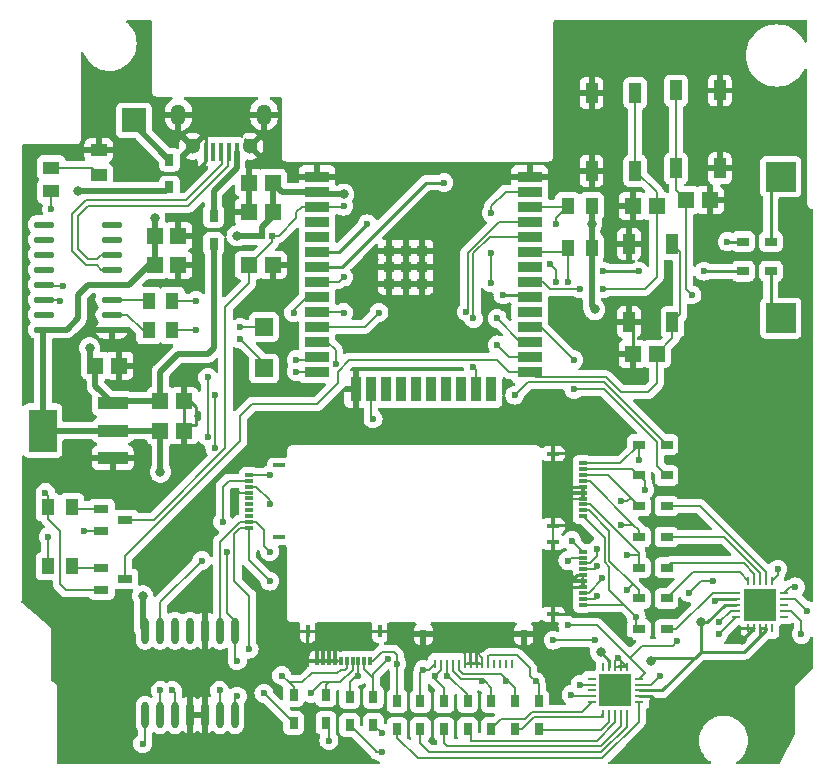
<source format=gbr>
%TF.GenerationSoftware,KiCad,Pcbnew,8.0.4*%
%TF.CreationDate,2024-08-09T22:10:12+01:00*%
%TF.ProjectId,esp32,65737033-322e-46b6-9963-61645f706362,rev?*%
%TF.SameCoordinates,Original*%
%TF.FileFunction,Copper,L1,Top*%
%TF.FilePolarity,Positive*%
%FSLAX46Y46*%
G04 Gerber Fmt 4.6, Leading zero omitted, Abs format (unit mm)*
G04 Created by KiCad (PCBNEW 8.0.4) date 2024-08-09 22:10:12*
%MOMM*%
%LPD*%
G01*
G04 APERTURE LIST*
%TA.AperFunction,SMDPad,CuDef*%
%ADD10R,0.600000X0.800000*%
%TD*%
%TA.AperFunction,SMDPad,CuDef*%
%ADD11R,0.250013X0.800000*%
%TD*%
%TA.AperFunction,SMDPad,CuDef*%
%ADD12R,0.750013X1.000000*%
%TD*%
%TA.AperFunction,SMDPad,CuDef*%
%ADD13R,1.000000X0.750013*%
%TD*%
%TA.AperFunction,SMDPad,CuDef*%
%ADD14R,1.410008X1.350013*%
%TD*%
%TA.AperFunction,SMDPad,CuDef*%
%ADD15R,0.280010X0.800000*%
%TD*%
%TA.AperFunction,SMDPad,CuDef*%
%ADD16R,0.800000X0.280010*%
%TD*%
%TA.AperFunction,SMDPad,CuDef*%
%ADD17R,2.700000X2.700000*%
%TD*%
%TA.AperFunction,SMDPad,CuDef*%
%ADD18R,0.700025X0.299975*%
%TD*%
%TA.AperFunction,SMDPad,CuDef*%
%ADD19R,1.000000X0.299975*%
%TD*%
%TA.AperFunction,SMDPad,CuDef*%
%ADD20R,1.000000X1.700000*%
%TD*%
%TA.AperFunction,SMDPad,CuDef*%
%ADD21R,2.000000X2.000000*%
%TD*%
%TA.AperFunction,SMDPad,CuDef*%
%ADD22R,0.299975X0.700025*%
%TD*%
%TA.AperFunction,SMDPad,CuDef*%
%ADD23R,0.299975X1.000000*%
%TD*%
%TA.AperFunction,SMDPad,CuDef*%
%ADD24R,1.132537X1.377013*%
%TD*%
%TA.AperFunction,SMDPad,CuDef*%
%ADD25O,1.745009X0.559995*%
%TD*%
%TA.AperFunction,SMDPad,CuDef*%
%ADD26R,1.250013X0.700000*%
%TD*%
%TA.AperFunction,SMDPad,CuDef*%
%ADD27R,2.500000X2.500000*%
%TD*%
%TA.AperFunction,SMDPad,CuDef*%
%ADD28R,2.100000X0.950013*%
%TD*%
%TA.AperFunction,SMDPad,CuDef*%
%ADD29R,0.950013X2.100000*%
%TD*%
%TA.AperFunction,SMDPad,CuDef*%
%ADD30R,0.900000X0.900000*%
%TD*%
%TA.AperFunction,SMDPad,CuDef*%
%ADD31R,0.400000X1.600000*%
%TD*%
%TA.AperFunction,ComponentPad*%
%ADD32C,1.300000*%
%TD*%
%TA.AperFunction,ComponentPad*%
%ADD33O,1.300000X1.800000*%
%TD*%
%TA.AperFunction,SMDPad,CuDef*%
%ADD34R,0.565659X0.540005*%
%TD*%
%TA.AperFunction,SMDPad,CuDef*%
%ADD35R,1.377013X1.132537*%
%TD*%
%TA.AperFunction,SMDPad,CuDef*%
%ADD36R,1.500000X1.500000*%
%TD*%
%TA.AperFunction,SMDPad,CuDef*%
%ADD37O,0.602007X2.231013*%
%TD*%
%TA.AperFunction,SMDPad,CuDef*%
%ADD38R,1.399543X1.000000*%
%TD*%
%TA.AperFunction,SMDPad,CuDef*%
%ADD39R,2.500000X1.100000*%
%TD*%
%TA.AperFunction,SMDPad,CuDef*%
%ADD40R,2.340005X3.600000*%
%TD*%
%TA.AperFunction,ViaPad*%
%ADD41C,0.600000*%
%TD*%
%TA.AperFunction,ViaPad*%
%ADD42C,0.800000*%
%TD*%
%TA.AperFunction,Conductor*%
%ADD43C,0.200000*%
%TD*%
%TA.AperFunction,Conductor*%
%ADD44C,0.280000*%
%TD*%
%TA.AperFunction,Conductor*%
%ADD45C,0.500000*%
%TD*%
G04 APERTURE END LIST*
D10*
%TO.P,Right1,0,0*%
%TO.N,GND*%
X147419477Y-123449682D03*
X138919349Y-123449682D03*
D11*
%TO.P,Right1,1,1*%
%TO.N,unconnected-(Right1-Pad1)*%
X146419477Y-125949810D03*
%TO.P,Right1,2,2*%
%TO.N,unconnected-(Right1-Pad2)*%
X145919349Y-125949810D03*
%TO.P,Right1,3,3*%
%TO.N,unconnected-(Right1-Pad3)*%
X145419477Y-125949810D03*
%TO.P,Right1,4,4*%
%TO.N,unconnected-(Right1-Pad4)*%
X144919349Y-125949810D03*
%TO.P,Right1,5,5*%
%TO.N,Net-(D12-A)*%
X144419477Y-125949810D03*
%TO.P,Right1,6,6*%
%TO.N,GND*%
X143919349Y-125949810D03*
%TO.P,Right1,7,7*%
X143419477Y-125949810D03*
%TO.P,Right1,8,8*%
X142919349Y-125949810D03*
%TO.P,Right1,9,9*%
X142419477Y-125949810D03*
%TO.P,Right1,10,10*%
%TO.N,Net-(D11-A)*%
X141919349Y-125949810D03*
%TO.P,Right1,11,11*%
%TO.N,Net-(D10-A)*%
X141419477Y-125949810D03*
%TO.P,Right1,12,12*%
%TO.N,Net-(D9-A)*%
X140919349Y-125949810D03*
%TO.P,Right1,13,13*%
%TO.N,Net-(D8-A)*%
X140419477Y-125949810D03*
%TO.P,Right1,14,14*%
%TO.N,Net-(D7-A)*%
X139919349Y-125949810D03*
%TD*%
D12*
%TO.P,D24,1,K*%
%TO.N,/PSP Pins/L1*%
X136669541Y-131449682D03*
%TO.P,D24,2,A*%
%TO.N,Net-(D24-A)*%
X136669541Y-129104496D03*
%TD*%
D13*
%TO.P,D25,1,K*%
%TO.N,/PSP Pins/Sound*%
X159500000Y-112604826D03*
%TO.P,D25,2,A*%
%TO.N,Net-(D25-A)*%
X157154814Y-112604826D03*
%TD*%
D14*
%TO.P,C11,1,1*%
%TO.N,GND*%
X124154814Y-85209652D03*
%TO.P,C11,2,2*%
%TO.N,+3.3V*%
X126154814Y-85209652D03*
%TD*%
%TO.P,C1,1,1*%
%TO.N,GND*%
X113154814Y-100709652D03*
%TO.P,C1,2,2*%
%TO.N,Net-(D2-K)*%
X111154814Y-100709652D03*
%TD*%
D12*
%TO.P,D10,1,K*%
%TO.N,/PSP Pins/Circle*%
X144669541Y-131449682D03*
%TO.P,D10,2,A*%
%TO.N,Net-(D10-A)*%
X144669541Y-129104496D03*
%TD*%
D15*
%TO.P,U1,1,A2*%
%TO.N,GND*%
X156154814Y-126209652D03*
%TO.P,U1,2,A1*%
X155654687Y-126209652D03*
%TO.P,U1,3,A0*%
X155154814Y-126209652D03*
%TO.P,U1,4,RESET*%
%TO.N,+3.3V*%
X154654687Y-126209652D03*
%TO.P,U1,5,NC*%
%TO.N,unconnected-(U1-NC-Pad5)*%
X154154814Y-126209652D03*
D16*
%TO.P,U1,6,NC*%
%TO.N,unconnected-(U1-NC-Pad6)*%
X153154814Y-127209652D03*
%TO.P,U1,7,INT*%
%TO.N,Net-(U1-INT)*%
X153154814Y-127709779D03*
%TO.P,U1,8,NC*%
%TO.N,unconnected-(U1-NC-Pad8)*%
X153154814Y-128209652D03*
%TO.P,U1,9,GP0*%
%TO.N,/PSP Pins/Right*%
X153154814Y-128709779D03*
%TO.P,U1,10,GP1*%
%TO.N,/PSP Pins/Circle*%
X153154814Y-129209652D03*
D15*
%TO.P,U1,11,GP2*%
%TO.N,/PSP Pins/Cross*%
X154154814Y-130209652D03*
%TO.P,U1,12,GP3*%
%TO.N,/PSP Pins/power*%
X154654687Y-130209652D03*
%TO.P,U1,13,GP4*%
%TO.N,/PSP Pins/Triangle*%
X155154814Y-130209652D03*
%TO.P,U1,14,GP5*%
%TO.N,/PSP Pins/R1*%
X155654687Y-130209652D03*
%TO.P,U1,15,GP6*%
%TO.N,/PSP Pins/Square*%
X156154814Y-130209652D03*
D16*
%TO.P,U1,16,GP7*%
%TO.N,/PSP Pins/L1*%
X157154814Y-129209652D03*
%TO.P,U1,17,VSS*%
%TO.N,GND*%
X157154814Y-128709779D03*
%TO.P,U1,18,VDD*%
%TO.N,+3.3V*%
X157154814Y-128209652D03*
%TO.P,U1,19,SCL*%
%TO.N,ESP_I2C_SCL*%
X157154814Y-127709779D03*
%TO.P,U1,20,SDA*%
%TO.N,ESP_I2C_SDA*%
X157154814Y-127209652D03*
D17*
%TO.P,U1,21,EPad*%
%TO.N,unconnected-(U1-EPad-Pad21)*%
X155154814Y-128209652D03*
%TD*%
D13*
%TO.P,D27,1,K*%
%TO.N,/PSP Pins/VolUp*%
X159500000Y-117814478D03*
%TO.P,D27,2,A*%
%TO.N,Net-(D27-A)*%
X157154814Y-117814478D03*
%TD*%
%TO.P,D20,1,K*%
%TO.N,PSP_SELECT*%
X159500000Y-110000000D03*
%TO.P,D20,2,A*%
%TO.N,Net-(D20-A)*%
X157154814Y-110000000D03*
%TD*%
D18*
%TO.P,Center2,1,1*%
%TO.N,Net-(D1-A)*%
X152404878Y-116460097D03*
%TO.P,Center2,2,2*%
%TO.N,Net-(D20-A)*%
X152404878Y-116960224D03*
%TO.P,Center2,3,3*%
%TO.N,Net-(D25-A)*%
X152404878Y-117460097D03*
%TO.P,Center2,4,4*%
%TO.N,Net-(D26-A)*%
X152404878Y-117960224D03*
%TO.P,Center2,5,5*%
%TO.N,GND*%
X152404878Y-118460097D03*
%TO.P,Center2,6,6*%
X152404878Y-118960224D03*
%TO.P,Center2,7,7*%
X152404878Y-119460097D03*
%TO.P,Center2,8,8*%
%TO.N,Net-(D27-A)*%
X152404878Y-119960224D03*
%TO.P,Center2,9,9*%
%TO.N,Net-(D28-A)*%
X152404878Y-120460097D03*
%TO.P,Center2,10,10*%
%TO.N,Net-(D29-A)*%
X152404878Y-120959716D03*
D19*
%TO.P,Center2,11,11*%
%TO.N,GND*%
X149904750Y-115659741D03*
%TO.P,Center2,12,12*%
X149904750Y-121759563D03*
%TD*%
D20*
%TO.P,MODE1,1,A*%
%TO.N,GND*%
X153154814Y-84209652D03*
%TO.P,MODE1,2,B*%
X153154789Y-77609702D03*
%TO.P,MODE1,3,C*%
%TO.N,/ESP32/ESP_MODE*%
X156855221Y-84209652D03*
%TO.P,MODE1,4,D*%
X156855196Y-77609702D03*
%TD*%
D21*
%TO.P,TP17,1,1*%
%TO.N,+5V*%
X114419477Y-79949682D03*
%TD*%
D12*
%TO.P,D5,1,K*%
%TO.N,/PSP Pins/Left*%
X130669541Y-130949682D03*
%TO.P,D5,2,A*%
%TO.N,Net-(D5-A)*%
X130669541Y-128604496D03*
%TD*%
D13*
%TO.P,D21,1,K*%
%TO.N,/ESP32/ESPPowerDetect*%
X165982221Y-92709652D03*
%TO.P,D21,2,A*%
%TO.N,Net-(D21-A)*%
X168327407Y-92709652D03*
%TD*%
D12*
%TO.P,D6,1,K*%
%TO.N,/PSP Pins/Down*%
X127919477Y-130949682D03*
%TO.P,D6,2,A*%
%TO.N,Net-(D6-A)*%
X127919477Y-128604496D03*
%TD*%
D14*
%TO.P,C9,1,1*%
%TO.N,GND*%
X118654814Y-103709652D03*
%TO.P,C9,2,2*%
%TO.N,Net-(D2-K)*%
X116654814Y-103709652D03*
%TD*%
D18*
%TO.P,Center1,1,1*%
%TO.N,Net-(D1-A)*%
X152404878Y-108960097D03*
%TO.P,Center1,2,2*%
%TO.N,Net-(D20-A)*%
X152404878Y-109460224D03*
%TO.P,Center1,3,3*%
%TO.N,Net-(D25-A)*%
X152404878Y-109960097D03*
%TO.P,Center1,4,4*%
%TO.N,Net-(D26-A)*%
X152404878Y-110460224D03*
%TO.P,Center1,5,5*%
%TO.N,GND*%
X152404878Y-110960097D03*
%TO.P,Center1,6,6*%
X152404878Y-111460224D03*
%TO.P,Center1,7,7*%
X152404878Y-111960097D03*
%TO.P,Center1,8,8*%
%TO.N,Net-(D27-A)*%
X152404878Y-112460224D03*
%TO.P,Center1,9,9*%
%TO.N,Net-(D28-A)*%
X152404878Y-112960097D03*
%TO.P,Center1,10,10*%
%TO.N,Net-(D29-A)*%
X152404878Y-113459716D03*
D19*
%TO.P,Center1,11,11*%
%TO.N,GND*%
X149904750Y-108159741D03*
%TO.P,Center1,12,12*%
X149904750Y-114259563D03*
%TD*%
D22*
%TO.P,Left1,1,1*%
%TO.N,Net-(D24-A)*%
X134419096Y-125699746D03*
%TO.P,Left1,2,2*%
%TO.N,Net-(D3-A)*%
X133918969Y-125699746D03*
%TO.P,Left1,3,3*%
%TO.N,Net-(D4-A)*%
X133419096Y-125699746D03*
%TO.P,Left1,4,4*%
%TO.N,Net-(D5-A)*%
X132918969Y-125699746D03*
%TO.P,Left1,5,5*%
%TO.N,Net-(D6-A)*%
X132419096Y-125699746D03*
%TO.P,Left1,6,6*%
%TO.N,GND*%
X131918969Y-125699746D03*
%TO.P,Left1,7,7*%
X131419096Y-125699746D03*
%TO.P,Left1,8,8*%
X130918969Y-125699746D03*
%TO.P,Left1,9,9*%
X130419096Y-125699746D03*
%TO.P,Left1,10,10*%
X129919477Y-125699746D03*
D23*
%TO.P,Left1,11,11*%
X135219452Y-123199618D03*
%TO.P,Left1,12,12*%
X129119630Y-123199618D03*
%TD*%
D24*
%TO.P,R6,1,1*%
%TO.N,ESP_I2C_SCL*%
X151154814Y-87209652D03*
%TO.P,R6,2,2*%
%TO.N,+3.3V*%
X153154814Y-87209652D03*
%TD*%
D15*
%TO.P,U4,1,A2*%
%TO.N,GND*%
X166419477Y-122949682D03*
%TO.P,U4,2,A1*%
X166919604Y-122949682D03*
%TO.P,U4,3,A0*%
%TO.N,+3.3V*%
X167419477Y-122949682D03*
%TO.P,U4,4,RESET*%
X167919604Y-122949682D03*
%TO.P,U4,5,NC*%
%TO.N,unconnected-(U4-NC-Pad5)*%
X168419477Y-122949682D03*
D16*
%TO.P,U4,6,NC*%
%TO.N,unconnected-(U4-NC-Pad6)*%
X169419477Y-121949682D03*
%TO.P,U4,7,INT*%
%TO.N,Net-(U4-INT)*%
X169419477Y-121449555D03*
%TO.P,U4,8,NC*%
%TO.N,unconnected-(U4-NC-Pad8)*%
X169419477Y-120949682D03*
%TO.P,U4,9,GP0*%
%TO.N,/PSP Pins/Up*%
X169419477Y-120449555D03*
%TO.P,U4,10,GP1*%
%TO.N,/PSP Pins/Left*%
X169419477Y-119949682D03*
D15*
%TO.P,U4,11,GP2*%
%TO.N,/PSP Pins/Down*%
X168419477Y-118949682D03*
%TO.P,U4,12,GP3*%
%TO.N,/PSP Pins/Sound*%
X167919604Y-118949682D03*
%TO.P,U4,13,GP4*%
%TO.N,/PSP Pins/Display*%
X167419477Y-118949682D03*
%TO.P,U4,14,GP5*%
%TO.N,/PSP Pins/VolUp*%
X166919604Y-118949682D03*
%TO.P,U4,15,GP6*%
%TO.N,/PSP Pins/VolDown*%
X166419477Y-118949682D03*
D16*
%TO.P,U4,16,GP7*%
%TO.N,/PSP Pins/Home*%
X165419477Y-119949682D03*
%TO.P,U4,17,VSS*%
%TO.N,GND*%
X165419477Y-120449555D03*
%TO.P,U4,18,VDD*%
%TO.N,+3.3V*%
X165419477Y-120949682D03*
%TO.P,U4,19,SCL*%
%TO.N,ESP_I2C_SCL*%
X165419477Y-121449555D03*
%TO.P,U4,20,SDA*%
%TO.N,ESP_I2C_SDA*%
X165419477Y-121949682D03*
D17*
%TO.P,U4,21,EPad*%
%TO.N,unconnected-(U4-EPad-Pad21)*%
X167419477Y-120949682D03*
%TD*%
D25*
%TO.P,U2,1,GND*%
%TO.N,GND*%
X112527306Y-97654661D03*
%TO.P,U2,2,TXD*%
%TO.N,Net-(U2-TXD)*%
X112527306Y-96384658D03*
%TO.P,U2,3,RXD*%
%TO.N,Net-(U2-RXD)*%
X112527306Y-95114656D03*
%TO.P,U2,4,V3*%
%TO.N,+3.3V*%
X112527306Y-93844653D03*
%TO.P,U2,5,UD+*%
%TO.N,/USB Serial & Power/USBD+*%
X112527306Y-92574651D03*
%TO.P,U2,6,UD-*%
%TO.N,/USB Serial & Power/USBD-*%
X112527306Y-91304648D03*
%TO.P,U2,7,NC.*%
%TO.N,unconnected-(U2-NC.-Pad7)*%
X112527306Y-90034646D03*
%TO.P,U2,8,OUT#*%
%TO.N,unconnected-(U2-OUT#-Pad8)*%
X112527306Y-88764643D03*
%TO.P,U2,9,CTS#*%
%TO.N,unconnected-(U2-CTS#-Pad9)*%
X106782322Y-88764643D03*
%TO.P,U2,10,DSR#*%
%TO.N,unconnected-(U2-DSR#-Pad10)*%
X106782322Y-90034646D03*
%TO.P,U2,11,RI#*%
%TO.N,unconnected-(U2-RI#-Pad11)*%
X106782322Y-91304648D03*
%TO.P,U2,12,DCD#*%
%TO.N,unconnected-(U2-DCD#-Pad12)*%
X106782322Y-92574651D03*
%TO.P,U2,13,DTR#*%
%TO.N,DTR_PROG*%
X106782322Y-93844653D03*
%TO.P,U2,14,RTS#*%
%TO.N,RTS_PROG*%
X106782322Y-95114656D03*
%TO.P,U2,15,R232*%
%TO.N,unconnected-(U2-R232-Pad15)*%
X106782322Y-96384658D03*
%TO.P,U2,16,VCC*%
%TO.N,+3.3V*%
X106782322Y-97654661D03*
%TD*%
D26*
%TO.P,U8,1,B*%
%TO.N,Net-(U8-B)*%
X111654814Y-117809728D03*
%TO.P,U8,2,E*%
%TO.N,DTR_PROG*%
X111654814Y-119709652D03*
%TO.P,U8,3,C*%
%TO.N,/ESP32/ESP_BOOT*%
X113654814Y-118759690D03*
%TD*%
D27*
%TO.P,TP5,1,1*%
%TO.N,Net-(D21-A)*%
X169154814Y-96709652D03*
%TD*%
D14*
%TO.P,C12,1,1*%
%TO.N,GND*%
X118154814Y-89709652D03*
%TO.P,C12,2,2*%
%TO.N,+3.3V*%
X116154814Y-89709652D03*
%TD*%
D12*
%TO.P,D2,1,K*%
%TO.N,Net-(D2-K)*%
X117419477Y-85622275D03*
%TO.P,D2,2,A*%
%TO.N,+5V*%
X117419477Y-83277089D03*
%TD*%
D14*
%TO.P,C8,1,1*%
%TO.N,GND*%
X124154814Y-87709652D03*
%TO.P,C8,2,2*%
%TO.N,+3.3V*%
X126154814Y-87709652D03*
%TD*%
D28*
%TO.P,U12,1,GND*%
%TO.N,GND*%
X129919223Y-84709652D03*
%TO.P,U12,2,3V3*%
%TO.N,+3.3V*%
X129919223Y-85979655D03*
%TO.P,U12,3,EN*%
%TO.N,/ESP32/ESP_EN*%
X129919223Y-87249657D03*
%TO.P,U12,4,SENSOR_VP*%
%TO.N,unconnected-(U12-SENSOR_VP-Pad4)*%
X129919223Y-88519660D03*
%TO.P,U12,5,SENSOR_VN*%
%TO.N,unconnected-(U12-SENSOR_VN-Pad5)*%
X129919223Y-89789662D03*
%TO.P,U12,6,IO34*%
%TO.N,/ESP32/ESPPowerDetect*%
X129919223Y-91059665D03*
%TO.P,U12,7,IO35*%
%TO.N,/ESP32/ESPScreenDetect*%
X129919223Y-92329667D03*
%TO.P,U12,8,IO32*%
%TO.N,Net-(U12-IO32)*%
X129919223Y-93599670D03*
%TO.P,U12,9,IO33*%
%TO.N,Net-(U12-IO33)*%
X129919223Y-94869672D03*
%TO.P,U12,10,IO25*%
%TO.N,Net-(U12-IO25)*%
X129919223Y-96139675D03*
%TO.P,U12,11,IO26*%
%TO.N,Net-(U12-IO26)*%
X129919223Y-97409677D03*
%TO.P,U12,12,IO27*%
%TO.N,Net-(U12-IO27)*%
X129919223Y-98679680D03*
%TO.P,U12,13,IO14*%
%TO.N,ESP_SPI_SCLK*%
X129919223Y-99949682D03*
%TO.P,U12,14,IO12*%
%TO.N,ESP_SPI_MISO*%
X129919223Y-101219685D03*
D29*
%TO.P,U12,15,GND*%
%TO.N,GND*%
X133204466Y-102714732D03*
%TO.P,U12,16,IO13*%
%TO.N,ESP_SPI_MOSI*%
X134474468Y-102714732D03*
%TO.P,U12,17,NC*%
%TO.N,unconnected-(U12-NC-Pad17)*%
X135744471Y-102714732D03*
%TO.P,U12,18,NC*%
%TO.N,unconnected-(U12-NC-Pad18)*%
X137014473Y-102714732D03*
%TO.P,U12,19,NC*%
%TO.N,unconnected-(U12-NC-Pad19)*%
X138284476Y-102714732D03*
%TO.P,U12,20,NC*%
%TO.N,unconnected-(U12-NC-Pad20)*%
X139554478Y-102714732D03*
%TO.P,U12,21,NC*%
%TO.N,unconnected-(U12-NC-Pad21)*%
X140824481Y-102714732D03*
%TO.P,U12,22,NC*%
%TO.N,unconnected-(U12-NC-Pad22)*%
X142094483Y-102714732D03*
%TO.P,U12,23,IO15*%
%TO.N,ESP_SPI_CS*%
X143364486Y-102714732D03*
%TO.P,U12,24,IO2*%
%TO.N,unconnected-(U12-IO2-Pad24)*%
X144634488Y-102714732D03*
D28*
%TO.P,U12,25,IO0*%
%TO.N,/ESP32/ESP_BOOT*%
X147919477Y-101219685D03*
%TO.P,U12,26,IO4*%
%TO.N,Net-(U12-IO4)*%
X147919477Y-99949682D03*
%TO.P,U12,27,IO16*%
%TO.N,Net-(U12-IO16)*%
X147919477Y-98679680D03*
%TO.P,U12,28,IO17*%
%TO.N,PSP_SELECT*%
X147919477Y-97409677D03*
%TO.P,U12,29,IO5*%
%TO.N,unconnected-(U12-IO5-Pad29)*%
X147919477Y-96139675D03*
%TO.P,U12,30,IO18*%
%TO.N,/ESP32/LEDIndicator*%
X147919477Y-94869672D03*
%TO.P,U12,31,IO19*%
%TO.N,/ESP32/ESP_MODE*%
X147919477Y-93599670D03*
%TO.P,U12,32,NC*%
%TO.N,unconnected-(U12-NC-Pad32)*%
X147919477Y-92329667D03*
%TO.P,U12,33,IO21*%
%TO.N,ESP_I2C_SDA*%
X147919477Y-91059665D03*
%TO.P,U12,34,RXD0*%
%TO.N,UART_TX*%
X147919477Y-89789662D03*
%TO.P,U12,35,TXD0*%
%TO.N,UART_RX*%
X147919477Y-88519660D03*
%TO.P,U12,36,IO22*%
%TO.N,ESP_I2C_SCL*%
X147919477Y-87249657D03*
%TO.P,U12,37,IO23*%
%TO.N,PSP_START*%
X147919477Y-85979655D03*
%TO.P,U12,38,GND*%
%TO.N,GND*%
X147919477Y-84709652D03*
D30*
%TO.P,U12,39,GND*%
X138819401Y-90990577D03*
X137419350Y-90990577D03*
X136019299Y-90990577D03*
X138819401Y-92390627D03*
X137419096Y-92390627D03*
X136019299Y-92390627D03*
X138819401Y-93790678D03*
X137419350Y-93790678D03*
X136019299Y-93790678D03*
%TD*%
D13*
%TO.P,D29,1,K*%
%TO.N,/PSP Pins/Home*%
X159500000Y-123024130D03*
%TO.P,D29,2,A*%
%TO.N,Net-(D29-A)*%
X157154814Y-123024130D03*
%TD*%
D12*
%TO.P,D11,1,K*%
%TO.N,/PSP Pins/Cross*%
X146669541Y-131449682D03*
%TO.P,D11,2,A*%
%TO.N,Net-(D11-A)*%
X146669541Y-129104496D03*
%TD*%
D31*
%TO.P,USB1,1,VBUS*%
%TO.N,VBUS*%
X123094611Y-82642468D03*
%TO.P,USB1,2,D-*%
%TO.N,/USB Serial & Power/USBD-*%
X122444623Y-82642468D03*
%TO.P,USB1,3,D+*%
%TO.N,/USB Serial & Power/USBD+*%
X121794636Y-82642468D03*
%TO.P,USB1,4,ID*%
%TO.N,unconnected-(USB1-ID-Pad4)*%
X121144649Y-82642468D03*
%TO.P,USB1,5,GND*%
%TO.N,GND*%
X120494661Y-82642468D03*
D32*
%TO.P,USB1,6,SH1*%
X119369693Y-82119989D03*
D33*
%TO.P,USB1,7,SH2*%
X118169795Y-79449682D03*
%TO.P,USB1,8,SH3*%
X125419477Y-79449682D03*
D32*
%TO.P,USB1,9,SH4*%
X124219579Y-82119735D03*
%TD*%
D20*
%TO.P,BOOT1,1,A*%
%TO.N,GND*%
X156304623Y-97009627D03*
%TO.P,BOOT1,2,B*%
X156304598Y-90409677D03*
%TO.P,BOOT1,3,C*%
%TO.N,/ESP32/ESP_BOOT*%
X160005030Y-97009627D03*
%TO.P,BOOT1,4,D*%
X160005005Y-90409677D03*
%TD*%
D14*
%TO.P,C4,1,1*%
%TO.N,GND*%
X163154814Y-86709652D03*
%TO.P,C4,2,2*%
%TO.N,/ESP32/ESP_EN*%
X161154814Y-86709652D03*
%TD*%
D34*
%TO.P,R7,1,1*%
%TO.N,/ESP32/ESP_EN*%
X126087631Y-89709652D03*
%TO.P,R7,2,2*%
%TO.N,+3.3V*%
X125221997Y-89709652D03*
%TD*%
D24*
%TO.P,R1,1,1*%
%TO.N,UART_TX*%
X117654814Y-97709652D03*
%TO.P,R1,2,2*%
%TO.N,Net-(U2-TXD)*%
X115654814Y-97709652D03*
%TD*%
D35*
%TO.P,R9,1,1*%
%TO.N,Net-(LED1-+)*%
X107419477Y-83949682D03*
%TO.P,R9,2,2*%
%TO.N,/ESP32/LEDIndicator*%
X107419477Y-85949682D03*
%TD*%
D20*
%TO.P,RESET1,1,A*%
%TO.N,GND*%
X164005005Y-77409677D03*
%TO.P,RESET1,2,B*%
X164005030Y-84009627D03*
%TO.P,RESET1,3,C*%
%TO.N,/ESP32/ESP_EN*%
X160304598Y-77409677D03*
%TO.P,RESET1,4,D*%
X160304623Y-84009627D03*
%TD*%
D18*
%TO.P,Analog1,1,1*%
%TO.N,/PSP Pins/Y_1*%
X124169413Y-114449809D03*
%TO.P,Analog1,2,2*%
%TO.N,/PSP Pins/X_1*%
X124169413Y-113949682D03*
%TO.P,Analog1,3,3*%
%TO.N,unconnected-(Analog1-Pad3)*%
X124169413Y-113449809D03*
%TO.P,Analog1,4,4*%
%TO.N,unconnected-(Analog1-Pad4)*%
X124169413Y-112949682D03*
%TO.P,Analog1,5,5*%
%TO.N,unconnected-(Analog1-Pad5)*%
X124169413Y-112449809D03*
%TO.P,Analog1,6,6*%
%TO.N,unconnected-(Analog1-Pad6)*%
X124169413Y-111949682D03*
%TO.P,Analog1,7,7*%
%TO.N,GND*%
X124169413Y-111449809D03*
%TO.P,Analog1,8,8*%
%TO.N,/PSP Pins/X_1*%
X124169413Y-110949682D03*
%TO.P,Analog1,9,9*%
%TO.N,/PSP Pins/+V*%
X124169413Y-110449809D03*
%TO.P,Analog1,10,10*%
%TO.N,/PSP Pins/Y_1*%
X124169413Y-109950190D03*
D19*
%TO.P,Analog1,11,11*%
%TO.N,unconnected-(Analog1-Pad11)*%
X126669541Y-115250165D03*
%TO.P,Analog1,12,12*%
%TO.N,unconnected-(Analog1-Pad12)*%
X126669541Y-109150343D03*
%TD*%
D24*
%TO.P,R2,1,1*%
%TO.N,DTR_PROG*%
X107154814Y-112709652D03*
%TO.P,R2,2,2*%
%TO.N,Net-(U3-B)*%
X109154814Y-112709652D03*
%TD*%
D12*
%TO.P,D9,1,K*%
%TO.N,/PSP Pins/Triangle*%
X142669541Y-131449682D03*
%TO.P,D9,2,A*%
%TO.N,Net-(D9-A)*%
X142669541Y-129104496D03*
%TD*%
%TO.P,D3,1,K*%
%TO.N,/PSP Pins/Right*%
X134669541Y-131122275D03*
%TO.P,D3,2,A*%
%TO.N,Net-(D3-A)*%
X134669541Y-128777089D03*
%TD*%
D27*
%TO.P,TP6,1,1*%
%TO.N,Net-(D22-A)*%
X169154814Y-84709652D03*
%TD*%
D36*
%TO.P,TP36,1,1*%
%TO.N,UART_RX*%
X125419477Y-97449682D03*
%TD*%
D13*
%TO.P,D26,1,K*%
%TO.N,/PSP Pins/Display*%
X159500000Y-115209652D03*
%TO.P,D26,2,A*%
%TO.N,Net-(D26-A)*%
X157154814Y-115209652D03*
%TD*%
%TO.P,D1,1,K*%
%TO.N,PSP_START*%
X159500000Y-107395174D03*
%TO.P,D1,2,A*%
%TO.N,Net-(D1-A)*%
X157154814Y-107395174D03*
%TD*%
D24*
%TO.P,R3,1,1*%
%TO.N,RTS_PROG*%
X107154814Y-117709652D03*
%TO.P,R3,2,2*%
%TO.N,Net-(U8-B)*%
X109154814Y-117709652D03*
%TD*%
D12*
%TO.P,D8,1,K*%
%TO.N,/PSP Pins/R1*%
X140669541Y-131449682D03*
%TO.P,D8,2,A*%
%TO.N,Net-(D8-A)*%
X140669541Y-129104496D03*
%TD*%
%TO.P,D4,1,K*%
%TO.N,/PSP Pins/Up*%
X132669541Y-131122275D03*
%TO.P,D4,2,A*%
%TO.N,Net-(D4-A)*%
X132669541Y-128777089D03*
%TD*%
D37*
%TO.P,U5,1,CS#*%
%TO.N,ESP_SPI_CS*%
X115344806Y-130275057D03*
%TO.P,U5,2,SCK*%
%TO.N,ESP_SPI_SCLK*%
X116614809Y-130275057D03*
%TO.P,U5,3,SI*%
%TO.N,ESP_SPI_MOSI*%
X117884811Y-130275057D03*
%TO.P,U5,4,VSS*%
%TO.N,GND*%
X119154814Y-130275057D03*
%TO.P,U5,5,PB1*%
X120424817Y-130275057D03*
%TO.P,U5,6,PW1*%
%TO.N,/PSP Pins/Y_1*%
X121694819Y-130275057D03*
%TO.P,U5,7,PA1*%
%TO.N,/PSP Pins/+V*%
X122964822Y-130275057D03*
%TO.P,U5,8,PA0*%
X122964822Y-123144247D03*
%TO.P,U5,9,PW0*%
%TO.N,/PSP Pins/X_1*%
X121694819Y-123144247D03*
%TO.P,U5,10,PB0*%
%TO.N,GND*%
X120424817Y-123144247D03*
%TO.P,U5,11,RS#*%
%TO.N,unconnected-(U5-RS#-Pad11)*%
X119154814Y-123144247D03*
%TO.P,U5,12,SHDN#*%
%TO.N,unconnected-(U5-SHDN#-Pad12)*%
X117884811Y-123144247D03*
%TO.P,U5,13,SO*%
%TO.N,ESP_SPI_MISO*%
X116614809Y-123144247D03*
%TO.P,U5,14,VDD*%
%TO.N,+3.3V*%
X115344806Y-123144247D03*
%TD*%
D14*
%TO.P,C13,1,1*%
%TO.N,GND*%
X126154814Y-92209652D03*
%TO.P,C13,2,2*%
%TO.N,/ESP32/ESP_EN*%
X124154814Y-92209652D03*
%TD*%
%TO.P,C2,1,1*%
%TO.N,GND*%
X156654814Y-87209652D03*
%TO.P,C2,2,2*%
%TO.N,/ESP32/ESP_MODE*%
X158654814Y-87209652D03*
%TD*%
%TO.P,C6,1,1*%
%TO.N,GND*%
X118654814Y-106209652D03*
%TO.P,C6,2,2*%
%TO.N,+3.3V*%
X116654814Y-106209652D03*
%TD*%
D13*
%TO.P,D22,1,K*%
%TO.N,/ESP32/ESPScreenDetect*%
X165982221Y-90209652D03*
%TO.P,D22,2,A*%
%TO.N,Net-(D22-A)*%
X168327407Y-90209652D03*
%TD*%
D14*
%TO.P,C10,1,1*%
%TO.N,GND*%
X156654814Y-99709652D03*
%TO.P,C10,2,2*%
%TO.N,/ESP32/ESP_BOOT*%
X158654814Y-99709652D03*
%TD*%
D38*
%TO.P,LED1,1,+*%
%TO.N,Net-(LED1-+)*%
X111419477Y-84550266D03*
%TO.P,LED1,2,-*%
%TO.N,GND*%
X111419477Y-82449682D03*
%TD*%
D12*
%TO.P,D23,1,K*%
%TO.N,Net-(D2-K)*%
X121154814Y-90382245D03*
%TO.P,D23,2,A*%
%TO.N,VBUS*%
X121154814Y-88037059D03*
%TD*%
D13*
%TO.P,D28,1,K*%
%TO.N,/PSP Pins/VolDown*%
X159500000Y-120419304D03*
%TO.P,D28,2,A*%
%TO.N,Net-(D28-A)*%
X157154814Y-120419304D03*
%TD*%
D24*
%TO.P,R10,1,1*%
%TO.N,UART_RX*%
X117654814Y-95209652D03*
%TO.P,R10,2,2*%
%TO.N,Net-(U2-RXD)*%
X115654814Y-95209652D03*
%TD*%
D14*
%TO.P,C5,1,1*%
%TO.N,GND*%
X118154814Y-92209652D03*
%TO.P,C5,2,2*%
%TO.N,+3.3V*%
X116154814Y-92209652D03*
%TD*%
D24*
%TO.P,R5,1,1*%
%TO.N,ESP_I2C_SDA*%
X151154814Y-90709652D03*
%TO.P,R5,2,2*%
%TO.N,+3.3V*%
X153154814Y-90709652D03*
%TD*%
D26*
%TO.P,U3,1,B*%
%TO.N,Net-(U3-B)*%
X111654814Y-112809728D03*
%TO.P,U3,2,E*%
%TO.N,RTS_PROG*%
X111654814Y-114709652D03*
%TO.P,U3,3,C*%
%TO.N,/ESP32/ESP_EN*%
X113654814Y-113759690D03*
%TD*%
D12*
%TO.P,D7,1,K*%
%TO.N,/PSP Pins/Square*%
X138669541Y-131449682D03*
%TO.P,D7,2,A*%
%TO.N,Net-(D7-A)*%
X138669541Y-129104496D03*
%TD*%
D39*
%TO.P,U9,1,GND*%
%TO.N,GND*%
X112624766Y-108509627D03*
%TO.P,U9,2,VOUT*%
%TO.N,+3.3V*%
X112624766Y-106209652D03*
%TO.P,U9,3,VIN*%
%TO.N,Net-(D2-K)*%
X112624766Y-103909677D03*
D40*
%TO.P,U9,4,VOUT*%
%TO.N,+3.3V*%
X106684837Y-106209652D03*
%TD*%
D36*
%TO.P,TP35,1,1*%
%TO.N,UART_TX*%
X125419477Y-100949682D03*
%TD*%
D12*
%TO.P,D12,1,K*%
%TO.N,/PSP Pins/power*%
X148669541Y-131449682D03*
%TO.P,D12,2,A*%
%TO.N,Net-(D12-A)*%
X148669541Y-129104496D03*
%TD*%
D41*
%TO.N,/ESP32/ESP_EN*%
X132154814Y-87209652D03*
X161654814Y-94709652D03*
%TO.N,GND*%
X151419477Y-121449682D03*
X112419477Y-123449682D03*
X118919477Y-114949682D03*
X156419477Y-123949682D03*
X163593742Y-120623947D03*
X125919477Y-106949682D03*
X134419477Y-91949682D03*
X114919477Y-100949682D03*
X113919477Y-102449682D03*
X118919477Y-120449682D03*
X127919477Y-93449682D03*
X105919477Y-115949682D03*
X163419477Y-125949682D03*
X133419477Y-123449682D03*
X141919477Y-122949682D03*
X109419477Y-129949682D03*
X153919477Y-105949682D03*
X165419477Y-101449682D03*
X159419477Y-103949682D03*
X144419477Y-105949682D03*
X139419477Y-89449682D03*
X163419477Y-126949682D03*
X132919477Y-84449682D03*
X150919477Y-77449682D03*
X113919477Y-98949682D03*
D42*
X124419477Y-132949682D03*
D41*
X142919477Y-98949682D03*
X131919477Y-106449682D03*
X137419477Y-89449682D03*
X145419477Y-122949682D03*
X130919477Y-123449682D03*
X114419477Y-76449682D03*
X167419477Y-110449682D03*
X165919477Y-77949682D03*
X150919477Y-82949682D03*
X154419477Y-98449682D03*
X122419477Y-91449682D03*
X127919477Y-102449682D03*
X114419477Y-83449682D03*
X127419477Y-90449682D03*
X109919477Y-107949682D03*
X155419477Y-75449682D03*
X165919477Y-84449682D03*
X109919477Y-104449682D03*
X111419477Y-79449682D03*
X155419477Y-122949682D03*
X127419477Y-98949682D03*
X158419477Y-77449682D03*
X119419477Y-108449682D03*
X123419477Y-102449682D03*
X119919477Y-125949682D03*
X136419477Y-84449682D03*
X122919477Y-111449682D03*
X118419477Y-125949682D03*
X151919477Y-97449682D03*
X105419477Y-109449682D03*
X114419477Y-110449682D03*
X161919477Y-74949682D03*
D42*
X111919477Y-129949682D03*
D41*
X137419477Y-105949682D03*
X110419477Y-110949682D03*
X155419477Y-125449682D03*
X125919477Y-122449682D03*
X132419477Y-88449682D03*
X157919477Y-97949682D03*
X109419477Y-100449682D03*
X152419477Y-104449682D03*
D42*
X165919541Y-123949746D03*
D41*
X140419477Y-90949682D03*
D42*
%TO.N,+3.3V*%
X162419477Y-122449682D03*
X153919477Y-124949682D03*
X158169477Y-125699682D03*
X132154814Y-86209652D03*
X153419477Y-95949682D03*
X116654814Y-109709652D03*
X153154814Y-88709652D03*
X116154814Y-88209652D03*
X115154814Y-120209652D03*
X123154814Y-89709652D03*
%TO.N,Net-(D2-K)*%
X109654814Y-85949682D03*
X110654814Y-99209652D03*
D41*
%TO.N,Net-(D3-A)*%
X135919477Y-125549682D03*
%TO.N,Net-(D4-A)*%
X133419477Y-126949682D03*
%TO.N,Net-(D5-A)*%
X129419477Y-128449682D03*
%TO.N,Net-(D6-A)*%
X126919477Y-126949682D03*
%TO.N,Net-(D7-A)*%
X138919477Y-126449682D03*
%TO.N,Net-(D8-A)*%
X139919477Y-126949682D03*
%TO.N,Net-(D9-A)*%
X140919477Y-126949682D03*
%TO.N,Net-(D10-A)*%
X143919477Y-127449682D03*
%TO.N,Net-(D11-A)*%
X145919477Y-127449682D03*
%TO.N,Net-(D12-A)*%
X148419477Y-127449682D03*
%TO.N,PSP_START*%
X144654814Y-91209652D03*
X144654814Y-87809652D03*
X146654814Y-103209652D03*
X144654814Y-93709652D03*
%TO.N,Net-(D24-A)*%
X136669541Y-125949682D03*
%TO.N,/PSP Pins/+V*%
X123154814Y-125709652D03*
X122319477Y-116449682D03*
X121919477Y-113949682D03*
X123154814Y-128709652D03*
%TO.N,/PSP Pins/X_1*%
X125919477Y-112449682D03*
X125919477Y-116449682D03*
%TO.N,/PSP Pins/Y_1*%
X124154814Y-124709652D03*
X121654814Y-128209652D03*
X125919477Y-118949682D03*
X125919477Y-109949682D03*
%TO.N,RTS_PROG*%
X107154814Y-115209652D03*
X110154814Y-114709652D03*
X108154814Y-95209652D03*
%TO.N,DTR_PROG*%
X106919477Y-111449682D03*
X108419477Y-93949682D03*
%TO.N,UART_TX*%
X143154814Y-96709652D03*
X123419477Y-98449682D03*
X119654814Y-97709652D03*
%TO.N,ESP_I2C_SDA*%
X151154814Y-122709652D03*
X151154814Y-93609652D03*
X163919477Y-123449682D03*
X160419477Y-124049682D03*
%TO.N,UART_RX*%
X142554814Y-96143965D03*
X123419477Y-97449682D03*
X119654814Y-95209652D03*
%TO.N,Net-(U4-INT)*%
X170919477Y-123449682D03*
%TO.N,ESP_I2C_SCL*%
X149654814Y-92069652D03*
X163919477Y-122449682D03*
X150154814Y-88709652D03*
X150154814Y-93609652D03*
X158919477Y-126949682D03*
%TO.N,Net-(U1-INT)*%
X152179574Y-127709779D03*
%TO.N,/PSP Pins/Left*%
X170419477Y-119449682D03*
X130919477Y-132449682D03*
%TO.N,/PSP Pins/Up*%
X171419477Y-121449682D03*
X135419477Y-133449682D03*
%TO.N,/PSP Pins/Right*%
X135419477Y-131849682D03*
X151419477Y-128572339D03*
%TO.N,/PSP Pins/Down*%
X161419477Y-119949682D03*
X149919477Y-123949682D03*
X163419477Y-118949682D03*
X125419477Y-128449682D03*
X153419477Y-123949682D03*
X168919477Y-117949682D03*
%TO.N,ESP_SPI_CS*%
X121254814Y-103209652D03*
X121254814Y-107709652D03*
X143154814Y-100809652D03*
X115154814Y-132709652D03*
%TO.N,ESP_SPI_MOSI*%
X117654814Y-128209652D03*
X134654814Y-105209652D03*
%TO.N,ESP_SPI_MISO*%
X120154814Y-117209652D03*
X128154814Y-101209652D03*
X120654814Y-106709652D03*
X120654814Y-101709652D03*
%TO.N,ESP_SPI_SCLK*%
X128154814Y-100209652D03*
X116654814Y-128209652D03*
%TO.N,/ESP32/ESPScreenDetect*%
X140654814Y-85209652D03*
X164654814Y-90209652D03*
%TO.N,Net-(U12-IO16)*%
X145154814Y-96709652D03*
%TO.N,Net-(U12-IO4)*%
X145154814Y-98959654D03*
%TO.N,/ESP32/LEDIndicator*%
X145654814Y-94709652D03*
X107419477Y-87449682D03*
%TO.N,Net-(U12-IO27)*%
X131480549Y-100535387D03*
%TO.N,/ESP32/ESP_MODE*%
X154154814Y-94209652D03*
X152154814Y-94209652D03*
%TO.N,Net-(U12-IO26)*%
X135154814Y-96209652D03*
%TO.N,Net-(U12-IO25)*%
X132154814Y-96209652D03*
%TO.N,Net-(U12-IO33)*%
X127919477Y-96209652D03*
%TO.N,Net-(U12-IO32)*%
X132154814Y-93209652D03*
%TO.N,/ESP32/ESPPowerDetect*%
X134154814Y-88709652D03*
X162654814Y-92709652D03*
X157154814Y-92709652D03*
X154154814Y-92709652D03*
%TO.N,Net-(D27-A)*%
X156154814Y-116709652D03*
X154054814Y-118709652D03*
%TO.N,Net-(D25-A)*%
X155654814Y-112209652D03*
X153654814Y-116209652D03*
%TO.N,Net-(D29-A)*%
X156919477Y-121949682D03*
%TO.N,Net-(D28-A)*%
X156154814Y-119709652D03*
X153654814Y-120209652D03*
%TO.N,Net-(D26-A)*%
X153654814Y-117709652D03*
X155654814Y-114209652D03*
%TO.N,Net-(D20-A)*%
X157654814Y-111209652D03*
X151154814Y-117209652D03*
%TO.N,Net-(D1-A)*%
X157154814Y-108709652D03*
X151480549Y-115535387D03*
%TO.N,PSP_SELECT*%
X151654814Y-102709652D03*
X151654814Y-100209652D03*
%TD*%
D43*
%TO.N,/ESP32/ESP_EN*%
X116104776Y-113759690D02*
X122154814Y-107709652D01*
X122154814Y-95709652D02*
X124154814Y-93709652D01*
X122154814Y-107709652D02*
X122154814Y-95709652D01*
X126654814Y-89709652D02*
X128154814Y-88209652D01*
X160304623Y-83359461D02*
X160304598Y-83359436D01*
X124154814Y-93709652D02*
X124154814Y-92209652D01*
X129919223Y-87249657D02*
X128614809Y-87249657D01*
X128154814Y-87709652D02*
X128154814Y-88209652D01*
X128614809Y-87249657D02*
X128154814Y-87709652D01*
X113654814Y-113759690D02*
X116104776Y-113759690D01*
X160304598Y-83359436D02*
X160304598Y-77409677D01*
X160304623Y-85859461D02*
X160304623Y-84009627D01*
X161154814Y-86709652D02*
X160304623Y-85859461D01*
X126087631Y-90276835D02*
X126087631Y-89709652D01*
X161154814Y-86709652D02*
X161154814Y-94209652D01*
X132114809Y-87249657D02*
X129919223Y-87249657D01*
X126087631Y-89709652D02*
X126654814Y-89709652D01*
X124154814Y-92209652D02*
X126087631Y-90276835D01*
X160304623Y-84009627D02*
X160304623Y-83359461D01*
X161154814Y-94209652D02*
X161654814Y-94709652D01*
X132154814Y-87209652D02*
X132114809Y-87249657D01*
D44*
%TO.N,GND*%
X158179574Y-128709779D02*
X158419477Y-128949682D01*
D43*
X124169413Y-111449809D02*
X122919604Y-111449809D01*
D44*
X151405386Y-118960224D02*
X151404814Y-118959652D01*
X152404878Y-110960097D02*
X152404878Y-111960097D01*
X118654814Y-103709652D02*
X118654814Y-106209652D01*
D43*
X155419477Y-125449682D02*
X155654687Y-125684892D01*
D44*
X165919541Y-123949745D02*
X166919604Y-122949682D01*
D43*
X155154814Y-126209652D02*
X155154814Y-125714345D01*
X143919349Y-125449554D02*
X143419477Y-124949682D01*
X143919349Y-125949810D02*
X143919349Y-125449554D01*
D44*
X119654814Y-104209652D02*
X119654814Y-105709652D01*
D43*
X152404878Y-111960097D02*
X151429892Y-111960097D01*
D44*
X118654814Y-103709652D02*
X119154814Y-103709652D01*
D43*
X155419477Y-125449682D02*
X156154814Y-126185019D01*
D44*
X151405386Y-111460224D02*
X151154814Y-111209652D01*
X152404878Y-118460097D02*
X151904369Y-118460097D01*
X152404878Y-118949682D02*
X152404878Y-119460097D01*
X163768134Y-120449555D02*
X165419477Y-120449555D01*
D43*
X129919477Y-125699746D02*
X131918969Y-125699746D01*
D44*
X119654814Y-105709652D02*
X119154814Y-105709652D01*
X152404878Y-111460224D02*
X151405386Y-111460224D01*
X119154814Y-103709652D02*
X119654814Y-104209652D01*
D43*
X143919349Y-125949810D02*
X142919349Y-125949810D01*
X156154814Y-126185019D02*
X156154814Y-126209652D01*
X166419477Y-122949682D02*
X165419477Y-122949682D01*
X143419477Y-124949682D02*
X142419477Y-124949682D01*
X156154814Y-126209652D02*
X155154814Y-126209652D01*
X142419477Y-125949810D02*
X142919349Y-125949810D01*
X142419477Y-124949682D02*
X142419477Y-125949810D01*
D44*
X156654814Y-99709652D02*
X156654814Y-97359818D01*
X120494661Y-82642468D02*
X120494661Y-81024866D01*
D43*
X165419477Y-122949682D02*
X165419477Y-123449682D01*
X155654687Y-125684892D02*
X155654687Y-126209652D01*
X122919604Y-111449809D02*
X122919477Y-111449682D01*
D44*
X152404878Y-118960224D02*
X151405386Y-118960224D01*
X165919541Y-123949746D02*
X165919541Y-123949745D01*
X156654814Y-97359818D02*
X156304623Y-97009627D01*
X152404878Y-119460097D02*
X151405259Y-119460097D01*
D43*
X152404878Y-118460097D02*
X152404878Y-118949682D01*
D45*
X124154814Y-85209652D02*
X124154814Y-87709652D01*
D44*
X151904369Y-118460097D02*
X151404814Y-118959652D01*
X120494661Y-81024866D02*
X120419477Y-80949682D01*
X151404369Y-110960097D02*
X151154814Y-111209652D01*
X163593742Y-120623947D02*
X163768134Y-120449555D01*
X152404878Y-110960097D02*
X151404369Y-110960097D01*
D43*
X165419477Y-123449682D02*
X165919541Y-123949746D01*
D44*
X151404814Y-118959652D02*
X151154814Y-119209652D01*
D43*
X151405386Y-111935591D02*
X151405386Y-111460224D01*
D44*
X119154814Y-105709652D02*
X118654814Y-106209652D01*
X166919604Y-122949682D02*
X166419477Y-122949682D01*
D43*
X151429892Y-111960097D02*
X151405386Y-111935591D01*
D44*
X120494661Y-82642468D02*
X120494661Y-83374498D01*
X151405259Y-119460097D02*
X151154814Y-119209652D01*
D43*
X155154814Y-125714345D02*
X155419477Y-125449682D01*
D44*
X157154814Y-128709779D02*
X158179574Y-128709779D01*
D43*
X149904750Y-114259563D02*
X149904750Y-115659741D01*
D44*
X120494661Y-83374498D02*
X119419477Y-84449682D01*
D45*
%TO.N,+3.3V*%
X125221997Y-88939650D02*
X125221997Y-89709652D01*
X112624766Y-106209652D02*
X106684837Y-106209652D01*
X153154814Y-88709652D02*
X153154814Y-90709652D01*
X114019813Y-93844653D02*
X115654814Y-92209652D01*
X108709805Y-97654661D02*
X109654814Y-96709652D01*
X109654814Y-94709652D02*
X110519813Y-93844653D01*
X153154814Y-87209652D02*
X153154814Y-88709652D01*
D44*
X167419477Y-122949682D02*
X167919604Y-122949682D01*
D45*
X106684837Y-106209652D02*
X106684837Y-97752146D01*
D44*
X162419477Y-122449682D02*
X162919477Y-122449682D01*
D45*
X115654814Y-92209652D02*
X116154814Y-92209652D01*
D44*
X162919477Y-122449682D02*
X164419477Y-120949682D01*
D45*
X106684837Y-97752146D02*
X106782322Y-97654661D01*
X153154814Y-90685019D02*
X153154814Y-95685019D01*
D44*
X167919604Y-122949682D02*
X167919604Y-123129555D01*
D45*
X126154814Y-88006833D02*
X125221997Y-88939650D01*
X116654814Y-106209652D02*
X116654814Y-109709652D01*
X126154814Y-87709652D02*
X126154814Y-88006833D01*
X132154814Y-86209652D02*
X130149220Y-86209652D01*
X110519813Y-93844653D02*
X112527306Y-93844653D01*
D44*
X158419477Y-125449682D02*
X161919477Y-125449682D01*
D45*
X106782322Y-97654661D02*
X108709805Y-97654661D01*
D44*
X161919477Y-125449682D02*
X162419477Y-124949682D01*
X159159507Y-128209652D02*
X157154814Y-128209652D01*
D45*
X125221997Y-89709652D02*
X123154814Y-89709652D01*
X115154814Y-122954255D02*
X115344806Y-123144247D01*
X153154814Y-90709652D02*
X153154814Y-90685019D01*
X115154814Y-120209652D02*
X115154814Y-122954255D01*
D44*
X162419477Y-124949682D02*
X159159507Y-128209652D01*
D45*
X116154814Y-88209652D02*
X116154814Y-89709652D01*
X126154814Y-87709652D02*
X126154814Y-85209652D01*
D44*
X154654687Y-125684892D02*
X153919477Y-124949682D01*
D45*
X126154814Y-85209652D02*
X126924817Y-85979655D01*
D44*
X164419477Y-120949682D02*
X165419477Y-120949682D01*
X167919604Y-123129555D02*
X167419477Y-123629682D01*
X167419477Y-123629682D02*
X166099477Y-124949682D01*
D45*
X126924817Y-85979655D02*
X129919223Y-85979655D01*
D44*
X167419477Y-122949682D02*
X167419477Y-123629682D01*
X166099477Y-124949682D02*
X162419477Y-124949682D01*
X154654687Y-126209652D02*
X154654687Y-125684892D01*
X162419477Y-124949682D02*
X162419477Y-122449682D01*
D45*
X153154814Y-95685019D02*
X153419477Y-95949682D01*
D44*
X158169477Y-125699682D02*
X158419477Y-125449682D01*
D45*
X130149220Y-86209652D02*
X129919223Y-85979655D01*
X116154814Y-92209652D02*
X116154814Y-89209652D01*
X109654814Y-96709652D02*
X109654814Y-94709652D01*
X112527306Y-93844653D02*
X114019813Y-93844653D01*
X112624766Y-106209652D02*
X116654814Y-106209652D01*
D43*
%TO.N,/USB Serial & Power/USBD-*%
X110512677Y-87174682D02*
X109644477Y-88042882D01*
X122344629Y-83342462D02*
X122344629Y-83842730D01*
X110502645Y-91714650D02*
X111244799Y-91714650D01*
X119012677Y-87174682D02*
X110512677Y-87174682D01*
X111244799Y-91714650D02*
X111654801Y-91304648D01*
X122444623Y-82642468D02*
X122444623Y-83242468D01*
X122444623Y-83242468D02*
X122344629Y-83342462D01*
X109644477Y-88042882D02*
X109644477Y-90856482D01*
X111654801Y-91304648D02*
X112527306Y-91304648D01*
X122344629Y-83842730D02*
X119012677Y-87174682D01*
X109644477Y-90856482D02*
X110502645Y-91714650D01*
%TO.N,/USB Serial & Power/USBD+*%
X109194477Y-87856482D02*
X109194477Y-91042882D01*
X121894630Y-83656329D02*
X118826277Y-86724682D01*
X121794636Y-83242468D02*
X121894630Y-83342462D01*
X111654801Y-92574651D02*
X112527306Y-92574651D01*
X110316244Y-92164649D02*
X111244799Y-92164649D01*
X110326277Y-86724682D02*
X109194477Y-87856482D01*
X121794636Y-82642468D02*
X121794636Y-83242468D01*
X121894630Y-83342462D02*
X121894630Y-83656329D01*
X109194477Y-91042882D02*
X110316244Y-92164649D01*
X118826277Y-86724682D02*
X110326277Y-86724682D01*
X111244799Y-92164649D02*
X111654801Y-92574651D01*
D45*
%TO.N,Net-(D2-K)*%
X112624766Y-103909677D02*
X111154814Y-102439725D01*
X120654814Y-99709652D02*
X118154814Y-99709652D01*
X109654814Y-85949682D02*
X117092070Y-85949682D01*
X121154814Y-99209652D02*
X120654814Y-99709652D01*
X118154814Y-99709652D02*
X116654814Y-101209652D01*
X110654814Y-100209652D02*
X111154814Y-100709652D01*
X117092070Y-85949682D02*
X117419477Y-85622275D01*
X110654814Y-99209652D02*
X110654814Y-100209652D01*
X116654814Y-103709652D02*
X112824791Y-103709652D01*
X121154814Y-90382245D02*
X121154814Y-99209652D01*
X111154814Y-102439725D02*
X111154814Y-100709652D01*
X116654814Y-101209652D02*
X116654814Y-103709652D01*
X112824791Y-103709652D02*
X112624766Y-103909677D01*
%TO.N,+5V*%
X114419477Y-79949682D02*
X114419477Y-80277089D01*
X114419477Y-80277089D02*
X117419477Y-83277089D01*
D43*
%TO.N,Net-(D3-A)*%
X134669541Y-127527153D02*
X134669541Y-128777089D01*
X134669541Y-126799618D02*
X134669541Y-127527153D01*
X135919477Y-125549682D02*
X134669541Y-126799618D01*
X133918969Y-126374587D02*
X133918969Y-125699746D01*
X134669541Y-127125159D02*
X134669541Y-127527153D01*
X133918969Y-126374587D02*
X134669541Y-127125159D01*
D45*
%TO.N,VBUS*%
X121154814Y-85929642D02*
X123094623Y-83989833D01*
X123094623Y-83989833D02*
X123094623Y-82642468D01*
X121154814Y-88037059D02*
X121154814Y-85929642D01*
D43*
%TO.N,Net-(D4-A)*%
X133419477Y-126777217D02*
X133419477Y-126949682D01*
X133247012Y-126949682D02*
X132669541Y-127527153D01*
X133419096Y-126777598D02*
X133419096Y-125699746D01*
X133419096Y-126777598D02*
X133419477Y-126777217D01*
X133419477Y-126949682D02*
X133247012Y-126949682D01*
X132669541Y-127527153D02*
X132669541Y-128277089D01*
%TO.N,Net-(D5-A)*%
X130342006Y-127527153D02*
X130919477Y-127527153D01*
X129419477Y-128449682D02*
X130342006Y-127527153D01*
X130919477Y-127527153D02*
X131842006Y-127527153D01*
X132918969Y-126450190D02*
X132918969Y-125699746D01*
X131842006Y-127527153D02*
X132918969Y-126450190D01*
X130669541Y-127777089D02*
X130919477Y-127527153D01*
X130669541Y-128604496D02*
X130669541Y-127777089D01*
%TO.N,Net-(D6-A)*%
X127919477Y-127949682D02*
X127496948Y-127527153D01*
X129469541Y-126727153D02*
X128669541Y-127527153D01*
X131919477Y-126449682D02*
X131642006Y-126727153D01*
X128669541Y-127527153D02*
X127496948Y-127527153D01*
X131642006Y-126727153D02*
X129469541Y-126727153D01*
X127496948Y-127527153D02*
X126919477Y-126949682D01*
X131919477Y-126449682D02*
X132269032Y-126449682D01*
X132269032Y-126449682D02*
X132419096Y-126299618D01*
X127919477Y-128604496D02*
X127919477Y-127949682D01*
X132419096Y-126299618D02*
X132419096Y-125699746D01*
%TO.N,Net-(D7-A)*%
X138669541Y-129104496D02*
X138669541Y-126699618D01*
X139419477Y-126449682D02*
X139919349Y-125949810D01*
X138669541Y-126699618D02*
X138919477Y-126449682D01*
X138919477Y-126449682D02*
X139419477Y-126449682D01*
%TO.N,Net-(D8-A)*%
X140669541Y-129104496D02*
X140669541Y-128027153D01*
X140419477Y-125949810D02*
X140419477Y-126449682D01*
X139919477Y-127277089D02*
X140669541Y-128027153D01*
X140419477Y-126449682D02*
X139919477Y-126949682D01*
X139919477Y-126949682D02*
X139919477Y-127277089D01*
%TO.N,Net-(D9-A)*%
X142669541Y-128602159D02*
X141017064Y-126949682D01*
X140919349Y-126851967D02*
X140919477Y-126852095D01*
X141017064Y-126949682D02*
X140919477Y-126949682D01*
X140919349Y-125949810D02*
X140919349Y-126851967D01*
X140919477Y-126852095D02*
X140919477Y-126949682D01*
X142669541Y-129104496D02*
X142669541Y-128602159D01*
%TO.N,Net-(D10-A)*%
X142071686Y-127227153D02*
X143869541Y-127227153D01*
X141419477Y-126574944D02*
X142071686Y-127227153D01*
X144092070Y-127449682D02*
X143919477Y-127449682D01*
X141419477Y-125949810D02*
X141419477Y-126574944D01*
X143919477Y-127277089D02*
X143869541Y-127227153D01*
X144669541Y-129104496D02*
X144669541Y-128027153D01*
X144669541Y-128027153D02*
X144092070Y-127449682D01*
X143919477Y-127449682D02*
X143919477Y-127277089D01*
%TO.N,Net-(D11-A)*%
X146669541Y-128027153D02*
X146092070Y-127449682D01*
X145919477Y-127449682D02*
X145919477Y-127277089D01*
X141919349Y-126449554D02*
X142296948Y-126827153D01*
X146669541Y-129104496D02*
X146669541Y-128027153D01*
X146092070Y-127449682D02*
X145919477Y-127449682D01*
X142296948Y-126827153D02*
X145469541Y-126827153D01*
X145919477Y-127277089D02*
X145469541Y-126827153D01*
X141919349Y-125949810D02*
X141919349Y-126449554D01*
%TO.N,Net-(D12-A)*%
X147919477Y-126324804D02*
X146844483Y-125249810D01*
X148669541Y-127699746D02*
X148419477Y-127449682D01*
X144419477Y-125324676D02*
X144494343Y-125249810D01*
X144494343Y-125249810D02*
X146844483Y-125249810D01*
X148669541Y-129104496D02*
X148669541Y-127699746D01*
X147919477Y-126949682D02*
X147919477Y-126324804D01*
X148419477Y-127449682D02*
X147919477Y-126949682D01*
X144419477Y-125949810D02*
X144419477Y-125324676D01*
%TO.N,PSP_START*%
X144654814Y-87209652D02*
X145884811Y-85979655D01*
X159500000Y-107395174D02*
X154214478Y-102109652D01*
X154214478Y-102109652D02*
X147754814Y-102109652D01*
X144654814Y-87809652D02*
X144654814Y-87209652D01*
X147754814Y-102109652D02*
X146654814Y-103209652D01*
X144654814Y-93709652D02*
X144654814Y-91209652D01*
X145884811Y-85979655D02*
X147919477Y-85979655D01*
D44*
%TO.N,Net-(D21-A)*%
X168327407Y-95882245D02*
X169154814Y-96709652D01*
X168327407Y-92709652D02*
X168327407Y-95882245D01*
%TO.N,Net-(D22-A)*%
X168327407Y-90209652D02*
X168327407Y-85537059D01*
X168327407Y-85537059D02*
X169154814Y-84709652D01*
D43*
%TO.N,Net-(D24-A)*%
X136419477Y-124949682D02*
X136669541Y-125199746D01*
X134419096Y-125699746D02*
X134669413Y-125699746D01*
X136669541Y-125949682D02*
X136669541Y-129104496D01*
X136669541Y-125199746D02*
X136669541Y-125949682D01*
X135419477Y-124949682D02*
X136419477Y-124949682D01*
X134669413Y-125699746D02*
X135419477Y-124949682D01*
%TO.N,Net-(LED1-+)*%
X107419477Y-83949682D02*
X110818893Y-83949682D01*
X110818893Y-83949682D02*
X111419477Y-84550266D01*
%TO.N,/PSP Pins/+V*%
X122419477Y-110449682D02*
X122919477Y-110449682D01*
X122964822Y-128899644D02*
X123154814Y-128709652D01*
X122964822Y-122329744D02*
X122319477Y-121684399D01*
X121919477Y-110949682D02*
X122419477Y-110449682D01*
X122919604Y-110449809D02*
X124169413Y-110449809D01*
X121919477Y-113949682D02*
X121919477Y-110949682D01*
X122964822Y-125519660D02*
X122964822Y-123144247D01*
X122919477Y-110449682D02*
X122919604Y-110449809D01*
X122319477Y-121684399D02*
X122319477Y-116449682D01*
X123154814Y-125709652D02*
X122964822Y-125519660D01*
X122964822Y-123144247D02*
X122964822Y-122329744D01*
X122964822Y-130275057D02*
X122964822Y-128899644D01*
%TO.N,/PSP Pins/X_1*%
X124769285Y-110949682D02*
X125919477Y-112099874D01*
X125919477Y-112099874D02*
X125919477Y-112449682D01*
X123353791Y-113949682D02*
X121694819Y-115608654D01*
X121694819Y-115608654D02*
X121694819Y-115674340D01*
X125419477Y-114599874D02*
X125419477Y-115949682D01*
X124169413Y-113949682D02*
X124769285Y-113949682D01*
X124169413Y-113949682D02*
X123353791Y-113949682D01*
X124769285Y-113949682D02*
X125419477Y-114599874D01*
X125419477Y-115949682D02*
X125919477Y-116449682D01*
X124169413Y-110949682D02*
X124769285Y-110949682D01*
X121694819Y-123144247D02*
X121694819Y-115669647D01*
%TO.N,/PSP Pins/Y_1*%
X121694819Y-130275057D02*
X121694819Y-128249657D01*
X124169413Y-109950190D02*
X125418969Y-109950190D01*
X124169413Y-117199618D02*
X125919477Y-118949682D01*
X125418969Y-109950190D02*
X125419477Y-109949682D01*
X125419477Y-109949682D02*
X125919477Y-109949682D01*
X122919477Y-118949682D02*
X122919477Y-114949682D01*
X122919477Y-114949682D02*
X123419477Y-114449682D01*
X124154814Y-120185019D02*
X122919477Y-118949682D01*
X124169413Y-114449809D02*
X124169413Y-117199618D01*
X124154814Y-124709652D02*
X124154814Y-120185019D01*
X121694819Y-128249657D02*
X121654814Y-128209652D01*
X123419477Y-114449682D02*
X123419604Y-114449809D01*
X123419604Y-114449809D02*
X124169413Y-114449809D01*
%TO.N,RTS_PROG*%
X106782322Y-95114656D02*
X108059818Y-95114656D01*
X107154814Y-117709652D02*
X107154814Y-115209652D01*
X108059818Y-95114656D02*
X108154814Y-95209652D01*
X110154814Y-114709652D02*
X111654814Y-114709652D01*
%TO.N,/ESP32/ESP_BOOT*%
X160654814Y-91059486D02*
X160005005Y-90409677D01*
X154380164Y-101709652D02*
X155620194Y-102949682D01*
X145154814Y-100209652D02*
X146164847Y-101219685D01*
X131654814Y-101209652D02*
X132654814Y-100209652D01*
X113770537Y-116709652D02*
X123419477Y-107060712D01*
X147919477Y-101219685D02*
X148409444Y-101709652D01*
X158654814Y-99709652D02*
X160005030Y-98359436D01*
X132654814Y-100209652D02*
X145154814Y-100209652D01*
X160005030Y-97009627D02*
X160654814Y-96359843D01*
X148409444Y-101709652D02*
X154380164Y-101709652D01*
X123419477Y-104949682D02*
X124419477Y-103949682D01*
X113654814Y-118759690D02*
X113654814Y-116709652D01*
X113654814Y-116709652D02*
X113770537Y-116709652D01*
X158654814Y-102214345D02*
X158654814Y-99709652D01*
X146164847Y-101219685D02*
X147919477Y-101219685D01*
X124419477Y-103949682D02*
X129914784Y-103949682D01*
X123419477Y-107060712D02*
X123419477Y-104949682D01*
X129914784Y-103949682D02*
X131654814Y-102209652D01*
X160005030Y-98359436D02*
X160005030Y-97009627D01*
X155620194Y-102949682D02*
X157919477Y-102949682D01*
X160654814Y-96359843D02*
X160654814Y-91059486D01*
X157919477Y-102949682D02*
X158654814Y-102214345D01*
X131654814Y-102209652D02*
X131654814Y-101209652D01*
%TO.N,Net-(U2-TXD)*%
X112527306Y-96384658D02*
X113829820Y-96384658D01*
X115154814Y-97709652D02*
X115654814Y-97709652D01*
X113829820Y-96384658D02*
X115154814Y-97709652D01*
%TO.N,DTR_PROG*%
X108419477Y-93949682D02*
X106887351Y-93949682D01*
X106887351Y-93949682D02*
X106782322Y-93844653D01*
X107154814Y-111685019D02*
X106919477Y-111449682D01*
X108654814Y-119709652D02*
X108154814Y-119209652D01*
X108154814Y-119209652D02*
X108154814Y-114709652D01*
X107154814Y-112709652D02*
X107154814Y-111685019D01*
X111654814Y-119709652D02*
X108654814Y-119709652D01*
X108154814Y-114709652D02*
X107154814Y-113709652D01*
X107154814Y-113709652D02*
X107154814Y-112709652D01*
%TO.N,UART_TX*%
X143154814Y-91209652D02*
X143154814Y-96709652D01*
X125419477Y-100449682D02*
X125419477Y-100949682D01*
X123419477Y-98449682D02*
X125419477Y-100449682D01*
X144574804Y-89789662D02*
X143154814Y-91209652D01*
X117654814Y-97709652D02*
X119654814Y-97709652D01*
X147919477Y-89789662D02*
X144574804Y-89789662D01*
%TO.N,Net-(U3-B)*%
X111654814Y-112809728D02*
X109554738Y-112809728D01*
%TO.N,/PSP Pins/Home*%
X160345029Y-123024130D02*
X163419477Y-119949682D01*
X159500000Y-123024130D02*
X160345029Y-123024130D01*
X163419477Y-119949682D02*
X165419477Y-119949682D01*
%TO.N,Net-(U8-B)*%
X109254890Y-117809728D02*
X109154814Y-117709652D01*
X111654814Y-117809728D02*
X109254890Y-117809728D01*
%TO.N,/PSP Pins/VolUp*%
X159500000Y-117814478D02*
X159864796Y-117449682D01*
X159864796Y-117449682D02*
X166059482Y-117449682D01*
X166919604Y-118309804D02*
X166919604Y-118949682D01*
X166059482Y-117449682D02*
X166919604Y-118309804D01*
%TO.N,/PSP Pins/Circle*%
X145469541Y-130649682D02*
X147528823Y-130649682D01*
X153117501Y-129172339D02*
X153154814Y-129209652D01*
X147528823Y-130649682D02*
X148128823Y-130049682D01*
X144669541Y-131449682D02*
X145469541Y-130649682D01*
X148128823Y-130049682D02*
X152314784Y-130049682D01*
X152314784Y-130049682D02*
X153154814Y-129209652D01*
%TO.N,ESP_I2C_SDA*%
X157419477Y-124449682D02*
X156407160Y-125461999D01*
X157654814Y-126709652D02*
X157154814Y-127209652D01*
X163919477Y-123449682D02*
X165419477Y-121949682D01*
X160419477Y-124049682D02*
X160019477Y-124449682D01*
X156407160Y-125461999D02*
X157654813Y-126709652D01*
X153654814Y-122709652D02*
X151154814Y-122709652D01*
X150804801Y-91059665D02*
X151154814Y-90709652D01*
X157654814Y-126709652D02*
X153654814Y-122709652D01*
X147919477Y-91059665D02*
X150804801Y-91059665D01*
X157654813Y-126709652D02*
X157654814Y-126709652D01*
X160019477Y-124449682D02*
X157419477Y-124449682D01*
X151154814Y-93609652D02*
X151154814Y-90709652D01*
%TO.N,UART_RX*%
X142654814Y-96043965D02*
X142654814Y-91143966D01*
X123419477Y-97449682D02*
X125419477Y-97449682D01*
X142554814Y-96143965D02*
X142654814Y-96043965D01*
X145279120Y-88519660D02*
X147919477Y-88519660D01*
X142654814Y-91143966D02*
X145279120Y-88519660D01*
X117654814Y-95209652D02*
X119654814Y-95209652D01*
%TO.N,Net-(U2-RXD)*%
X115559818Y-95114656D02*
X115654814Y-95209652D01*
X112527306Y-95114656D02*
X115559818Y-95114656D01*
%TO.N,/PSP Pins/Cross*%
X147294509Y-131449682D02*
X148294509Y-130449682D01*
X153914784Y-130449682D02*
X154154814Y-130209652D01*
X146669541Y-131449682D02*
X147294509Y-131449682D01*
X148294509Y-130449682D02*
X153914784Y-130449682D01*
%TO.N,/PSP Pins/Sound*%
X159500000Y-112604826D02*
X162345998Y-112604826D01*
X162345998Y-112604826D02*
X167919604Y-118178432D01*
X167919604Y-118178432D02*
X167919604Y-118949682D01*
%TO.N,Net-(U4-INT)*%
X170059355Y-121449555D02*
X170919477Y-122309677D01*
X170919477Y-122309677D02*
X170919477Y-123449682D01*
X169419477Y-121449555D02*
X170059355Y-121449555D01*
%TO.N,ESP_I2C_SCL*%
X147919477Y-87249657D02*
X151114809Y-87249657D01*
X150154814Y-92569652D02*
X149654814Y-92069652D01*
X150154814Y-88709652D02*
X150154814Y-88209652D01*
X150154814Y-88209652D02*
X151154814Y-87209652D01*
X158159380Y-127709779D02*
X157154814Y-127709779D01*
X163919477Y-122449682D02*
X164919604Y-121449555D01*
X164919604Y-121449555D02*
X165419477Y-121449555D01*
X150154814Y-93609652D02*
X150154814Y-92569652D01*
X158919477Y-126949682D02*
X158159380Y-127709779D01*
X151114809Y-87249657D02*
X151154814Y-87209652D01*
%TO.N,/PSP Pins/VolDown*%
X160919477Y-118999827D02*
X160919477Y-118949682D01*
X165684273Y-118214478D02*
X166419477Y-118949682D01*
X161704826Y-118214478D02*
X165684273Y-118214478D01*
X160969622Y-118949682D02*
X161704826Y-118214478D01*
X160919477Y-118949682D02*
X160969622Y-118949682D01*
X159500000Y-120419304D02*
X160919477Y-118999827D01*
%TO.N,/PSP Pins/Display*%
X164385138Y-115209652D02*
X167419477Y-118243991D01*
X159500000Y-115209652D02*
X164385138Y-115209652D01*
X167419477Y-118243991D02*
X167419477Y-118949682D01*
%TO.N,Net-(U1-INT)*%
X152179574Y-127709779D02*
X153154814Y-127709779D01*
%TO.N,/PSP Pins/Left*%
X130919477Y-132449682D02*
X130919477Y-131199618D01*
X130919477Y-131199618D02*
X130669541Y-130949682D01*
X169919477Y-119449682D02*
X169419477Y-119949682D01*
X170419477Y-119449682D02*
X169919477Y-119449682D01*
%TO.N,/PSP Pins/Up*%
X135419477Y-133449682D02*
X134919477Y-133449682D01*
X170419350Y-120449555D02*
X169419477Y-120449555D01*
X171419477Y-121449682D02*
X170419350Y-120449555D01*
X134996948Y-133449682D02*
X132669541Y-131122275D01*
X135419477Y-133449682D02*
X134996948Y-133449682D01*
%TO.N,/PSP Pins/Square*%
X156154814Y-131280031D02*
X156154814Y-130209652D01*
X138669541Y-132699746D02*
X139419477Y-133449682D01*
X138669541Y-131449682D02*
X138669541Y-132699746D01*
X153985163Y-133449682D02*
X156154814Y-131280031D01*
X139419477Y-133449682D02*
X153985163Y-133449682D01*
%TO.N,/PSP Pins/Triangle*%
X142919477Y-131949682D02*
X142669541Y-131699746D01*
X155154814Y-130209652D02*
X155154814Y-130915343D01*
X155154814Y-130915343D02*
X153620475Y-132449682D01*
X153620475Y-132449682D02*
X142919477Y-132449682D01*
X142919477Y-132449682D02*
X142919477Y-131949682D01*
%TO.N,/PSP Pins/L1*%
X154050849Y-133949682D02*
X138419477Y-133949682D01*
X157154814Y-129209652D02*
X157154814Y-130845717D01*
X157154814Y-130845717D02*
X154050849Y-133949682D01*
X136669541Y-132199746D02*
X136669541Y-131449682D01*
X138419477Y-133949682D02*
X136669541Y-132199746D01*
%TO.N,/PSP Pins/R1*%
X140669541Y-131449682D02*
X140669541Y-132699746D01*
X140919477Y-132949682D02*
X153919477Y-132949682D01*
X155654687Y-131214472D02*
X155654687Y-130209652D01*
X140669541Y-132699746D02*
X140919477Y-132949682D01*
X153919477Y-132949682D02*
X155654687Y-131214472D01*
%TO.N,/PSP Pins/Right*%
X135419477Y-131849682D02*
X135469541Y-131799618D01*
X151556917Y-128709779D02*
X153154814Y-128709779D01*
X135396948Y-131849682D02*
X134669541Y-131122275D01*
X151419477Y-128572339D02*
X151556917Y-128709779D01*
X135419477Y-131849682D02*
X135396948Y-131849682D01*
%TO.N,/PSP Pins/Down*%
X168919477Y-117949682D02*
X168919477Y-118449682D01*
X163419477Y-118949682D02*
X162419477Y-118949682D01*
X127919477Y-130949682D02*
X125419477Y-128449682D01*
X162419477Y-118949682D02*
X161419477Y-119949682D01*
X168919477Y-118449682D02*
X168419477Y-118949682D01*
X149919477Y-123949682D02*
X153419477Y-123949682D01*
%TO.N,ESP_SPI_CS*%
X115344806Y-132519660D02*
X115344806Y-130275057D01*
X121254814Y-103209652D02*
X121254814Y-107709652D01*
X115154814Y-132709652D02*
X115344806Y-132519660D01*
X143364486Y-102714732D02*
X143364486Y-101019324D01*
X143364486Y-101019324D02*
X143154814Y-100809652D01*
%TO.N,ESP_SPI_MOSI*%
X134654814Y-105209652D02*
X134474468Y-105029306D01*
X117884811Y-130275057D02*
X117884811Y-128439649D01*
X134474468Y-105029306D02*
X134474468Y-102714732D01*
X117884811Y-128439649D02*
X117654814Y-128209652D01*
%TO.N,ESP_SPI_MISO*%
X116614809Y-120749657D02*
X116614809Y-123144247D01*
X128154814Y-101209652D02*
X129909190Y-101209652D01*
X129909190Y-101209652D02*
X129919223Y-101219685D01*
X120654814Y-106709652D02*
X120654814Y-101709652D01*
X120154814Y-117209652D02*
X116614809Y-120749657D01*
%TO.N,ESP_SPI_SCLK*%
X129659253Y-100209652D02*
X129919223Y-99949682D01*
X128154814Y-100209652D02*
X129659253Y-100209652D01*
X116614809Y-130275057D02*
X116614809Y-128249657D01*
X116614809Y-128249657D02*
X116654814Y-128209652D01*
D44*
%TO.N,/ESP32/ESPScreenDetect*%
X132034799Y-92329667D02*
X129919223Y-92329667D01*
X139154814Y-85209652D02*
X132034799Y-92329667D01*
X140654814Y-85209652D02*
X139154814Y-85209652D01*
X165982221Y-90209652D02*
X164654814Y-90209652D01*
D43*
%TO.N,Net-(U12-IO16)*%
X145154814Y-96709652D02*
X147124842Y-98679680D01*
X147124842Y-98679680D02*
X147919477Y-98679680D01*
%TO.N,Net-(U12-IO4)*%
X147919477Y-99949682D02*
X146144842Y-99949682D01*
X146144842Y-99949682D02*
X145154814Y-98959654D01*
D44*
%TO.N,/ESP32/LEDIndicator*%
X145654814Y-94709652D02*
X147759457Y-94709652D01*
D43*
X107419477Y-87449682D02*
X107419477Y-85949682D01*
D44*
X147759457Y-94709652D02*
X147919477Y-94869672D01*
D43*
%TO.N,Net-(U12-IO27)*%
X131480549Y-100535387D02*
X131480549Y-99386002D01*
X130774227Y-98679680D02*
X129919223Y-98679680D01*
X131480549Y-99386002D02*
X130774227Y-98679680D01*
%TO.N,/ESP32/ESP_MODE*%
X158654814Y-87209652D02*
X158654814Y-93209652D01*
X152154814Y-94209652D02*
X149654814Y-94209652D01*
X154154814Y-94209652D02*
X157654814Y-94209652D01*
X149044832Y-93599670D02*
X147919477Y-93599670D01*
X158654814Y-93209652D02*
X157654814Y-94209652D01*
X156855196Y-84209627D02*
X156855221Y-84209652D01*
X156855196Y-77609702D02*
X156855196Y-84209627D01*
X158654814Y-86009245D02*
X156855221Y-84209652D01*
X149654814Y-94209652D02*
X149044832Y-93599670D01*
X158654814Y-87209652D02*
X158654814Y-86009245D01*
%TO.N,Net-(U12-IO26)*%
X133954789Y-97409677D02*
X135154814Y-96209652D01*
X129919223Y-97409677D02*
X133954789Y-97409677D01*
%TO.N,Net-(U12-IO25)*%
X132084837Y-96139675D02*
X132154814Y-96209652D01*
X129919223Y-96139675D02*
X132084837Y-96139675D01*
%TO.N,Net-(U12-IO33)*%
X127919477Y-96014415D02*
X129064220Y-94869672D01*
X127919477Y-96209652D02*
X127919477Y-96014415D01*
X129064220Y-94869672D02*
X129919223Y-94869672D01*
%TO.N,Net-(U12-IO32)*%
X131764796Y-93599670D02*
X129919223Y-93599670D01*
X132154814Y-93209652D02*
X131764796Y-93599670D01*
D44*
%TO.N,/ESP32/ESPPowerDetect*%
X165982221Y-92709652D02*
X162654814Y-92709652D01*
X134154814Y-88709652D02*
X131804801Y-91059665D01*
X131804801Y-91059665D02*
X129919223Y-91059665D01*
X157154814Y-92709652D02*
X154154814Y-92709652D01*
D43*
%TO.N,Net-(D27-A)*%
X156154814Y-116709652D02*
X157154814Y-116709652D01*
X157154814Y-116709652D02*
X157154814Y-117814478D01*
X152904242Y-119960224D02*
X152404878Y-119960224D01*
X152404878Y-112460224D02*
X153005004Y-112460224D01*
X154054814Y-118809652D02*
X152904242Y-119960224D01*
X157154814Y-116610034D02*
X157154814Y-116709652D01*
X154054814Y-118709652D02*
X154054814Y-118809652D01*
X153005004Y-112460224D02*
X157154814Y-116610034D01*
%TO.N,Net-(D25-A)*%
X152404878Y-109960097D02*
X154510085Y-109960097D01*
X153005004Y-117460097D02*
X153654814Y-116810287D01*
X152404878Y-117460097D02*
X153005004Y-117460097D01*
X153654814Y-116810287D02*
X153654814Y-116209652D01*
X154510085Y-109960097D02*
X156457227Y-111907239D01*
X156154814Y-112209652D02*
X156457227Y-111907239D01*
X156457227Y-111907239D02*
X157154814Y-112604826D01*
X155654814Y-112209652D02*
X156154814Y-112209652D01*
%TO.N,Net-(D29-A)*%
X155907160Y-120961999D02*
X156894843Y-121949682D01*
X154654814Y-119709652D02*
X155907160Y-120961999D01*
X152404878Y-120959716D02*
X155904877Y-120959716D01*
X154254814Y-117375338D02*
X154654814Y-117775338D01*
X154654814Y-117775338D02*
X154654814Y-119709652D01*
X156919477Y-121949682D02*
X156919477Y-122788793D01*
X155904877Y-120959716D02*
X155907160Y-120961999D01*
X152404878Y-113459716D02*
X154254814Y-115309652D01*
X154254814Y-115309652D02*
X154254814Y-117375338D01*
X156919477Y-121949682D02*
X156894843Y-121949682D01*
X156919477Y-122788793D02*
X157154814Y-123024130D01*
%TO.N,Net-(D28-A)*%
X154654814Y-114675720D02*
X154654814Y-117209652D01*
X152404878Y-112960097D02*
X152939191Y-112960097D01*
X152939191Y-112960097D02*
X154654814Y-114675720D01*
X156154814Y-119709652D02*
X156654814Y-119209652D01*
X156654814Y-119209652D02*
X157154814Y-119709652D01*
X154654814Y-117209652D02*
X156654814Y-119209652D01*
X157154814Y-119709652D02*
X157154814Y-120419304D01*
X153404369Y-120460097D02*
X153654814Y-120209652D01*
X152404878Y-120460097D02*
X153404369Y-120460097D01*
%TO.N,Net-(D26-A)*%
X153404242Y-117960224D02*
X153654814Y-117709652D01*
X153005004Y-110460224D02*
X156704623Y-114159843D01*
X157154814Y-114610034D02*
X157154814Y-115209652D01*
X156654814Y-114209652D02*
X156704623Y-114159843D01*
X156704623Y-114159843D02*
X157154814Y-114610034D01*
X152404878Y-117960224D02*
X153404242Y-117960224D01*
X152404878Y-110460224D02*
X153005004Y-110460224D01*
X155654814Y-114209652D02*
X156654814Y-114209652D01*
%TO.N,Net-(D20-A)*%
X152404878Y-116960224D02*
X151404242Y-116960224D01*
X151404242Y-116960224D02*
X151154814Y-117209652D01*
X152404878Y-109460224D02*
X156615038Y-109460224D01*
X156615038Y-109460224D02*
X157154814Y-110000000D01*
X157654814Y-110500000D02*
X157154814Y-110000000D01*
X157654814Y-111209652D02*
X157654814Y-110500000D01*
%TO.N,Net-(D1-A)*%
X152404878Y-116459716D02*
X151480549Y-115535387D01*
X152404878Y-116460097D02*
X152404878Y-116459716D01*
X155589891Y-108960097D02*
X157154814Y-107395174D01*
X152404878Y-108960097D02*
X155589891Y-108960097D01*
X157154814Y-108709652D02*
X157154814Y-107395174D01*
%TO.N,/PSP Pins/power*%
X154654687Y-130209652D02*
X154654687Y-130849784D01*
X153954789Y-131549682D02*
X149019477Y-131549682D01*
X154654687Y-130849784D02*
X153954789Y-131549682D01*
%TO.N,PSP_SELECT*%
X148854839Y-97409677D02*
X147919477Y-97409677D01*
X154244781Y-102709652D02*
X151654814Y-102709652D01*
X158700000Y-107164871D02*
X154244781Y-102709652D01*
X158700000Y-109200000D02*
X158700000Y-107164871D01*
X159500000Y-110000000D02*
X158700000Y-109200000D01*
X151654814Y-100209652D02*
X148854839Y-97409677D01*
%TD*%
%TA.AperFunction,Conductor*%
%TO.N,GND*%
G36*
X118847853Y-105979337D02*
G01*
X118893608Y-106032141D01*
X118904814Y-106083652D01*
X118904814Y-107384659D01*
X119407646Y-107384659D01*
X119407662Y-107384658D01*
X119467190Y-107378257D01*
X119467197Y-107378255D01*
X119601904Y-107328013D01*
X119601911Y-107328009D01*
X119717005Y-107241849D01*
X119717008Y-107241846D01*
X119786477Y-107149049D01*
X119842410Y-107107178D01*
X119912102Y-107102194D01*
X119973425Y-107135679D01*
X119990737Y-107157388D01*
X120024998Y-107211914D01*
X120152552Y-107339468D01*
X120305292Y-107435441D01*
X120380174Y-107461643D01*
X120436950Y-107502364D01*
X120462698Y-107567317D01*
X120462440Y-107592568D01*
X120449249Y-107709647D01*
X120449249Y-107709655D01*
X120469444Y-107888901D01*
X120469445Y-107888906D01*
X120529025Y-108059175D01*
X120624998Y-108211914D01*
X120626476Y-108213392D01*
X120627125Y-108214581D01*
X120629339Y-108217357D01*
X120628852Y-108217744D01*
X120659961Y-108274715D01*
X120654977Y-108344407D01*
X120626476Y-108388754D01*
X115892360Y-113122871D01*
X115831037Y-113156356D01*
X115804679Y-113159190D01*
X114779572Y-113159190D01*
X114712533Y-113139505D01*
X114680306Y-113109502D01*
X114637369Y-113052147D01*
X114637367Y-113052144D01*
X114637363Y-113052141D01*
X114522156Y-112965896D01*
X114522149Y-112965892D01*
X114387303Y-112915598D01*
X114387304Y-112915598D01*
X114327704Y-112909191D01*
X114327702Y-112909190D01*
X114327694Y-112909190D01*
X114327685Y-112909190D01*
X112981936Y-112909190D01*
X112981927Y-112909191D01*
X112917572Y-112916109D01*
X112848813Y-112903702D01*
X112797677Y-112856090D01*
X112780320Y-112792819D01*
X112780320Y-112411857D01*
X112780319Y-112411851D01*
X112773912Y-112352244D01*
X112723618Y-112217399D01*
X112723614Y-112217392D01*
X112637368Y-112102183D01*
X112637365Y-112102180D01*
X112522156Y-112015934D01*
X112522149Y-112015930D01*
X112387303Y-111965636D01*
X112387304Y-111965636D01*
X112327704Y-111959229D01*
X112327702Y-111959228D01*
X112327694Y-111959228D01*
X112327685Y-111959228D01*
X110981936Y-111959228D01*
X110981930Y-111959229D01*
X110922323Y-111965636D01*
X110787478Y-112015930D01*
X110787471Y-112015934D01*
X110672264Y-112102179D01*
X110672258Y-112102185D01*
X110629322Y-112159540D01*
X110573388Y-112201410D01*
X110530056Y-112209228D01*
X110345582Y-112209228D01*
X110278543Y-112189543D01*
X110232788Y-112136739D01*
X110221582Y-112085228D01*
X110221582Y-111973274D01*
X110221581Y-111973268D01*
X110221580Y-111973261D01*
X110215174Y-111913662D01*
X110203588Y-111882599D01*
X110164880Y-111778816D01*
X110164876Y-111778809D01*
X110078630Y-111663600D01*
X110078627Y-111663597D01*
X109963418Y-111577351D01*
X109963411Y-111577347D01*
X109828565Y-111527053D01*
X109828566Y-111527053D01*
X109768966Y-111520646D01*
X109768964Y-111520645D01*
X109768956Y-111520645D01*
X109768947Y-111520645D01*
X108540674Y-111520645D01*
X108540668Y-111520646D01*
X108481061Y-111527053D01*
X108346216Y-111577347D01*
X108346214Y-111577348D01*
X108229125Y-111665002D01*
X108163661Y-111689419D01*
X108095388Y-111674568D01*
X108080503Y-111665002D01*
X108057290Y-111647625D01*
X107974544Y-111585681D01*
X107963413Y-111577348D01*
X107963411Y-111577347D01*
X107828565Y-111527053D01*
X107821021Y-111525271D01*
X107821498Y-111523251D01*
X107766863Y-111500609D01*
X107727025Y-111443210D01*
X107721467Y-111417955D01*
X107704846Y-111270431D01*
X107704845Y-111270427D01*
X107702038Y-111262405D01*
X107645266Y-111100160D01*
X107626311Y-111069994D01*
X107549292Y-110947419D01*
X107421739Y-110819866D01*
X107269000Y-110723893D01*
X107098731Y-110664313D01*
X107098726Y-110664312D01*
X106919481Y-110644117D01*
X106919473Y-110644117D01*
X106740227Y-110664312D01*
X106740222Y-110664313D01*
X106569953Y-110723893D01*
X106417214Y-110819866D01*
X106289661Y-110947419D01*
X106193688Y-111100158D01*
X106134108Y-111270427D01*
X106134107Y-111270432D01*
X106113912Y-111449678D01*
X106113912Y-111449685D01*
X106134107Y-111628928D01*
X106134108Y-111628934D01*
X106152026Y-111680140D01*
X106155587Y-111749919D01*
X106147692Y-111770447D01*
X106147848Y-111770505D01*
X106094453Y-111913662D01*
X106088866Y-111965636D01*
X106088046Y-111973268D01*
X106088045Y-111973280D01*
X106088045Y-113446029D01*
X106088046Y-113446035D01*
X106094453Y-113505642D01*
X106144747Y-113640487D01*
X106144751Y-113640494D01*
X106230997Y-113755703D01*
X106231000Y-113755706D01*
X106346209Y-113841952D01*
X106346216Y-113841956D01*
X106481062Y-113892250D01*
X106481061Y-113892250D01*
X106509882Y-113895349D01*
X106574433Y-113922087D01*
X106604012Y-113956636D01*
X106611244Y-113969162D01*
X106659936Y-114053500D01*
X106674295Y-114078369D01*
X106793163Y-114197237D01*
X106793169Y-114197242D01*
X106869092Y-114273165D01*
X106902577Y-114334488D01*
X106897593Y-114404180D01*
X106855721Y-114460113D01*
X106822368Y-114477887D01*
X106805292Y-114483862D01*
X106652551Y-114579836D01*
X106524998Y-114707389D01*
X106429025Y-114860128D01*
X106369445Y-115030397D01*
X106369444Y-115030402D01*
X106349249Y-115209648D01*
X106349249Y-115209655D01*
X106369444Y-115388901D01*
X106369445Y-115388906D01*
X106429025Y-115559175D01*
X106443520Y-115582243D01*
X106522157Y-115707393D01*
X106524999Y-115711915D01*
X106527259Y-115714749D01*
X106528148Y-115716927D01*
X106528703Y-115717810D01*
X106528548Y-115717907D01*
X106553669Y-115779435D01*
X106554314Y-115792064D01*
X106554314Y-116413637D01*
X106534629Y-116480676D01*
X106481825Y-116526431D01*
X106473647Y-116529819D01*
X106346216Y-116577347D01*
X106346209Y-116577351D01*
X106231000Y-116663597D01*
X106230997Y-116663600D01*
X106144751Y-116778809D01*
X106144747Y-116778816D01*
X106094453Y-116913662D01*
X106089373Y-116960917D01*
X106088046Y-116973268D01*
X106088045Y-116973280D01*
X106088045Y-118446029D01*
X106088046Y-118446035D01*
X106094453Y-118505642D01*
X106144747Y-118640487D01*
X106144751Y-118640494D01*
X106230997Y-118755703D01*
X106231000Y-118755706D01*
X106346209Y-118841952D01*
X106346216Y-118841956D01*
X106481062Y-118892250D01*
X106481061Y-118892250D01*
X106487989Y-118892994D01*
X106540672Y-118898659D01*
X107430314Y-118898658D01*
X107497353Y-118918342D01*
X107543108Y-118971146D01*
X107554314Y-119022658D01*
X107554314Y-119122982D01*
X107554313Y-119123000D01*
X107554313Y-119288706D01*
X107554312Y-119288706D01*
X107595237Y-119441439D01*
X107595238Y-119441440D01*
X107601732Y-119452687D01*
X107601734Y-119452690D01*
X107674291Y-119578364D01*
X107674293Y-119578367D01*
X107674294Y-119578368D01*
X107786098Y-119690172D01*
X107786099Y-119690173D01*
X108286098Y-120190172D01*
X108286100Y-120190173D01*
X108286104Y-120190176D01*
X108422867Y-120269135D01*
X108423030Y-120269229D01*
X108575757Y-120310153D01*
X108575759Y-120310153D01*
X108741468Y-120310153D01*
X108741484Y-120310152D01*
X110530056Y-120310152D01*
X110597095Y-120329837D01*
X110629322Y-120359840D01*
X110671467Y-120416138D01*
X110672261Y-120417198D01*
X110672264Y-120417200D01*
X110787471Y-120503445D01*
X110787478Y-120503449D01*
X110922324Y-120553743D01*
X110922323Y-120553743D01*
X110929251Y-120554487D01*
X110981934Y-120560152D01*
X112327693Y-120560151D01*
X112387304Y-120553743D01*
X112522152Y-120503448D01*
X112637367Y-120417198D01*
X112723617Y-120301983D01*
X112773912Y-120167135D01*
X112780321Y-120107525D01*
X112780320Y-119726557D01*
X112800004Y-119659520D01*
X112852808Y-119613765D01*
X112917576Y-119603270D01*
X112922321Y-119603780D01*
X112922324Y-119603781D01*
X112981934Y-119610190D01*
X114246332Y-119610189D01*
X114313371Y-119629874D01*
X114359126Y-119682677D01*
X114369070Y-119751836D01*
X114353720Y-119796186D01*
X114342105Y-119816305D01*
X114327634Y-119841370D01*
X114327632Y-119841374D01*
X114277253Y-119996426D01*
X114269140Y-120021396D01*
X114249354Y-120209652D01*
X114269140Y-120397908D01*
X114269141Y-120397911D01*
X114327632Y-120577929D01*
X114327635Y-120577936D01*
X114386104Y-120679208D01*
X114387701Y-120681973D01*
X114404314Y-120743973D01*
X114404314Y-123028173D01*
X114404314Y-123028175D01*
X114404313Y-123028175D01*
X114433154Y-123173162D01*
X114433157Y-123173172D01*
X114489726Y-123309743D01*
X114489731Y-123309752D01*
X114496349Y-123319656D01*
X114509585Y-123339466D01*
X114509586Y-123339467D01*
X114522405Y-123358652D01*
X114543283Y-123425330D01*
X114543303Y-123427543D01*
X114543303Y-124037695D01*
X114574102Y-124192532D01*
X114574104Y-124192540D01*
X114634521Y-124338402D01*
X114722237Y-124469678D01*
X114833877Y-124581318D01*
X114965153Y-124669034D01*
X115016333Y-124690233D01*
X115111016Y-124729452D01*
X115240698Y-124755247D01*
X115265860Y-124760252D01*
X115265864Y-124760253D01*
X115265865Y-124760253D01*
X115423748Y-124760253D01*
X115423749Y-124760252D01*
X115578596Y-124729452D01*
X115724460Y-124669033D01*
X115855734Y-124581318D01*
X115892125Y-124544927D01*
X115953447Y-124511441D01*
X116023139Y-124516425D01*
X116067488Y-124544926D01*
X116103880Y-124581318D01*
X116235156Y-124669034D01*
X116286336Y-124690233D01*
X116381019Y-124729452D01*
X116510701Y-124755247D01*
X116535863Y-124760252D01*
X116535867Y-124760253D01*
X116535868Y-124760253D01*
X116693751Y-124760253D01*
X116693752Y-124760252D01*
X116848599Y-124729452D01*
X116994463Y-124669033D01*
X117125737Y-124581318D01*
X117162128Y-124544927D01*
X117223450Y-124511441D01*
X117293142Y-124516425D01*
X117337492Y-124544927D01*
X117373879Y-124581315D01*
X117373882Y-124581318D01*
X117505158Y-124669034D01*
X117556338Y-124690233D01*
X117651021Y-124729452D01*
X117780703Y-124755247D01*
X117805865Y-124760252D01*
X117805869Y-124760253D01*
X117805870Y-124760253D01*
X117963753Y-124760253D01*
X117963754Y-124760252D01*
X118118601Y-124729452D01*
X118264465Y-124669033D01*
X118395739Y-124581318D01*
X118432130Y-124544927D01*
X118493452Y-124511441D01*
X118563144Y-124516425D01*
X118607493Y-124544926D01*
X118643885Y-124581318D01*
X118775161Y-124669034D01*
X118826341Y-124690233D01*
X118921024Y-124729452D01*
X119050706Y-124755247D01*
X119075868Y-124760252D01*
X119075872Y-124760253D01*
X119075873Y-124760253D01*
X119233756Y-124760253D01*
X119233757Y-124760252D01*
X119388604Y-124729452D01*
X119534468Y-124669033D01*
X119665742Y-124581318D01*
X119702486Y-124544574D01*
X119763808Y-124511088D01*
X119833500Y-124516072D01*
X119877849Y-124544573D01*
X119914203Y-124580927D01*
X119914211Y-124580933D01*
X120045397Y-124668589D01*
X120045401Y-124668591D01*
X120174816Y-124722196D01*
X120174817Y-124722196D01*
X120174817Y-121566297D01*
X120174816Y-121566297D01*
X120045403Y-121619902D01*
X120045393Y-121619907D01*
X119914207Y-121707563D01*
X119914202Y-121707567D01*
X119877848Y-121743921D01*
X119816525Y-121777406D01*
X119746833Y-121772420D01*
X119702487Y-121743920D01*
X119665742Y-121707175D01*
X119534466Y-121619459D01*
X119388604Y-121559042D01*
X119388596Y-121559040D01*
X119233759Y-121528241D01*
X119233755Y-121528241D01*
X119075873Y-121528241D01*
X119075868Y-121528241D01*
X118921031Y-121559040D01*
X118921023Y-121559042D01*
X118775161Y-121619459D01*
X118643885Y-121707175D01*
X118607492Y-121743568D01*
X118546169Y-121777053D01*
X118476477Y-121772067D01*
X118432131Y-121743567D01*
X118395739Y-121707175D01*
X118264463Y-121619459D01*
X118118601Y-121559042D01*
X118118593Y-121559040D01*
X117963756Y-121528241D01*
X117963752Y-121528241D01*
X117805870Y-121528241D01*
X117805865Y-121528241D01*
X117651028Y-121559040D01*
X117651020Y-121559042D01*
X117505160Y-121619459D01*
X117408199Y-121684246D01*
X117341522Y-121705123D01*
X117274141Y-121686638D01*
X117227452Y-121634659D01*
X117215309Y-121581143D01*
X117215309Y-121049753D01*
X117234994Y-120982714D01*
X117251623Y-120962077D01*
X120173349Y-118040350D01*
X120234670Y-118006867D01*
X120247125Y-118004815D01*
X120334069Y-117995020D01*
X120504336Y-117935441D01*
X120657076Y-117839468D01*
X120784630Y-117711914D01*
X120865325Y-117583489D01*
X120917660Y-117537198D01*
X120986714Y-117526550D01*
X121050562Y-117554925D01*
X121088934Y-117613315D01*
X121094319Y-117649461D01*
X121094319Y-121581744D01*
X121074634Y-121648783D01*
X121021830Y-121694538D01*
X120952672Y-121704482D01*
X120901428Y-121684846D01*
X120804240Y-121619907D01*
X120804230Y-121619902D01*
X120674817Y-121566297D01*
X120674817Y-124722196D01*
X120804232Y-124668591D01*
X120804236Y-124668589D01*
X120935422Y-124580933D01*
X120935430Y-124580927D01*
X120971783Y-124544574D01*
X121033105Y-124511088D01*
X121102797Y-124516072D01*
X121147147Y-124544574D01*
X121183887Y-124581315D01*
X121183890Y-124581318D01*
X121315166Y-124669034D01*
X121366346Y-124690233D01*
X121461029Y-124729452D01*
X121590711Y-124755247D01*
X121615873Y-124760252D01*
X121615877Y-124760253D01*
X121615878Y-124760253D01*
X121773761Y-124760253D01*
X121773762Y-124760252D01*
X121928609Y-124729452D01*
X122074473Y-124669033D01*
X122171431Y-124604246D01*
X122238108Y-124583369D01*
X122305489Y-124601853D01*
X122352179Y-124653832D01*
X122364322Y-124707349D01*
X122364322Y-125432990D01*
X122364321Y-125433008D01*
X122364321Y-125568922D01*
X122363541Y-125582806D01*
X122349249Y-125709648D01*
X122349249Y-125709656D01*
X122369444Y-125888901D01*
X122369445Y-125888906D01*
X122429025Y-126059175D01*
X122506454Y-126182401D01*
X122524998Y-126211914D01*
X122652552Y-126339468D01*
X122805292Y-126435441D01*
X122889924Y-126465055D01*
X122975559Y-126495020D01*
X122975564Y-126495021D01*
X123154810Y-126515217D01*
X123154814Y-126515217D01*
X123154818Y-126515217D01*
X123334063Y-126495021D01*
X123334066Y-126495020D01*
X123334069Y-126495020D01*
X123504336Y-126435441D01*
X123657076Y-126339468D01*
X123784630Y-126211914D01*
X123880603Y-126059174D01*
X123940182Y-125888907D01*
X123945699Y-125839943D01*
X123960379Y-125709655D01*
X123960379Y-125709649D01*
X123953099Y-125645041D01*
X123965153Y-125576219D01*
X124012502Y-125524840D01*
X124080112Y-125507215D01*
X124090199Y-125507936D01*
X124116671Y-125510919D01*
X124154812Y-125515217D01*
X124154814Y-125515217D01*
X124154818Y-125515217D01*
X124334063Y-125495021D01*
X124334066Y-125495020D01*
X124334069Y-125495020D01*
X124504336Y-125435441D01*
X124657076Y-125339468D01*
X124694656Y-125301888D01*
X129269489Y-125301888D01*
X129269489Y-125549759D01*
X129769490Y-125549759D01*
X130069464Y-125549759D01*
X130269109Y-125549759D01*
X130569083Y-125549759D01*
X130768982Y-125549759D01*
X131068956Y-125549759D01*
X131269109Y-125549759D01*
X131269109Y-124849733D01*
X131221277Y-124849733D01*
X131182286Y-124853925D01*
X131155777Y-124853925D01*
X131116785Y-124849733D01*
X131068956Y-124849733D01*
X131068956Y-125549759D01*
X130768982Y-125549759D01*
X130768982Y-124849733D01*
X130721148Y-124849733D01*
X130682285Y-124853911D01*
X130655779Y-124853911D01*
X130616916Y-124849733D01*
X130569083Y-124849733D01*
X130569083Y-125549759D01*
X130269109Y-125549759D01*
X130269109Y-124849733D01*
X130221273Y-124849733D01*
X130182538Y-124853897D01*
X130156034Y-124853897D01*
X130117299Y-124849733D01*
X130069464Y-124849733D01*
X130069464Y-125549759D01*
X129769490Y-125549759D01*
X129769490Y-124849733D01*
X129721644Y-124849733D01*
X129662116Y-124856134D01*
X129662109Y-124856136D01*
X129527402Y-124906378D01*
X129527395Y-124906382D01*
X129412301Y-124992542D01*
X129412298Y-124992545D01*
X129326138Y-125107639D01*
X129326134Y-125107646D01*
X129275892Y-125242353D01*
X129275890Y-125242360D01*
X129269489Y-125301888D01*
X124694656Y-125301888D01*
X124784630Y-125211914D01*
X124880603Y-125059174D01*
X124940182Y-124888907D01*
X124941063Y-124881095D01*
X124960379Y-124709653D01*
X124960379Y-124709648D01*
X124940183Y-124530402D01*
X124940182Y-124530397D01*
X124926657Y-124491746D01*
X124880603Y-124360130D01*
X124874037Y-124349681D01*
X124825294Y-124272107D01*
X124784630Y-124207390D01*
X124784628Y-124207388D01*
X124784627Y-124207386D01*
X124782364Y-124204548D01*
X124781473Y-124202367D01*
X124780925Y-124201494D01*
X124781078Y-124201397D01*
X124755958Y-124139861D01*
X124755314Y-124127239D01*
X124755314Y-123747462D01*
X128469642Y-123747462D01*
X128476043Y-123806990D01*
X128476045Y-123806997D01*
X128526287Y-123941704D01*
X128526291Y-123941711D01*
X128612451Y-124056805D01*
X128612454Y-124056808D01*
X128727548Y-124142968D01*
X128727555Y-124142972D01*
X128862262Y-124193214D01*
X128862269Y-124193216D01*
X128921797Y-124199617D01*
X128921814Y-124199618D01*
X128969643Y-124199618D01*
X129269617Y-124199618D01*
X129317446Y-124199618D01*
X129317462Y-124199617D01*
X129376990Y-124193216D01*
X129376997Y-124193214D01*
X129511704Y-124142972D01*
X129511711Y-124142968D01*
X129626805Y-124056808D01*
X129626808Y-124056805D01*
X129712968Y-123941711D01*
X129712972Y-123941704D01*
X129763214Y-123806997D01*
X129763216Y-123806990D01*
X129769617Y-123747462D01*
X129769618Y-123747445D01*
X129769618Y-123349605D01*
X129269617Y-123349605D01*
X129269617Y-124199618D01*
X128969643Y-124199618D01*
X128969643Y-123349605D01*
X128469642Y-123349605D01*
X128469642Y-123747462D01*
X124755314Y-123747462D01*
X124755314Y-120105964D01*
X124755314Y-120105962D01*
X124714391Y-119953235D01*
X124713646Y-119951944D01*
X124635338Y-119816309D01*
X124635335Y-119816305D01*
X124635334Y-119816303D01*
X124523530Y-119704499D01*
X124523529Y-119704498D01*
X124519199Y-119700168D01*
X124519188Y-119700158D01*
X123556296Y-118737266D01*
X123522811Y-118675943D01*
X123519977Y-118649585D01*
X123519977Y-117698780D01*
X123539662Y-117631741D01*
X123592466Y-117585986D01*
X123661624Y-117576042D01*
X123725180Y-117605067D01*
X123731658Y-117611099D01*
X123807762Y-117687203D01*
X123807768Y-117687208D01*
X125088775Y-118968215D01*
X125122260Y-119029538D01*
X125124314Y-119042012D01*
X125134107Y-119128931D01*
X125134108Y-119128936D01*
X125134109Y-119128937D01*
X125134688Y-119130591D01*
X125193687Y-119299203D01*
X125273045Y-119425500D01*
X125289661Y-119451944D01*
X125417215Y-119579498D01*
X125569955Y-119675471D01*
X125700258Y-119721066D01*
X125740222Y-119735050D01*
X125740227Y-119735051D01*
X125919473Y-119755247D01*
X125919477Y-119755247D01*
X125919481Y-119755247D01*
X126098726Y-119735051D01*
X126098729Y-119735050D01*
X126098732Y-119735050D01*
X126268999Y-119675471D01*
X126421739Y-119579498D01*
X126549293Y-119451944D01*
X126645266Y-119299204D01*
X126704845Y-119128937D01*
X126706955Y-119110211D01*
X126725042Y-118949685D01*
X126725042Y-118949678D01*
X126704846Y-118770432D01*
X126704845Y-118770427D01*
X126690395Y-118729132D01*
X126645266Y-118600160D01*
X126549293Y-118447420D01*
X126421739Y-118319866D01*
X126385297Y-118296968D01*
X126268998Y-118223892D01*
X126098726Y-118164312D01*
X126011807Y-118154519D01*
X125947393Y-118127452D01*
X125938010Y-118118980D01*
X124806232Y-116987202D01*
X124772747Y-116925879D01*
X124769913Y-116899521D01*
X124769913Y-116448716D01*
X124789598Y-116381677D01*
X124842402Y-116335922D01*
X124911560Y-116325978D01*
X124975116Y-116355003D01*
X124981594Y-116361035D01*
X125050761Y-116430202D01*
X125050762Y-116430204D01*
X125088775Y-116468217D01*
X125122260Y-116529540D01*
X125124314Y-116542014D01*
X125134107Y-116628931D01*
X125193687Y-116799203D01*
X125281510Y-116938972D01*
X125289661Y-116951944D01*
X125417215Y-117079498D01*
X125482560Y-117120557D01*
X125552198Y-117164314D01*
X125569955Y-117175471D01*
X125708337Y-117223893D01*
X125740222Y-117235050D01*
X125740227Y-117235051D01*
X125919473Y-117255247D01*
X125919477Y-117255247D01*
X125919481Y-117255247D01*
X126098726Y-117235051D01*
X126098729Y-117235050D01*
X126098732Y-117235050D01*
X126268999Y-117175471D01*
X126421739Y-117079498D01*
X126549293Y-116951944D01*
X126645266Y-116799204D01*
X126704845Y-116628937D01*
X126704846Y-116628931D01*
X126725042Y-116449685D01*
X126725042Y-116449678D01*
X126704846Y-116270432D01*
X126704845Y-116270427D01*
X126694659Y-116241318D01*
X126645266Y-116100160D01*
X126645264Y-116100157D01*
X126645264Y-116100156D01*
X126639276Y-116090626D01*
X126620274Y-116023390D01*
X126640640Y-115956554D01*
X126693907Y-115911339D01*
X126744268Y-115900652D01*
X127208643Y-115900652D01*
X127275682Y-115920337D01*
X127321437Y-115973141D01*
X127332643Y-116024652D01*
X127332643Y-122015573D01*
X127366751Y-122142869D01*
X127395246Y-122192223D01*
X127432643Y-122256996D01*
X127525829Y-122350182D01*
X127639957Y-122416074D01*
X127767251Y-122450182D01*
X127767253Y-122450182D01*
X128353271Y-122450182D01*
X128420310Y-122469867D01*
X128466065Y-122522671D01*
X128476560Y-122587438D01*
X128469642Y-122651773D01*
X128469642Y-123049631D01*
X129769618Y-123049631D01*
X129769618Y-122651790D01*
X129769617Y-122651773D01*
X129762700Y-122587438D01*
X129775105Y-122518678D01*
X129822715Y-122467541D01*
X129885989Y-122450182D01*
X134453093Y-122450182D01*
X134520132Y-122469867D01*
X134565887Y-122522671D01*
X134576382Y-122587438D01*
X134569464Y-122651773D01*
X134569464Y-123049631D01*
X135869440Y-123049631D01*
X135869440Y-122651790D01*
X135869439Y-122651773D01*
X135862522Y-122587438D01*
X135874927Y-122518678D01*
X135922537Y-122467541D01*
X135985811Y-122450182D01*
X138213289Y-122450182D01*
X138280328Y-122469867D01*
X138326083Y-122522671D01*
X138336027Y-122591829D01*
X138307002Y-122655385D01*
X138287601Y-122673448D01*
X138262158Y-122692494D01*
X138175998Y-122807588D01*
X138175994Y-122807595D01*
X138125752Y-122942302D01*
X138125750Y-122942309D01*
X138119349Y-123001837D01*
X138119349Y-123199682D01*
X139719349Y-123199682D01*
X139719349Y-123001854D01*
X139719348Y-123001837D01*
X139712947Y-122942309D01*
X139712945Y-122942302D01*
X139662703Y-122807595D01*
X139662699Y-122807588D01*
X139576539Y-122692494D01*
X139551097Y-122673448D01*
X139509227Y-122617514D01*
X139504243Y-122547822D01*
X139537729Y-122486500D01*
X139599052Y-122453015D01*
X139625409Y-122450182D01*
X146713417Y-122450182D01*
X146780456Y-122469867D01*
X146826211Y-122522671D01*
X146836155Y-122591829D01*
X146807130Y-122655385D01*
X146787729Y-122673448D01*
X146762286Y-122692494D01*
X146676126Y-122807588D01*
X146676122Y-122807595D01*
X146625880Y-122942302D01*
X146625878Y-122942309D01*
X146619477Y-123001837D01*
X146619477Y-123199682D01*
X148219477Y-123199682D01*
X148219477Y-123001854D01*
X148219476Y-123001837D01*
X148213075Y-122942309D01*
X148213073Y-122942302D01*
X148162831Y-122807595D01*
X148162827Y-122807588D01*
X148076667Y-122692494D01*
X148051225Y-122673448D01*
X148009355Y-122617514D01*
X148004371Y-122547822D01*
X148037857Y-122486500D01*
X148099180Y-122453015D01*
X148125537Y-122450182D01*
X148485367Y-122450182D01*
X148485369Y-122450182D01*
X148612663Y-122416074D01*
X148726791Y-122350182D01*
X148819977Y-122256996D01*
X148821898Y-122253667D01*
X148824254Y-122251420D01*
X148824925Y-122250547D01*
X148825061Y-122250651D01*
X148872461Y-122205450D01*
X148941067Y-122192223D01*
X149005934Y-122218187D01*
X149028554Y-122241350D01*
X149047562Y-122266741D01*
X149162656Y-122352901D01*
X149162663Y-122352905D01*
X149297370Y-122403147D01*
X149297377Y-122403149D01*
X149356905Y-122409550D01*
X149356922Y-122409551D01*
X149754763Y-122409551D01*
X149754763Y-121609576D01*
X150054737Y-121609576D01*
X150904750Y-121609576D01*
X150904750Y-121561747D01*
X150904749Y-121561730D01*
X150898348Y-121502202D01*
X150898346Y-121502195D01*
X150848104Y-121367488D01*
X150848100Y-121367481D01*
X150761940Y-121252387D01*
X150761937Y-121252384D01*
X150646843Y-121166224D01*
X150646836Y-121166220D01*
X150512129Y-121115978D01*
X150512122Y-121115976D01*
X150452594Y-121109575D01*
X150054737Y-121109575D01*
X150054737Y-121609576D01*
X149754763Y-121609576D01*
X149754763Y-121109575D01*
X149356905Y-121109575D01*
X149297377Y-121115976D01*
X149297370Y-121115978D01*
X149162663Y-121166220D01*
X149162656Y-121166224D01*
X149118287Y-121199439D01*
X149052823Y-121223856D01*
X148984550Y-121209004D01*
X148935145Y-121159599D01*
X148919977Y-121100172D01*
X148919977Y-116319131D01*
X148939662Y-116252092D01*
X148992466Y-116206337D01*
X149061624Y-116196393D01*
X149118288Y-116219865D01*
X149162656Y-116253079D01*
X149162663Y-116253083D01*
X149297370Y-116303325D01*
X149297377Y-116303327D01*
X149356905Y-116309728D01*
X149356922Y-116309729D01*
X149754763Y-116309729D01*
X149754763Y-115633754D01*
X149774448Y-115566715D01*
X149827252Y-115520960D01*
X149878763Y-115509754D01*
X149930737Y-115509754D01*
X149997776Y-115529439D01*
X150043531Y-115582243D01*
X150054737Y-115633754D01*
X150054737Y-116309729D01*
X150452578Y-116309729D01*
X150452594Y-116309728D01*
X150512122Y-116303327D01*
X150512129Y-116303325D01*
X150646836Y-116253083D01*
X150646843Y-116253079D01*
X150761936Y-116166920D01*
X150769533Y-116156772D01*
X150825465Y-116114899D01*
X150895157Y-116109913D01*
X150956481Y-116143397D01*
X150978286Y-116165202D01*
X150978289Y-116165204D01*
X151027447Y-116196093D01*
X151073738Y-116248428D01*
X151084385Y-116317481D01*
X151056010Y-116381329D01*
X150997620Y-116419701D01*
X150976462Y-116424077D01*
X150975559Y-116424283D01*
X150805290Y-116483863D01*
X150652551Y-116579836D01*
X150524998Y-116707389D01*
X150429025Y-116860128D01*
X150369445Y-117030397D01*
X150369444Y-117030402D01*
X150349249Y-117209648D01*
X150349249Y-117209655D01*
X150369444Y-117388901D01*
X150369445Y-117388906D01*
X150429025Y-117559175D01*
X150463044Y-117613315D01*
X150524998Y-117711914D01*
X150652552Y-117839468D01*
X150727522Y-117886575D01*
X150773713Y-117915599D01*
X150805292Y-117935441D01*
X150910035Y-117972092D01*
X150975559Y-117995020D01*
X150975564Y-117995021D01*
X151154810Y-118015217D01*
X151154814Y-118015217D01*
X151154818Y-118015217D01*
X151334063Y-117995021D01*
X151334064Y-117995020D01*
X151334069Y-117995020D01*
X151389411Y-117975654D01*
X151459187Y-117972092D01*
X151519815Y-118006820D01*
X151552043Y-118068813D01*
X151554365Y-118092694D01*
X151554365Y-118158081D01*
X151554366Y-118158091D01*
X151558791Y-118199253D01*
X151558791Y-118225758D01*
X151554865Y-118262276D01*
X151554865Y-118310110D01*
X151570508Y-118325753D01*
X151584273Y-118329795D01*
X151616500Y-118359799D01*
X151655408Y-118411773D01*
X151679826Y-118477237D01*
X151664975Y-118545510D01*
X151615570Y-118594916D01*
X151556142Y-118610084D01*
X151554865Y-118610084D01*
X151554865Y-118657913D01*
X151559057Y-118696905D01*
X151559057Y-118723414D01*
X151554865Y-118762405D01*
X151554865Y-118810237D01*
X152254891Y-118810237D01*
X152254891Y-118734711D01*
X152274576Y-118667672D01*
X152327380Y-118621917D01*
X152378888Y-118610711D01*
X152430866Y-118610711D01*
X152497904Y-118630396D01*
X152543659Y-118683200D01*
X152554865Y-118734711D01*
X152554865Y-119185736D01*
X152535180Y-119252775D01*
X152482376Y-119298530D01*
X152430865Y-119309736D01*
X152378891Y-119309736D01*
X152311852Y-119290051D01*
X152266097Y-119237247D01*
X152254891Y-119185736D01*
X152254891Y-119110211D01*
X151554865Y-119110211D01*
X151554865Y-119158044D01*
X151559043Y-119196907D01*
X151559043Y-119223413D01*
X151554865Y-119262276D01*
X151554865Y-119310110D01*
X151556332Y-119310110D01*
X151623371Y-119329795D01*
X151669126Y-119382599D01*
X151679070Y-119451757D01*
X151655598Y-119508421D01*
X151616690Y-119560395D01*
X151568420Y-119596528D01*
X151554865Y-119610084D01*
X151554865Y-119657919D01*
X151558804Y-119694561D01*
X151558804Y-119721066D01*
X151554365Y-119762358D01*
X151554365Y-120158079D01*
X151554366Y-120158094D01*
X151558538Y-120196907D01*
X151558538Y-120223409D01*
X151554365Y-120262229D01*
X151554365Y-120657953D01*
X151554366Y-120657963D01*
X151558525Y-120696651D01*
X151558525Y-120723157D01*
X151554365Y-120761852D01*
X151554365Y-121157574D01*
X151554366Y-121157580D01*
X151560773Y-121217187D01*
X151611067Y-121352032D01*
X151611071Y-121352039D01*
X151697317Y-121467248D01*
X151697320Y-121467251D01*
X151812529Y-121553497D01*
X151812536Y-121553501D01*
X151947382Y-121603795D01*
X151947381Y-121603795D01*
X151954309Y-121604539D01*
X152006992Y-121610204D01*
X152802763Y-121610203D01*
X152862374Y-121603795D01*
X152958254Y-121568034D01*
X153001587Y-121560216D01*
X155604780Y-121560216D01*
X155671819Y-121579901D01*
X155692461Y-121596535D01*
X156091903Y-121995977D01*
X156125388Y-122057300D01*
X156127442Y-122069774D01*
X156134107Y-122128931D01*
X156193687Y-122299203D01*
X156197139Y-122304696D01*
X156216140Y-122371932D01*
X156208328Y-122414002D01*
X156160722Y-122541639D01*
X156155327Y-122591829D01*
X156154315Y-122601246D01*
X156154314Y-122601258D01*
X156154314Y-123447007D01*
X156154315Y-123447013D01*
X156160722Y-123506620D01*
X156211016Y-123641465D01*
X156211020Y-123641472D01*
X156297266Y-123756681D01*
X156297269Y-123756684D01*
X156412478Y-123842930D01*
X156412485Y-123842934D01*
X156438104Y-123852489D01*
X156547331Y-123893228D01*
X156606941Y-123899637D01*
X156820925Y-123899636D01*
X156887963Y-123919320D01*
X156933718Y-123972124D01*
X156943662Y-124041282D01*
X156914637Y-124104838D01*
X156908605Y-124111317D01*
X156494841Y-124525082D01*
X156433518Y-124558567D01*
X156363827Y-124553583D01*
X156319479Y-124525082D01*
X154142404Y-122348007D01*
X154142402Y-122348004D01*
X154023531Y-122229133D01*
X154023523Y-122229127D01*
X153912310Y-122164919D01*
X153912309Y-122164918D01*
X153894237Y-122154485D01*
X153886599Y-122150075D01*
X153733871Y-122109151D01*
X153575757Y-122109151D01*
X153568161Y-122109151D01*
X153568145Y-122109152D01*
X151737226Y-122109152D01*
X151670187Y-122089467D01*
X151659911Y-122082097D01*
X151657077Y-122079837D01*
X151657076Y-122079836D01*
X151589204Y-122037189D01*
X151504337Y-121983863D01*
X151334068Y-121924283D01*
X151334063Y-121924282D01*
X151154818Y-121904087D01*
X151154810Y-121904087D01*
X150984500Y-121923275D01*
X150915678Y-121911220D01*
X150913350Y-121909550D01*
X150054737Y-121909550D01*
X150054737Y-122409551D01*
X150244306Y-122409551D01*
X150311345Y-122429236D01*
X150357100Y-122482040D01*
X150367526Y-122547434D01*
X150349249Y-122709648D01*
X150349249Y-122709655D01*
X150369444Y-122888901D01*
X150369445Y-122888906D01*
X150431325Y-123065747D01*
X150428893Y-123066597D01*
X150438317Y-123123849D01*
X150410591Y-123187982D01*
X150352593Y-123226944D01*
X150282738Y-123228365D01*
X150274292Y-123225744D01*
X150098734Y-123164314D01*
X150098726Y-123164312D01*
X149919481Y-123144117D01*
X149919473Y-123144117D01*
X149740227Y-123164312D01*
X149740222Y-123164313D01*
X149569953Y-123223893D01*
X149417214Y-123319866D01*
X149289661Y-123447419D01*
X149193688Y-123600158D01*
X149134108Y-123770427D01*
X149134107Y-123770432D01*
X149113912Y-123949678D01*
X149113912Y-123949685D01*
X149134107Y-124128931D01*
X149134108Y-124128936D01*
X149193688Y-124299205D01*
X149260245Y-124405129D01*
X149289661Y-124451944D01*
X149417215Y-124579498D01*
X149456603Y-124604247D01*
X149559710Y-124669034D01*
X149569955Y-124675471D01*
X149724221Y-124729451D01*
X149740222Y-124735050D01*
X149740227Y-124735051D01*
X149919473Y-124755247D01*
X149919477Y-124755247D01*
X149919481Y-124755247D01*
X150098726Y-124735051D01*
X150098729Y-124735050D01*
X150098732Y-124735050D01*
X150268999Y-124675471D01*
X150421739Y-124579498D01*
X150421744Y-124579492D01*
X150424574Y-124577237D01*
X150426752Y-124576347D01*
X150427635Y-124575793D01*
X150427732Y-124575947D01*
X150489260Y-124550827D01*
X150501889Y-124550182D01*
X152837065Y-124550182D01*
X152904104Y-124569867D01*
X152914380Y-124577237D01*
X152917213Y-124579496D01*
X152917215Y-124579498D01*
X152956603Y-124604247D01*
X152981306Y-124619769D01*
X153027597Y-124672104D01*
X153038245Y-124741158D01*
X153035086Y-124755062D01*
X153035153Y-124755077D01*
X153033802Y-124761429D01*
X153018024Y-124911558D01*
X153014017Y-124949682D01*
X153033803Y-125137938D01*
X153033804Y-125137941D01*
X153092295Y-125317959D01*
X153092298Y-125317966D01*
X153186944Y-125481898D01*
X153293426Y-125600158D01*
X153313606Y-125622570D01*
X153463194Y-125731252D01*
X153505860Y-125786582D01*
X153514309Y-125831570D01*
X153514309Y-126389848D01*
X153494624Y-126456887D01*
X153464623Y-126489112D01*
X153447268Y-126502104D01*
X153447266Y-126502106D01*
X153434274Y-126519461D01*
X153378339Y-126561330D01*
X153335010Y-126569147D01*
X152706943Y-126569147D01*
X152706937Y-126569148D01*
X152647330Y-126575555D01*
X152512485Y-126625849D01*
X152512478Y-126625853D01*
X152397269Y-126712099D01*
X152397266Y-126712102D01*
X152311021Y-126827310D01*
X152306769Y-126835098D01*
X152304926Y-126834091D01*
X152270150Y-126880538D01*
X152204683Y-126904948D01*
X152181971Y-126904484D01*
X152179574Y-126904214D01*
X152179570Y-126904214D01*
X152000324Y-126924409D01*
X152000319Y-126924410D01*
X151830050Y-126983990D01*
X151677311Y-127079963D01*
X151549758Y-127207516D01*
X151453785Y-127360255D01*
X151394205Y-127530524D01*
X151394204Y-127530528D01*
X151377991Y-127674430D01*
X151350924Y-127738844D01*
X151293330Y-127778399D01*
X151268657Y-127783766D01*
X151240227Y-127786969D01*
X151069955Y-127846549D01*
X150917214Y-127942523D01*
X150789661Y-128070076D01*
X150693688Y-128222815D01*
X150634108Y-128393084D01*
X150634107Y-128393089D01*
X150613912Y-128572335D01*
X150613912Y-128572342D01*
X150634107Y-128751588D01*
X150634108Y-128751593D01*
X150693688Y-128921862D01*
X150712590Y-128951944D01*
X150789661Y-129074601D01*
X150917215Y-129202155D01*
X150945915Y-129220188D01*
X150992206Y-129272522D01*
X151002855Y-129341576D01*
X150974480Y-129405424D01*
X150916090Y-129443797D01*
X150879943Y-129449182D01*
X149669048Y-129449182D01*
X149602009Y-129429497D01*
X149556254Y-129376693D01*
X149545048Y-129325182D01*
X149545047Y-128556625D01*
X149545046Y-128556619D01*
X149545045Y-128556612D01*
X149538639Y-128497013D01*
X149522309Y-128453231D01*
X149488345Y-128362167D01*
X149488341Y-128362160D01*
X149402095Y-128246951D01*
X149396841Y-128243018D01*
X149369854Y-128222815D01*
X149319729Y-128185291D01*
X149277859Y-128129357D01*
X149270041Y-128086025D01*
X149270041Y-127788805D01*
X149270042Y-127788792D01*
X149270042Y-127620691D01*
X149270042Y-127620689D01*
X149229118Y-127467961D01*
X149229115Y-127467957D01*
X149228042Y-127463950D01*
X149224598Y-127445748D01*
X149210249Y-127318391D01*
X149204846Y-127270431D01*
X149204845Y-127270427D01*
X149181056Y-127202443D01*
X149145266Y-127100160D01*
X149132575Y-127079963D01*
X149050714Y-126949682D01*
X149049293Y-126947420D01*
X148921739Y-126819866D01*
X148916436Y-126816534D01*
X148768998Y-126723892D01*
X148676322Y-126691463D01*
X148603021Y-126665814D01*
X148546247Y-126625094D01*
X148520499Y-126560142D01*
X148519977Y-126548774D01*
X148519977Y-126245750D01*
X148519977Y-126245747D01*
X148512446Y-126217640D01*
X148479054Y-126093019D01*
X148444861Y-126033795D01*
X148444861Y-126033794D01*
X148400001Y-125956094D01*
X148399998Y-125956090D01*
X148399997Y-125956088D01*
X148288193Y-125844284D01*
X148288192Y-125844283D01*
X148283862Y-125839953D01*
X148283851Y-125839943D01*
X147332073Y-124888165D01*
X147332071Y-124888162D01*
X147213200Y-124769291D01*
X147213199Y-124769290D01*
X147109902Y-124709652D01*
X147109901Y-124709651D01*
X147076266Y-124690232D01*
X147020364Y-124675253D01*
X146923540Y-124649309D01*
X146765426Y-124649309D01*
X146757830Y-124649309D01*
X146757814Y-124649310D01*
X144581013Y-124649310D01*
X144580997Y-124649309D01*
X144573401Y-124649309D01*
X144415286Y-124649309D01*
X144347267Y-124667535D01*
X144262557Y-124690233D01*
X144262552Y-124690236D01*
X144125633Y-124769285D01*
X144125625Y-124769291D01*
X143938958Y-124955958D01*
X143938954Y-124955963D01*
X143920570Y-124987808D01*
X143870004Y-125036025D01*
X143813182Y-125049810D01*
X143746514Y-125049810D01*
X143682668Y-125056674D01*
X143656158Y-125056674D01*
X143592312Y-125049810D01*
X143544483Y-125049810D01*
X143544483Y-125824804D01*
X143669970Y-125824804D01*
X143737009Y-125844489D01*
X143782764Y-125897293D01*
X143793970Y-125948742D01*
X143793971Y-125950754D01*
X143774320Y-126017804D01*
X143721539Y-126063585D01*
X143669971Y-126074816D01*
X142668855Y-126074816D01*
X142601816Y-126055131D01*
X142556061Y-126002327D01*
X142544855Y-125950816D01*
X142544855Y-125948804D01*
X142564540Y-125881765D01*
X142617344Y-125836010D01*
X142668855Y-125824804D01*
X142794343Y-125824804D01*
X143044355Y-125824804D01*
X143294471Y-125824804D01*
X143294471Y-125049810D01*
X143246642Y-125049810D01*
X143182668Y-125056688D01*
X143156158Y-125056688D01*
X143092184Y-125049810D01*
X143044355Y-125049810D01*
X143044355Y-125824804D01*
X142794343Y-125824804D01*
X142794343Y-125049810D01*
X142746514Y-125049810D01*
X142682668Y-125056674D01*
X142656158Y-125056674D01*
X142592312Y-125049810D01*
X142544483Y-125049810D01*
X142544483Y-125051277D01*
X142524798Y-125118316D01*
X142471994Y-125164071D01*
X142402836Y-125174015D01*
X142346178Y-125150548D01*
X142344166Y-125149042D01*
X142302292Y-125093111D01*
X142294479Y-125049818D01*
X142294471Y-125049810D01*
X142246625Y-125049810D01*
X142185015Y-125056435D01*
X142158505Y-125056436D01*
X142151840Y-125055719D01*
X142151839Y-125055719D01*
X142092229Y-125049310D01*
X142092220Y-125049310D01*
X141746472Y-125049310D01*
X141746465Y-125049311D01*
X141682662Y-125056170D01*
X141656154Y-125056169D01*
X141592366Y-125049311D01*
X141592357Y-125049310D01*
X141592347Y-125049310D01*
X141246600Y-125049310D01*
X141246590Y-125049311D01*
X141182661Y-125056183D01*
X141156155Y-125056183D01*
X141151839Y-125055719D01*
X141092229Y-125049310D01*
X141092221Y-125049310D01*
X140746472Y-125049310D01*
X140746465Y-125049311D01*
X140682662Y-125056170D01*
X140656154Y-125056169D01*
X140592366Y-125049311D01*
X140592357Y-125049310D01*
X140592347Y-125049310D01*
X140246600Y-125049310D01*
X140246590Y-125049311D01*
X140182661Y-125056183D01*
X140156155Y-125056183D01*
X140151839Y-125055719D01*
X140092229Y-125049310D01*
X140092221Y-125049310D01*
X139746472Y-125049310D01*
X139746465Y-125049311D01*
X139686858Y-125055718D01*
X139552013Y-125106012D01*
X139552006Y-125106016D01*
X139436797Y-125192262D01*
X139436794Y-125192265D01*
X139350548Y-125307474D01*
X139350544Y-125307481D01*
X139300250Y-125442327D01*
X139293843Y-125501926D01*
X139293842Y-125501945D01*
X139293842Y-125557823D01*
X139274157Y-125624862D01*
X139221353Y-125670617D01*
X139152195Y-125680561D01*
X139128889Y-125674865D01*
X139098738Y-125664315D01*
X139098726Y-125664312D01*
X138919481Y-125644117D01*
X138919473Y-125644117D01*
X138740227Y-125664312D01*
X138740222Y-125664313D01*
X138569953Y-125723893D01*
X138417214Y-125819866D01*
X138289661Y-125947419D01*
X138193688Y-126100158D01*
X138134108Y-126270427D01*
X138134107Y-126270431D01*
X138114287Y-126446344D01*
X138110842Y-126464553D01*
X138069040Y-126620561D01*
X138069040Y-126788664D01*
X138069041Y-126788677D01*
X138069041Y-128086025D01*
X138049356Y-128153064D01*
X138019353Y-128185291D01*
X137936986Y-128246951D01*
X137850740Y-128362160D01*
X137850736Y-128362167D01*
X137800442Y-128497013D01*
X137794035Y-128556612D01*
X137794035Y-128556619D01*
X137794034Y-128556631D01*
X137794034Y-129652366D01*
X137794035Y-129652372D01*
X137800442Y-129711979D01*
X137850736Y-129846824D01*
X137850740Y-129846831D01*
X137936986Y-129962040D01*
X137936989Y-129962043D01*
X138052198Y-130048289D01*
X138052205Y-130048293D01*
X138187051Y-130098587D01*
X138187050Y-130098587D01*
X138193978Y-130099331D01*
X138246661Y-130104996D01*
X139092420Y-130104995D01*
X139152031Y-130098587D01*
X139286879Y-130048292D01*
X139402094Y-129962042D01*
X139488344Y-129846827D01*
X139538639Y-129711979D01*
X139545048Y-129652369D01*
X139545047Y-128556624D01*
X139538639Y-128497013D01*
X139522309Y-128453231D01*
X139488345Y-128362167D01*
X139488341Y-128362160D01*
X139402095Y-128246951D01*
X139396841Y-128243018D01*
X139369854Y-128222815D01*
X139319729Y-128185291D01*
X139277859Y-128129357D01*
X139270041Y-128086025D01*
X139270041Y-127776251D01*
X139289726Y-127709212D01*
X139342530Y-127663457D01*
X139411688Y-127653513D01*
X139475244Y-127682538D01*
X139481722Y-127688570D01*
X139557826Y-127764674D01*
X139557831Y-127764678D01*
X139905156Y-128112004D01*
X139938641Y-128173326D01*
X139933657Y-128243018D01*
X139916742Y-128273995D01*
X139850738Y-128362165D01*
X139850736Y-128362167D01*
X139800442Y-128497013D01*
X139794035Y-128556612D01*
X139794035Y-128556619D01*
X139794034Y-128556631D01*
X139794034Y-129652366D01*
X139794035Y-129652372D01*
X139800442Y-129711979D01*
X139850736Y-129846824D01*
X139850740Y-129846831D01*
X139936986Y-129962040D01*
X139936989Y-129962043D01*
X140052198Y-130048289D01*
X140052205Y-130048293D01*
X140187051Y-130098587D01*
X140187050Y-130098587D01*
X140193978Y-130099331D01*
X140246661Y-130104996D01*
X141092420Y-130104995D01*
X141152031Y-130098587D01*
X141286879Y-130048292D01*
X141402094Y-129962042D01*
X141488344Y-129846827D01*
X141538639Y-129711979D01*
X141545048Y-129652369D01*
X141545047Y-128626261D01*
X141564731Y-128559223D01*
X141617535Y-128513468D01*
X141686694Y-128503524D01*
X141750250Y-128532549D01*
X141756728Y-128538581D01*
X141757715Y-128539568D01*
X141791200Y-128600891D01*
X141794034Y-128627249D01*
X141794034Y-129652366D01*
X141794035Y-129652372D01*
X141800442Y-129711979D01*
X141850736Y-129846824D01*
X141850740Y-129846831D01*
X141936986Y-129962040D01*
X141936989Y-129962043D01*
X142052198Y-130048289D01*
X142052205Y-130048293D01*
X142187051Y-130098587D01*
X142187050Y-130098587D01*
X142193978Y-130099331D01*
X142246661Y-130104996D01*
X143092420Y-130104995D01*
X143152031Y-130098587D01*
X143286879Y-130048292D01*
X143402094Y-129962042D01*
X143488344Y-129846827D01*
X143538639Y-129711979D01*
X143545048Y-129652369D01*
X143545047Y-128556624D01*
X143538639Y-128497013D01*
X143538638Y-128497010D01*
X143488391Y-128362290D01*
X143483407Y-128292598D01*
X143516892Y-128231275D01*
X143578216Y-128197791D01*
X143645528Y-128201916D01*
X143740214Y-128235048D01*
X143740220Y-128235049D01*
X143740222Y-128235050D01*
X143740223Y-128235050D01*
X143747009Y-128236599D01*
X143746335Y-128239551D01*
X143798333Y-128261356D01*
X143837931Y-128318922D01*
X143840121Y-128388757D01*
X143836289Y-128400900D01*
X143800443Y-128497010D01*
X143800442Y-128497012D01*
X143794035Y-128556612D01*
X143794035Y-128556619D01*
X143794034Y-128556631D01*
X143794034Y-129652366D01*
X143794035Y-129652372D01*
X143800442Y-129711979D01*
X143850736Y-129846824D01*
X143850740Y-129846831D01*
X143936986Y-129962040D01*
X143936989Y-129962043D01*
X144052198Y-130048289D01*
X144052205Y-130048293D01*
X144187051Y-130098587D01*
X144187050Y-130098587D01*
X144193978Y-130099331D01*
X144246661Y-130104996D01*
X144865629Y-130104995D01*
X144932668Y-130124679D01*
X144978423Y-130177483D01*
X144988367Y-130246642D01*
X144959342Y-130310198D01*
X144953310Y-130316676D01*
X144857123Y-130412863D01*
X144795800Y-130446348D01*
X144769442Y-130449182D01*
X144246663Y-130449182D01*
X144246657Y-130449183D01*
X144187050Y-130455590D01*
X144052205Y-130505884D01*
X144052198Y-130505888D01*
X143936989Y-130592134D01*
X143936986Y-130592137D01*
X143850740Y-130707346D01*
X143850736Y-130707353D01*
X143800442Y-130842199D01*
X143795616Y-130887091D01*
X143794034Y-130901809D01*
X143794034Y-131373653D01*
X143794035Y-131725182D01*
X143774351Y-131792221D01*
X143721547Y-131837976D01*
X143670035Y-131849182D01*
X143669048Y-131849182D01*
X143602009Y-131829497D01*
X143556254Y-131776693D01*
X143545048Y-131725182D01*
X143545047Y-130901811D01*
X143545046Y-130901805D01*
X143545045Y-130901798D01*
X143538639Y-130842199D01*
X143488344Y-130707351D01*
X143488343Y-130707350D01*
X143488341Y-130707346D01*
X143402095Y-130592137D01*
X143402092Y-130592134D01*
X143286883Y-130505888D01*
X143286876Y-130505884D01*
X143152030Y-130455590D01*
X143152031Y-130455590D01*
X143092431Y-130449183D01*
X143092429Y-130449182D01*
X143092421Y-130449182D01*
X143092412Y-130449182D01*
X142246663Y-130449182D01*
X142246657Y-130449183D01*
X142187050Y-130455590D01*
X142052205Y-130505884D01*
X142052198Y-130505888D01*
X141936989Y-130592134D01*
X141936986Y-130592137D01*
X141850740Y-130707346D01*
X141850736Y-130707353D01*
X141800442Y-130842199D01*
X141795616Y-130887091D01*
X141794035Y-130901805D01*
X141794034Y-130901817D01*
X141794034Y-131997552D01*
X141794035Y-131997558D01*
X141800442Y-132057165D01*
X141846947Y-132181849D01*
X141851931Y-132251541D01*
X141818446Y-132312864D01*
X141757123Y-132346348D01*
X141730765Y-132349182D01*
X141608317Y-132349182D01*
X141541278Y-132329497D01*
X141495523Y-132276693D01*
X141485579Y-132207535D01*
X141492135Y-132181849D01*
X141506827Y-132142458D01*
X141538639Y-132057165D01*
X141545048Y-131997555D01*
X141545047Y-130901810D01*
X141538639Y-130842199D01*
X141488344Y-130707351D01*
X141488343Y-130707350D01*
X141488341Y-130707346D01*
X141402095Y-130592137D01*
X141402092Y-130592134D01*
X141286883Y-130505888D01*
X141286876Y-130505884D01*
X141152030Y-130455590D01*
X141152031Y-130455590D01*
X141092431Y-130449183D01*
X141092429Y-130449182D01*
X141092421Y-130449182D01*
X141092412Y-130449182D01*
X140246663Y-130449182D01*
X140246657Y-130449183D01*
X140187050Y-130455590D01*
X140052205Y-130505884D01*
X140052198Y-130505888D01*
X139936989Y-130592134D01*
X139936986Y-130592137D01*
X139850740Y-130707346D01*
X139850736Y-130707353D01*
X139800442Y-130842199D01*
X139795616Y-130887091D01*
X139794035Y-130901805D01*
X139794034Y-130901817D01*
X139794034Y-131997552D01*
X139794035Y-131997558D01*
X139800442Y-132057165D01*
X139850736Y-132192010D01*
X139850740Y-132192017D01*
X139908661Y-132269388D01*
X139936988Y-132307228D01*
X140019353Y-132368886D01*
X140061223Y-132424819D01*
X140069041Y-132468152D01*
X140069041Y-132613076D01*
X140069040Y-132613094D01*
X140069040Y-132725182D01*
X140049355Y-132792221D01*
X139996551Y-132837976D01*
X139945040Y-132849182D01*
X139719575Y-132849182D01*
X139652536Y-132829497D01*
X139631894Y-132812863D01*
X139345536Y-132526505D01*
X139312051Y-132465182D01*
X139317035Y-132395490D01*
X139358905Y-132339558D01*
X139402094Y-132307228D01*
X139488344Y-132192013D01*
X139538639Y-132057165D01*
X139545048Y-131997555D01*
X139545047Y-130901810D01*
X139538639Y-130842199D01*
X139488344Y-130707351D01*
X139488343Y-130707350D01*
X139488341Y-130707346D01*
X139402095Y-130592137D01*
X139402092Y-130592134D01*
X139286883Y-130505888D01*
X139286876Y-130505884D01*
X139152030Y-130455590D01*
X139152031Y-130455590D01*
X139092431Y-130449183D01*
X139092429Y-130449182D01*
X139092421Y-130449182D01*
X139092412Y-130449182D01*
X138246663Y-130449182D01*
X138246657Y-130449183D01*
X138187050Y-130455590D01*
X138052205Y-130505884D01*
X138052198Y-130505888D01*
X137936989Y-130592134D01*
X137936986Y-130592137D01*
X137850740Y-130707346D01*
X137850736Y-130707353D01*
X137800442Y-130842199D01*
X137795616Y-130887091D01*
X137794035Y-130901805D01*
X137794034Y-130901817D01*
X137794034Y-131997552D01*
X137794035Y-131997558D01*
X137800442Y-132057165D01*
X137853603Y-132199696D01*
X137858587Y-132269388D01*
X137825102Y-132330711D01*
X137763778Y-132364195D01*
X137694087Y-132359210D01*
X137649740Y-132330710D01*
X137550859Y-132231829D01*
X137517374Y-132170506D01*
X137522357Y-132100816D01*
X137538639Y-132057165D01*
X137545048Y-131997555D01*
X137545047Y-130901810D01*
X137538639Y-130842199D01*
X137488344Y-130707351D01*
X137488343Y-130707350D01*
X137488341Y-130707346D01*
X137402095Y-130592137D01*
X137402092Y-130592134D01*
X137286883Y-130505888D01*
X137286876Y-130505884D01*
X137152030Y-130455590D01*
X137152031Y-130455590D01*
X137092431Y-130449183D01*
X137092429Y-130449182D01*
X137092421Y-130449182D01*
X137092412Y-130449182D01*
X136246663Y-130449182D01*
X136246657Y-130449183D01*
X136187050Y-130455590D01*
X136052205Y-130505884D01*
X136052198Y-130505888D01*
X135936989Y-130592134D01*
X135936986Y-130592137D01*
X135850740Y-130707346D01*
X135850736Y-130707353D01*
X135800442Y-130842199D01*
X135795616Y-130887091D01*
X135794035Y-130901805D01*
X135794034Y-130901817D01*
X135794034Y-130957891D01*
X135774349Y-131024930D01*
X135721545Y-131070685D01*
X135652387Y-131080629D01*
X135629118Y-131074946D01*
X135628131Y-131074601D01*
X135571342Y-131033898D01*
X135545573Y-130968954D01*
X135545047Y-130957546D01*
X135545047Y-130574404D01*
X135545046Y-130574398D01*
X135545045Y-130574391D01*
X135538639Y-130514792D01*
X135535317Y-130505886D01*
X135488345Y-130379946D01*
X135488341Y-130379939D01*
X135402095Y-130264730D01*
X135402092Y-130264727D01*
X135286883Y-130178481D01*
X135286876Y-130178477D01*
X135152030Y-130128183D01*
X135152031Y-130128183D01*
X135092431Y-130121776D01*
X135092429Y-130121775D01*
X135092421Y-130121775D01*
X135092412Y-130121775D01*
X134246663Y-130121775D01*
X134246657Y-130121776D01*
X134187050Y-130128183D01*
X134052205Y-130178477D01*
X134052198Y-130178481D01*
X133936989Y-130264727D01*
X133936986Y-130264730D01*
X133850740Y-130379939D01*
X133850736Y-130379946D01*
X133800442Y-130514792D01*
X133794035Y-130574391D01*
X133794035Y-130574398D01*
X133794034Y-130574410D01*
X133794034Y-131098171D01*
X133774349Y-131165210D01*
X133721545Y-131210965D01*
X133652387Y-131220909D01*
X133588831Y-131191884D01*
X133582353Y-131185852D01*
X133581366Y-131184865D01*
X133547881Y-131123542D01*
X133545047Y-131097184D01*
X133545047Y-130574404D01*
X133545046Y-130574398D01*
X133545045Y-130574391D01*
X133538639Y-130514792D01*
X133535317Y-130505886D01*
X133488345Y-130379946D01*
X133488341Y-130379939D01*
X133402095Y-130264730D01*
X133402092Y-130264727D01*
X133286883Y-130178481D01*
X133286876Y-130178477D01*
X133152030Y-130128183D01*
X133152031Y-130128183D01*
X133092431Y-130121776D01*
X133092429Y-130121775D01*
X133092421Y-130121775D01*
X133092412Y-130121775D01*
X132246663Y-130121775D01*
X132246657Y-130121776D01*
X132187050Y-130128183D01*
X132052205Y-130178477D01*
X132052198Y-130178481D01*
X131936989Y-130264727D01*
X131936986Y-130264730D01*
X131850740Y-130379939D01*
X131850736Y-130379946D01*
X131800442Y-130514792D01*
X131794035Y-130574391D01*
X131794035Y-130574398D01*
X131794034Y-130574410D01*
X131794034Y-131670145D01*
X131794035Y-131670151D01*
X131800442Y-131729758D01*
X131850736Y-131864603D01*
X131850740Y-131864610D01*
X131936986Y-131979819D01*
X131936989Y-131979822D01*
X132052198Y-132066068D01*
X132052205Y-132066072D01*
X132097152Y-132082836D01*
X132187051Y-132116366D01*
X132246661Y-132122775D01*
X132769443Y-132122774D01*
X132836482Y-132142458D01*
X132857123Y-132159092D01*
X133645449Y-132947419D01*
X134329232Y-133631202D01*
X134354476Y-133674915D01*
X134356790Y-133673957D01*
X134359899Y-133681462D01*
X134359900Y-133681466D01*
X134359901Y-133681469D01*
X134359903Y-133681472D01*
X134438952Y-133818391D01*
X134438956Y-133818396D01*
X134438957Y-133818398D01*
X134550761Y-133930202D01*
X134550763Y-133930203D01*
X134550767Y-133930206D01*
X134627618Y-133974575D01*
X134687693Y-134009259D01*
X134840420Y-134050182D01*
X134840428Y-134050182D01*
X134848480Y-134051243D01*
X134848189Y-134053448D01*
X134904104Y-134069867D01*
X134914380Y-134077237D01*
X134917213Y-134079496D01*
X134917215Y-134079498D01*
X135036249Y-134154292D01*
X135069955Y-134175471D01*
X135163317Y-134208140D01*
X135220094Y-134248862D01*
X135245841Y-134313815D01*
X135232385Y-134382376D01*
X135183998Y-134432779D01*
X135122363Y-134449182D01*
X108043977Y-134449182D01*
X107976938Y-134429497D01*
X107931183Y-134376693D01*
X107919977Y-134325182D01*
X107919977Y-132709648D01*
X114349249Y-132709648D01*
X114349249Y-132709655D01*
X114369444Y-132888901D01*
X114369445Y-132888906D01*
X114429025Y-133059175D01*
X114441795Y-133079498D01*
X114524998Y-133211914D01*
X114652552Y-133339468D01*
X114805292Y-133435441D01*
X114958549Y-133489068D01*
X114975559Y-133495020D01*
X114975564Y-133495021D01*
X115154810Y-133515217D01*
X115154814Y-133515217D01*
X115154818Y-133515217D01*
X115334063Y-133495021D01*
X115334066Y-133495020D01*
X115334069Y-133495020D01*
X115504336Y-133435441D01*
X115657076Y-133339468D01*
X115784630Y-133211914D01*
X115880603Y-133059174D01*
X115940182Y-132888907D01*
X115944658Y-132849182D01*
X115960379Y-132709655D01*
X115960379Y-132709649D01*
X115946086Y-132582797D01*
X115945306Y-132568913D01*
X115945306Y-131838159D01*
X115964991Y-131771120D01*
X116017795Y-131725365D01*
X116086953Y-131715421D01*
X116138195Y-131735056D01*
X116235155Y-131799843D01*
X116381019Y-131860262D01*
X116484267Y-131880799D01*
X116535863Y-131891062D01*
X116535867Y-131891063D01*
X116535868Y-131891063D01*
X116693751Y-131891063D01*
X116693752Y-131891062D01*
X116848599Y-131860262D01*
X116994463Y-131799843D01*
X117125737Y-131712128D01*
X117162128Y-131675737D01*
X117223450Y-131642251D01*
X117293142Y-131647235D01*
X117337492Y-131675737D01*
X117373879Y-131712125D01*
X117373882Y-131712128D01*
X117505158Y-131799844D01*
X117576748Y-131829497D01*
X117651021Y-131860262D01*
X117754269Y-131880799D01*
X117805865Y-131891062D01*
X117805869Y-131891063D01*
X117805870Y-131891063D01*
X117963753Y-131891063D01*
X117963754Y-131891062D01*
X118118601Y-131860262D01*
X118264465Y-131799843D01*
X118395739Y-131712128D01*
X118432483Y-131675384D01*
X118493805Y-131641898D01*
X118563497Y-131646882D01*
X118607846Y-131675383D01*
X118644200Y-131711737D01*
X118644208Y-131711743D01*
X118775394Y-131799399D01*
X118775398Y-131799401D01*
X118904813Y-131853006D01*
X118904814Y-131853006D01*
X119404814Y-131853006D01*
X119534229Y-131799401D01*
X119534233Y-131799399D01*
X119665419Y-131711743D01*
X119665427Y-131711737D01*
X119702133Y-131675031D01*
X119763455Y-131641545D01*
X119833147Y-131646529D01*
X119877496Y-131675030D01*
X119914203Y-131711737D01*
X119914211Y-131711743D01*
X120045397Y-131799399D01*
X120045401Y-131799401D01*
X120174816Y-131853006D01*
X120174817Y-131853006D01*
X120174817Y-130525057D01*
X119404814Y-130525057D01*
X119404814Y-131853006D01*
X118904814Y-131853006D01*
X118904814Y-128697107D01*
X119404814Y-128697107D01*
X119404814Y-130025057D01*
X120174817Y-130025057D01*
X120174817Y-128697107D01*
X120674817Y-128697107D01*
X120674817Y-131853006D01*
X120804232Y-131799401D01*
X120804236Y-131799399D01*
X120935422Y-131711743D01*
X120935430Y-131711737D01*
X120971783Y-131675384D01*
X121033105Y-131641898D01*
X121102797Y-131646882D01*
X121147147Y-131675384D01*
X121183887Y-131712125D01*
X121183890Y-131712128D01*
X121315166Y-131799844D01*
X121386756Y-131829497D01*
X121461029Y-131860262D01*
X121564277Y-131880799D01*
X121615873Y-131891062D01*
X121615877Y-131891063D01*
X121615878Y-131891063D01*
X121773761Y-131891063D01*
X121773762Y-131891062D01*
X121928609Y-131860262D01*
X122074473Y-131799843D01*
X122205747Y-131712128D01*
X122242138Y-131675737D01*
X122303460Y-131642251D01*
X122373152Y-131647235D01*
X122417501Y-131675736D01*
X122453893Y-131712128D01*
X122585169Y-131799844D01*
X122656759Y-131829497D01*
X122731032Y-131860262D01*
X122834280Y-131880799D01*
X122885876Y-131891062D01*
X122885880Y-131891063D01*
X122885881Y-131891063D01*
X123043764Y-131891063D01*
X123043765Y-131891062D01*
X123198612Y-131860262D01*
X123344476Y-131799843D01*
X123475750Y-131712128D01*
X123587390Y-131600488D01*
X123675105Y-131469214D01*
X123735524Y-131323350D01*
X123766325Y-131168501D01*
X123766325Y-129381613D01*
X123754137Y-129320341D01*
X123760363Y-129250753D01*
X123781580Y-129218388D01*
X123780289Y-129217358D01*
X123784629Y-129211915D01*
X123785782Y-129210081D01*
X123880603Y-129059174D01*
X123940182Y-128888907D01*
X123941310Y-128878900D01*
X123960379Y-128709655D01*
X123960379Y-128709648D01*
X123940183Y-128530402D01*
X123940182Y-128530397D01*
X123913180Y-128453231D01*
X123911937Y-128449678D01*
X124613912Y-128449678D01*
X124613912Y-128449685D01*
X124634107Y-128628931D01*
X124634108Y-128628936D01*
X124693688Y-128799205D01*
X124789661Y-128951944D01*
X124917215Y-129079498D01*
X125069955Y-129175471D01*
X125240222Y-129235050D01*
X125327146Y-129244843D01*
X125391557Y-129271908D01*
X125400942Y-129280382D01*
X127007651Y-130887091D01*
X127041136Y-130948414D01*
X127043970Y-130974772D01*
X127043970Y-131497552D01*
X127043971Y-131497558D01*
X127050378Y-131557165D01*
X127100672Y-131692010D01*
X127100676Y-131692017D01*
X127186922Y-131807226D01*
X127186925Y-131807229D01*
X127302134Y-131893475D01*
X127302141Y-131893479D01*
X127436987Y-131943773D01*
X127436986Y-131943773D01*
X127443914Y-131944517D01*
X127496597Y-131950182D01*
X128342356Y-131950181D01*
X128401967Y-131943773D01*
X128536815Y-131893478D01*
X128652030Y-131807228D01*
X128738280Y-131692013D01*
X128788575Y-131557165D01*
X128794984Y-131497555D01*
X128794983Y-130401817D01*
X129794034Y-130401817D01*
X129794034Y-131497552D01*
X129794035Y-131497558D01*
X129800442Y-131557165D01*
X129850736Y-131692010D01*
X129850740Y-131692017D01*
X129936986Y-131807226D01*
X129936989Y-131807229D01*
X130052198Y-131893475D01*
X130052205Y-131893479D01*
X130129357Y-131922255D01*
X130185291Y-131964126D01*
X130209708Y-132029590D01*
X130195814Y-132093457D01*
X130196708Y-132093888D01*
X130194907Y-132097626D01*
X130194856Y-132097863D01*
X130194506Y-132098458D01*
X130193687Y-132100160D01*
X130134110Y-132270419D01*
X130134107Y-132270432D01*
X130113912Y-132449678D01*
X130113912Y-132449685D01*
X130134107Y-132628931D01*
X130134108Y-132628936D01*
X130193688Y-132799205D01*
X130250052Y-132888907D01*
X130289661Y-132951944D01*
X130417215Y-133079498D01*
X130569955Y-133175471D01*
X130576337Y-133177704D01*
X130740222Y-133235050D01*
X130740227Y-133235051D01*
X130919473Y-133255247D01*
X130919477Y-133255247D01*
X130919481Y-133255247D01*
X131098726Y-133235051D01*
X131098729Y-133235050D01*
X131098732Y-133235050D01*
X131268999Y-133175471D01*
X131421739Y-133079498D01*
X131549293Y-132951944D01*
X131645266Y-132799204D01*
X131704845Y-132628937D01*
X131704846Y-132628931D01*
X131725042Y-132449685D01*
X131725042Y-132449678D01*
X131704846Y-132270432D01*
X131704845Y-132270427D01*
X131704481Y-132269388D01*
X131645266Y-132100160D01*
X131623846Y-132066071D01*
X131573200Y-131985468D01*
X131549293Y-131947420D01*
X131549291Y-131947418D01*
X131549290Y-131947416D01*
X131547027Y-131944578D01*
X131546136Y-131942397D01*
X131545588Y-131941524D01*
X131545741Y-131941427D01*
X131520621Y-131879891D01*
X131519977Y-131867269D01*
X131519977Y-131629572D01*
X131527796Y-131586237D01*
X131538637Y-131557170D01*
X131538639Y-131557165D01*
X131545048Y-131497555D01*
X131545047Y-130401810D01*
X131538639Y-130342199D01*
X131526703Y-130310198D01*
X131488345Y-130207353D01*
X131488341Y-130207346D01*
X131402095Y-130092137D01*
X131402092Y-130092134D01*
X131286883Y-130005888D01*
X131286876Y-130005884D01*
X131152030Y-129955590D01*
X131152031Y-129955590D01*
X131092431Y-129949183D01*
X131092429Y-129949182D01*
X131092421Y-129949182D01*
X131092412Y-129949182D01*
X130246663Y-129949182D01*
X130246657Y-129949183D01*
X130187050Y-129955590D01*
X130052205Y-130005884D01*
X130052198Y-130005888D01*
X129936989Y-130092134D01*
X129936986Y-130092137D01*
X129850740Y-130207346D01*
X129850736Y-130207353D01*
X129800442Y-130342199D01*
X129794035Y-130401798D01*
X129794035Y-130401805D01*
X129794034Y-130401817D01*
X128794983Y-130401817D01*
X128794983Y-130401810D01*
X128788575Y-130342199D01*
X128776639Y-130310198D01*
X128738281Y-130207353D01*
X128738277Y-130207346D01*
X128652031Y-130092137D01*
X128652028Y-130092134D01*
X128536819Y-130005888D01*
X128536812Y-130005884D01*
X128401966Y-129955590D01*
X128401967Y-129955590D01*
X128342367Y-129949183D01*
X128342365Y-129949182D01*
X128342357Y-129949182D01*
X128342349Y-129949182D01*
X127819574Y-129949182D01*
X127752535Y-129929497D01*
X127731893Y-129912863D01*
X127635706Y-129816676D01*
X127602221Y-129755353D01*
X127607205Y-129685661D01*
X127649077Y-129629728D01*
X127714541Y-129605311D01*
X127723366Y-129604995D01*
X128342356Y-129604995D01*
X128401967Y-129598587D01*
X128536815Y-129548292D01*
X128652030Y-129462042D01*
X128738280Y-129346827D01*
X128788575Y-129211979D01*
X128788842Y-129209495D01*
X128789587Y-129207696D01*
X128790358Y-129204434D01*
X128790886Y-129204558D01*
X128815577Y-129144947D01*
X128872969Y-129105097D01*
X128942794Y-129102601D01*
X128978104Y-129117757D01*
X129069952Y-129175470D01*
X129240222Y-129235050D01*
X129240227Y-129235051D01*
X129419473Y-129255247D01*
X129419477Y-129255247D01*
X129419481Y-129255247D01*
X129598726Y-129235051D01*
X129598729Y-129235050D01*
X129598732Y-129235050D01*
X129598733Y-129235049D01*
X129598736Y-129235049D01*
X129646349Y-129218388D01*
X129670089Y-129210080D01*
X129739867Y-129206518D01*
X129800494Y-129241246D01*
X129827226Y-129283789D01*
X129850736Y-129346824D01*
X129850740Y-129346831D01*
X129936986Y-129462040D01*
X129936989Y-129462043D01*
X130052198Y-129548289D01*
X130052205Y-129548293D01*
X130187051Y-129598587D01*
X130187050Y-129598587D01*
X130193978Y-129599331D01*
X130246661Y-129604996D01*
X131092420Y-129604995D01*
X131152031Y-129598587D01*
X131286879Y-129548292D01*
X131402094Y-129462042D01*
X131488344Y-129346827D01*
X131538639Y-129211979D01*
X131545048Y-129152369D01*
X131545047Y-128251652D01*
X131564731Y-128184614D01*
X131617535Y-128138859D01*
X131669047Y-128127653D01*
X131670034Y-128127653D01*
X131737073Y-128147338D01*
X131782828Y-128200142D01*
X131794034Y-128251653D01*
X131794034Y-129324959D01*
X131794035Y-129324965D01*
X131800442Y-129384572D01*
X131850736Y-129519417D01*
X131850740Y-129519424D01*
X131936986Y-129634633D01*
X131936989Y-129634636D01*
X132052198Y-129720882D01*
X132052205Y-129720886D01*
X132187051Y-129771180D01*
X132187050Y-129771180D01*
X132193978Y-129771924D01*
X132246661Y-129777589D01*
X133092420Y-129777588D01*
X133152031Y-129771180D01*
X133286879Y-129720885D01*
X133402094Y-129634635D01*
X133488344Y-129519420D01*
X133538639Y-129384572D01*
X133545048Y-129324962D01*
X133545047Y-128229217D01*
X133539847Y-128180846D01*
X133538639Y-128169605D01*
X133488345Y-128034760D01*
X133488343Y-128034757D01*
X133460088Y-127997013D01*
X133419748Y-127943126D01*
X133395331Y-127877664D01*
X133410182Y-127809390D01*
X133459587Y-127759985D01*
X133505131Y-127745596D01*
X133520992Y-127743809D01*
X133598727Y-127735051D01*
X133598730Y-127735050D01*
X133598732Y-127735050D01*
X133768999Y-127675471D01*
X133879070Y-127606308D01*
X133946305Y-127587309D01*
X134013141Y-127607676D01*
X134058355Y-127660944D01*
X134069041Y-127711303D01*
X134069041Y-127758618D01*
X134049356Y-127825657D01*
X134019353Y-127857884D01*
X133936986Y-127919544D01*
X133850740Y-128034753D01*
X133850736Y-128034760D01*
X133800442Y-128169606D01*
X133796137Y-128209652D01*
X133794035Y-128229212D01*
X133794034Y-128229224D01*
X133794034Y-129324959D01*
X133794035Y-129324965D01*
X133800442Y-129384572D01*
X133850736Y-129519417D01*
X133850740Y-129519424D01*
X133936986Y-129634633D01*
X133936989Y-129634636D01*
X134052198Y-129720882D01*
X134052205Y-129720886D01*
X134187051Y-129771180D01*
X134187050Y-129771180D01*
X134193978Y-129771924D01*
X134246661Y-129777589D01*
X135092420Y-129777588D01*
X135152031Y-129771180D01*
X135286879Y-129720885D01*
X135402094Y-129634635D01*
X135488344Y-129519420D01*
X135538639Y-129384572D01*
X135545048Y-129324962D01*
X135545047Y-128229217D01*
X135539847Y-128180846D01*
X135538639Y-128169605D01*
X135488345Y-128034760D01*
X135488341Y-128034753D01*
X135402095Y-127919544D01*
X135319729Y-127857884D01*
X135277859Y-127801950D01*
X135270041Y-127758618D01*
X135270041Y-127099714D01*
X135289726Y-127032675D01*
X135306356Y-127012037D01*
X135857360Y-126461032D01*
X135918683Y-126427548D01*
X135988375Y-126432532D01*
X136044308Y-126474404D01*
X136068725Y-126539868D01*
X136069041Y-126548714D01*
X136069041Y-128086025D01*
X136049356Y-128153064D01*
X136019353Y-128185291D01*
X135936986Y-128246951D01*
X135850740Y-128362160D01*
X135850736Y-128362167D01*
X135800442Y-128497013D01*
X135794035Y-128556612D01*
X135794035Y-128556619D01*
X135794034Y-128556631D01*
X135794034Y-129652366D01*
X135794035Y-129652372D01*
X135800442Y-129711979D01*
X135850736Y-129846824D01*
X135850740Y-129846831D01*
X135936986Y-129962040D01*
X135936989Y-129962043D01*
X136052198Y-130048289D01*
X136052205Y-130048293D01*
X136187051Y-130098587D01*
X136187050Y-130098587D01*
X136193978Y-130099331D01*
X136246661Y-130104996D01*
X137092420Y-130104995D01*
X137152031Y-130098587D01*
X137286879Y-130048292D01*
X137402094Y-129962042D01*
X137488344Y-129846827D01*
X137538639Y-129711979D01*
X137545048Y-129652369D01*
X137545047Y-128556624D01*
X137538639Y-128497013D01*
X137522309Y-128453231D01*
X137488345Y-128362167D01*
X137488341Y-128362160D01*
X137402095Y-128246951D01*
X137396841Y-128243018D01*
X137369854Y-128222815D01*
X137319729Y-128185291D01*
X137277859Y-128129357D01*
X137270041Y-128086025D01*
X137270041Y-126532094D01*
X137289726Y-126465055D01*
X137297096Y-126454779D01*
X137299351Y-126451949D01*
X137299357Y-126451944D01*
X137395330Y-126299204D01*
X137454909Y-126128937D01*
X137454910Y-126128931D01*
X137475106Y-125949685D01*
X137475106Y-125949678D01*
X137454910Y-125770432D01*
X137454909Y-125770427D01*
X137433642Y-125709649D01*
X137395330Y-125600160D01*
X137389060Y-125590182D01*
X137331179Y-125498065D01*
X137299357Y-125447420D01*
X137299355Y-125447418D01*
X137299354Y-125447416D01*
X137297091Y-125444578D01*
X137296200Y-125442397D01*
X137295652Y-125441524D01*
X137295805Y-125441427D01*
X137270685Y-125379891D01*
X137270041Y-125367269D01*
X137270041Y-125288805D01*
X137270042Y-125288792D01*
X137270042Y-125120691D01*
X137270042Y-125120689D01*
X137229118Y-124967961D01*
X137178965Y-124881094D01*
X137150061Y-124831030D01*
X137038257Y-124719226D01*
X137038256Y-124719225D01*
X137033926Y-124714895D01*
X137033915Y-124714885D01*
X136907067Y-124588037D01*
X136907065Y-124588034D01*
X136788194Y-124469163D01*
X136788189Y-124469159D01*
X136677284Y-124405129D01*
X136651262Y-124390105D01*
X136638741Y-124386750D01*
X136498534Y-124349181D01*
X136340420Y-124349181D01*
X136332824Y-124349181D01*
X136332808Y-124349182D01*
X135708624Y-124349182D01*
X135641585Y-124329497D01*
X135595830Y-124276693D01*
X135585886Y-124207535D01*
X135614911Y-124143979D01*
X135634312Y-124125916D01*
X135726630Y-124056805D01*
X135812790Y-123941711D01*
X135812794Y-123941704D01*
X135829271Y-123897526D01*
X138119349Y-123897526D01*
X138125750Y-123957054D01*
X138125752Y-123957061D01*
X138175994Y-124091768D01*
X138175998Y-124091775D01*
X138262158Y-124206869D01*
X138262161Y-124206872D01*
X138377255Y-124293032D01*
X138377262Y-124293036D01*
X138511969Y-124343278D01*
X138511976Y-124343280D01*
X138571504Y-124349681D01*
X138571521Y-124349682D01*
X138669349Y-124349682D01*
X139169349Y-124349682D01*
X139267177Y-124349682D01*
X139267193Y-124349681D01*
X139326721Y-124343280D01*
X139326728Y-124343278D01*
X139461435Y-124293036D01*
X139461442Y-124293032D01*
X139576536Y-124206872D01*
X139576539Y-124206869D01*
X139662699Y-124091775D01*
X139662703Y-124091768D01*
X139712945Y-123957061D01*
X139712947Y-123957054D01*
X139719348Y-123897526D01*
X146619477Y-123897526D01*
X146625878Y-123957054D01*
X146625880Y-123957061D01*
X146676122Y-124091768D01*
X146676126Y-124091775D01*
X146762286Y-124206869D01*
X146762289Y-124206872D01*
X146877383Y-124293032D01*
X146877390Y-124293036D01*
X147012097Y-124343278D01*
X147012104Y-124343280D01*
X147071632Y-124349681D01*
X147071649Y-124349682D01*
X147169477Y-124349682D01*
X147669477Y-124349682D01*
X147767305Y-124349682D01*
X147767321Y-124349681D01*
X147826849Y-124343280D01*
X147826856Y-124343278D01*
X147961563Y-124293036D01*
X147961570Y-124293032D01*
X148076664Y-124206872D01*
X148076667Y-124206869D01*
X148162827Y-124091775D01*
X148162831Y-124091768D01*
X148213073Y-123957061D01*
X148213075Y-123957054D01*
X148219476Y-123897526D01*
X148219477Y-123897509D01*
X148219477Y-123699682D01*
X147669477Y-123699682D01*
X147669477Y-124349682D01*
X147169477Y-124349682D01*
X147169477Y-123699682D01*
X146619477Y-123699682D01*
X146619477Y-123897526D01*
X139719348Y-123897526D01*
X139719349Y-123897509D01*
X139719349Y-123699682D01*
X139169349Y-123699682D01*
X139169349Y-124349682D01*
X138669349Y-124349682D01*
X138669349Y-123699682D01*
X138119349Y-123699682D01*
X138119349Y-123897526D01*
X135829271Y-123897526D01*
X135863036Y-123806997D01*
X135863038Y-123806990D01*
X135869439Y-123747462D01*
X135869440Y-123747445D01*
X135869440Y-123349605D01*
X134569464Y-123349605D01*
X134569464Y-123747462D01*
X134575865Y-123806990D01*
X134575867Y-123806997D01*
X134626109Y-123941704D01*
X134626113Y-123941711D01*
X134712273Y-124056805D01*
X134712276Y-124056808D01*
X134827370Y-124142968D01*
X134827377Y-124142972D01*
X134962084Y-124193214D01*
X134962091Y-124193216D01*
X135021619Y-124199617D01*
X135021636Y-124199618D01*
X135054851Y-124199618D01*
X135121890Y-124219303D01*
X135167645Y-124272107D01*
X135177589Y-124341265D01*
X135148564Y-124404821D01*
X135116850Y-124431005D01*
X135050767Y-124469157D01*
X135050759Y-124469163D01*
X134707008Y-124812914D01*
X134645685Y-124846399D01*
X134619327Y-124849233D01*
X134221238Y-124849233D01*
X134221227Y-124849234D01*
X134182285Y-124853420D01*
X134155781Y-124853420D01*
X134116831Y-124849233D01*
X133721113Y-124849233D01*
X133721098Y-124849234D01*
X133682285Y-124853406D01*
X133655783Y-124853406D01*
X133616959Y-124849233D01*
X133221238Y-124849233D01*
X133221227Y-124849234D01*
X133182285Y-124853420D01*
X133155781Y-124853420D01*
X133116831Y-124849233D01*
X132721113Y-124849233D01*
X132721098Y-124849234D01*
X132682285Y-124853406D01*
X132655783Y-124853406D01*
X132616959Y-124849233D01*
X132221240Y-124849233D01*
X132221225Y-124849234D01*
X132179937Y-124853672D01*
X132153436Y-124853672D01*
X132116793Y-124849733D01*
X132068956Y-124849733D01*
X132053391Y-124865297D01*
X132049271Y-124879331D01*
X132019267Y-124911558D01*
X131967293Y-124950466D01*
X131901829Y-124974884D01*
X131833556Y-124960033D01*
X131784150Y-124910628D01*
X131768982Y-124851200D01*
X131768982Y-124849733D01*
X131721148Y-124849733D01*
X131682285Y-124853911D01*
X131655779Y-124853911D01*
X131616916Y-124849733D01*
X131569083Y-124849733D01*
X131569083Y-125549759D01*
X131644608Y-125549759D01*
X131711647Y-125569444D01*
X131757402Y-125622248D01*
X131768608Y-125673759D01*
X131768608Y-125725733D01*
X131748923Y-125792772D01*
X131696119Y-125838527D01*
X131644608Y-125849733D01*
X129269489Y-125849733D01*
X129269489Y-126077664D01*
X129249804Y-126144703D01*
X129207489Y-126185050D01*
X129185423Y-126197791D01*
X129100826Y-126246632D01*
X129100823Y-126246634D01*
X129032600Y-126314858D01*
X128989021Y-126358437D01*
X128989019Y-126358439D01*
X128721606Y-126625853D01*
X128457125Y-126890334D01*
X128395802Y-126923819D01*
X128369444Y-126926653D01*
X127833260Y-126926653D01*
X127766221Y-126906968D01*
X127720466Y-126854164D01*
X127710040Y-126816538D01*
X127704845Y-126770427D01*
X127645266Y-126600160D01*
X127549293Y-126447420D01*
X127421739Y-126319866D01*
X127393089Y-126301864D01*
X127269000Y-126223893D01*
X127098731Y-126164313D01*
X127098726Y-126164312D01*
X126919481Y-126144117D01*
X126919473Y-126144117D01*
X126740227Y-126164312D01*
X126740222Y-126164313D01*
X126569953Y-126223893D01*
X126417214Y-126319866D01*
X126289661Y-126447419D01*
X126193688Y-126600158D01*
X126134108Y-126770427D01*
X126134107Y-126770432D01*
X126113912Y-126949678D01*
X126113912Y-126949685D01*
X126134107Y-127128931D01*
X126134108Y-127128936D01*
X126193688Y-127299205D01*
X126287243Y-127448096D01*
X126289661Y-127451944D01*
X126417215Y-127579498D01*
X126569955Y-127675471D01*
X126740222Y-127735050D01*
X126827146Y-127744843D01*
X126891557Y-127771908D01*
X126900942Y-127780382D01*
X127012087Y-127891527D01*
X127012108Y-127891550D01*
X127014951Y-127894393D01*
X127015317Y-127895064D01*
X127019665Y-127899825D01*
X127019675Y-127899837D01*
X127018471Y-127900840D01*
X127048436Y-127955716D01*
X127050560Y-127995328D01*
X127050379Y-127997013D01*
X127043970Y-128056623D01*
X127043970Y-128056627D01*
X127043970Y-128056628D01*
X127043970Y-128925578D01*
X127024285Y-128992617D01*
X126971481Y-129038372D01*
X126902323Y-129048316D01*
X126838767Y-129019291D01*
X126832289Y-129013259D01*
X126250177Y-128431147D01*
X126216692Y-128369824D01*
X126214640Y-128357368D01*
X126204845Y-128270427D01*
X126145266Y-128100160D01*
X126049293Y-127947420D01*
X125921739Y-127819866D01*
X125869384Y-127786969D01*
X125769000Y-127723893D01*
X125598731Y-127664313D01*
X125598726Y-127664312D01*
X125419481Y-127644117D01*
X125419473Y-127644117D01*
X125240227Y-127664312D01*
X125240222Y-127664313D01*
X125069953Y-127723893D01*
X124917214Y-127819866D01*
X124789661Y-127947419D01*
X124693688Y-128100158D01*
X124634108Y-128270427D01*
X124634107Y-128270432D01*
X124613912Y-128449678D01*
X123911937Y-128449678D01*
X123880603Y-128360130D01*
X123784630Y-128207390D01*
X123657076Y-128079836D01*
X123612608Y-128051895D01*
X123504337Y-127983863D01*
X123334068Y-127924283D01*
X123334063Y-127924282D01*
X123154818Y-127904087D01*
X123154810Y-127904087D01*
X122975564Y-127924282D01*
X122975559Y-127924283D01*
X122805290Y-127983863D01*
X122652552Y-128079835D01*
X122647477Y-128084911D01*
X122586152Y-128118393D01*
X122516461Y-128113405D01*
X122460529Y-128071530D01*
X122444249Y-128036351D01*
X122442482Y-128036970D01*
X122412730Y-127951944D01*
X122380603Y-127860130D01*
X122372069Y-127846549D01*
X122315484Y-127756494D01*
X122284630Y-127707390D01*
X122157076Y-127579836D01*
X122108294Y-127549184D01*
X122004337Y-127483863D01*
X121834068Y-127424283D01*
X121834063Y-127424282D01*
X121654818Y-127404087D01*
X121654810Y-127404087D01*
X121475564Y-127424282D01*
X121475559Y-127424283D01*
X121305290Y-127483863D01*
X121152551Y-127579836D01*
X121024998Y-127707389D01*
X120929025Y-127860128D01*
X120869445Y-128030397D01*
X120869444Y-128030402D01*
X120849249Y-128209648D01*
X120849249Y-128209655D01*
X120869444Y-128388901D01*
X120869445Y-128388906D01*
X120929027Y-128559181D01*
X120932045Y-128565447D01*
X120930762Y-128566064D01*
X120947642Y-128625809D01*
X120927272Y-128692643D01*
X120874003Y-128737855D01*
X120804746Y-128747090D01*
X120776196Y-128739100D01*
X120674817Y-128697107D01*
X120174817Y-128697107D01*
X120174816Y-128697107D01*
X120045403Y-128750712D01*
X120045393Y-128750717D01*
X119914207Y-128838373D01*
X119914202Y-128838377D01*
X119877495Y-128875084D01*
X119816172Y-128908569D01*
X119746480Y-128903583D01*
X119702134Y-128875083D01*
X119665427Y-128838376D01*
X119665423Y-128838373D01*
X119534237Y-128750717D01*
X119534227Y-128750712D01*
X119404814Y-128697107D01*
X118904814Y-128697107D01*
X118904813Y-128697107D01*
X118775400Y-128750712D01*
X118775392Y-128750716D01*
X118678201Y-128815657D01*
X118611523Y-128836534D01*
X118544143Y-128818049D01*
X118497454Y-128766070D01*
X118485311Y-128712554D01*
X118485311Y-128528708D01*
X118485312Y-128528695D01*
X118485312Y-128360594D01*
X118485312Y-128360592D01*
X118461858Y-128273065D01*
X118458414Y-128227088D01*
X118460379Y-128209652D01*
X118459608Y-128202805D01*
X118440183Y-128030402D01*
X118440182Y-128030397D01*
X118412730Y-127951944D01*
X118380603Y-127860130D01*
X118372069Y-127846549D01*
X118315484Y-127756494D01*
X118284630Y-127707390D01*
X118157076Y-127579836D01*
X118108294Y-127549184D01*
X118004337Y-127483863D01*
X117834068Y-127424283D01*
X117834063Y-127424282D01*
X117654818Y-127404087D01*
X117654810Y-127404087D01*
X117475564Y-127424282D01*
X117475551Y-127424285D01*
X117305293Y-127483861D01*
X117220785Y-127536961D01*
X117153548Y-127555961D01*
X117088843Y-127536961D01*
X117004334Y-127483861D01*
X116834076Y-127424285D01*
X116834063Y-127424282D01*
X116654818Y-127404087D01*
X116654810Y-127404087D01*
X116475564Y-127424282D01*
X116475559Y-127424283D01*
X116305290Y-127483863D01*
X116152551Y-127579836D01*
X116024998Y-127707389D01*
X115929025Y-127860128D01*
X115869445Y-128030397D01*
X115869444Y-128030402D01*
X115849249Y-128209648D01*
X115849249Y-128209655D01*
X115869444Y-128388901D01*
X115869445Y-128388906D01*
X115929025Y-128559176D01*
X115975079Y-128632468D01*
X115994080Y-128699705D01*
X115973713Y-128766540D01*
X115920445Y-128811754D01*
X115851189Y-128820993D01*
X115801196Y-128801544D01*
X115748808Y-128766540D01*
X115724460Y-128750271D01*
X115724457Y-128750269D01*
X115724456Y-128750269D01*
X115578596Y-128689852D01*
X115578588Y-128689850D01*
X115423751Y-128659051D01*
X115423747Y-128659051D01*
X115265865Y-128659051D01*
X115265860Y-128659051D01*
X115111023Y-128689850D01*
X115111015Y-128689852D01*
X114965153Y-128750269D01*
X114833877Y-128837985D01*
X114722237Y-128949625D01*
X114634521Y-129080901D01*
X114574104Y-129226763D01*
X114574102Y-129226771D01*
X114543303Y-129381608D01*
X114543303Y-131168505D01*
X114574102Y-131323342D01*
X114574104Y-131323350D01*
X114634521Y-131469211D01*
X114723408Y-131602239D01*
X114744286Y-131668917D01*
X114744306Y-131671130D01*
X114744306Y-131953650D01*
X114724621Y-132020689D01*
X114686280Y-132058643D01*
X114652550Y-132079837D01*
X114524998Y-132207389D01*
X114429025Y-132360128D01*
X114369445Y-132530397D01*
X114369444Y-132530402D01*
X114349249Y-132709648D01*
X107919977Y-132709648D01*
X107919977Y-127883792D01*
X107919977Y-127883790D01*
X107885869Y-127756496D01*
X107819977Y-127642368D01*
X107726791Y-127549182D01*
X107669727Y-127516236D01*
X107612664Y-127483290D01*
X107540484Y-127463950D01*
X107511382Y-127456152D01*
X107451723Y-127419788D01*
X107421194Y-127356941D01*
X107419477Y-127336378D01*
X107419477Y-124956390D01*
X107419646Y-124951433D01*
X107419646Y-124947921D01*
X107419477Y-124942975D01*
X107419477Y-122949682D01*
X107419476Y-122949681D01*
X106012322Y-121777053D01*
X104891768Y-120843258D01*
X104852870Y-120785220D01*
X104851524Y-120715363D01*
X104867981Y-120679213D01*
X104872468Y-120672484D01*
X104873763Y-120668652D01*
X104883843Y-120646375D01*
X104885869Y-120642868D01*
X104897717Y-120598647D01*
X104900024Y-120591024D01*
X104914699Y-120547649D01*
X104914960Y-120543599D01*
X104918929Y-120519482D01*
X104919977Y-120515574D01*
X104919977Y-120469800D01*
X104920234Y-120461820D01*
X104923180Y-120416139D01*
X104922384Y-120412163D01*
X104919977Y-120387846D01*
X104919977Y-109107471D01*
X110874766Y-109107471D01*
X110881167Y-109166999D01*
X110881169Y-109167006D01*
X110931411Y-109301713D01*
X110931415Y-109301720D01*
X111017575Y-109416814D01*
X111017578Y-109416817D01*
X111132672Y-109502977D01*
X111132679Y-109502981D01*
X111267386Y-109553223D01*
X111267393Y-109553225D01*
X111326921Y-109559626D01*
X111326938Y-109559627D01*
X112374766Y-109559627D01*
X112874766Y-109559627D01*
X113922594Y-109559627D01*
X113922610Y-109559626D01*
X113982138Y-109553225D01*
X113982145Y-109553223D01*
X114116852Y-109502981D01*
X114116859Y-109502977D01*
X114231953Y-109416817D01*
X114231956Y-109416814D01*
X114318116Y-109301720D01*
X114318120Y-109301713D01*
X114368362Y-109167006D01*
X114368364Y-109166999D01*
X114374765Y-109107471D01*
X114374766Y-109107454D01*
X114374766Y-108759627D01*
X112874766Y-108759627D01*
X112874766Y-109559627D01*
X112374766Y-109559627D01*
X112374766Y-108759627D01*
X110874766Y-108759627D01*
X110874766Y-109107471D01*
X104919977Y-109107471D01*
X104919977Y-108422747D01*
X104939662Y-108355708D01*
X104992466Y-108309953D01*
X105061624Y-108300009D01*
X105125180Y-108329034D01*
X105143237Y-108348428D01*
X105157288Y-108367198D01*
X105157291Y-108367200D01*
X105272498Y-108453445D01*
X105272505Y-108453449D01*
X105407351Y-108503743D01*
X105407350Y-108503743D01*
X105414278Y-108504487D01*
X105466961Y-108510152D01*
X107902712Y-108510151D01*
X107962323Y-108503743D01*
X108097171Y-108453448D01*
X108212386Y-108367198D01*
X108298636Y-108251983D01*
X108348931Y-108117135D01*
X108355340Y-108057525D01*
X108355340Y-107084152D01*
X108375025Y-107017113D01*
X108427829Y-106971358D01*
X108479340Y-106960152D01*
X110837586Y-106960152D01*
X110904625Y-106979837D01*
X110936851Y-107009839D01*
X111017220Y-107117198D01*
X111047367Y-107139766D01*
X111132430Y-107203445D01*
X111132439Y-107203450D01*
X111240418Y-107243723D01*
X111296352Y-107285594D01*
X111320770Y-107351058D01*
X111305919Y-107419331D01*
X111256514Y-107468737D01*
X111240420Y-107476086D01*
X111132683Y-107516270D01*
X111132672Y-107516276D01*
X111017578Y-107602436D01*
X111017575Y-107602439D01*
X110931415Y-107717533D01*
X110931411Y-107717540D01*
X110881169Y-107852247D01*
X110881167Y-107852254D01*
X110874766Y-107911782D01*
X110874766Y-108259627D01*
X114374766Y-108259627D01*
X114374766Y-107911799D01*
X114374765Y-107911782D01*
X114368364Y-107852254D01*
X114368362Y-107852247D01*
X114318120Y-107717540D01*
X114318116Y-107717533D01*
X114231956Y-107602439D01*
X114231953Y-107602436D01*
X114116859Y-107516276D01*
X114116853Y-107516273D01*
X114009111Y-107476087D01*
X113953178Y-107434215D01*
X113928761Y-107368751D01*
X113943613Y-107300478D01*
X113993019Y-107251073D01*
X114009108Y-107243725D01*
X114089105Y-107213888D01*
X114117092Y-107203450D01*
X114117092Y-107203449D01*
X114117097Y-107203448D01*
X114232312Y-107117198D01*
X114312680Y-107009840D01*
X114368613Y-106967970D01*
X114411946Y-106960152D01*
X115357692Y-106960152D01*
X115424731Y-106979837D01*
X115470486Y-107032641D01*
X115473874Y-107040819D01*
X115506012Y-107126987D01*
X115506016Y-107126994D01*
X115592262Y-107242203D01*
X115592265Y-107242206D01*
X115707474Y-107328452D01*
X115707481Y-107328456D01*
X115823647Y-107371783D01*
X115879581Y-107413654D01*
X115903998Y-107479118D01*
X115904314Y-107487965D01*
X115904314Y-109175329D01*
X115887701Y-109237329D01*
X115827635Y-109341366D01*
X115769141Y-109521392D01*
X115769140Y-109521396D01*
X115749354Y-109709652D01*
X115769140Y-109897908D01*
X115769141Y-109897911D01*
X115827632Y-110077929D01*
X115827635Y-110077936D01*
X115922281Y-110241868D01*
X115949777Y-110272405D01*
X116048943Y-110382540D01*
X116202079Y-110493800D01*
X116202084Y-110493803D01*
X116375006Y-110570794D01*
X116375011Y-110570796D01*
X116560168Y-110610152D01*
X116560169Y-110610152D01*
X116749458Y-110610152D01*
X116749460Y-110610152D01*
X116934617Y-110570796D01*
X117107544Y-110493803D01*
X117260685Y-110382540D01*
X117387347Y-110241868D01*
X117481993Y-110077936D01*
X117540488Y-109897908D01*
X117560274Y-109709652D01*
X117540488Y-109521396D01*
X117481993Y-109341368D01*
X117471718Y-109323571D01*
X117421927Y-109237329D01*
X117405314Y-109175329D01*
X117405314Y-107487964D01*
X117424999Y-107420925D01*
X117477803Y-107375170D01*
X117485961Y-107371790D01*
X117602149Y-107328455D01*
X117602150Y-107328453D01*
X117610459Y-107325355D01*
X117611613Y-107328450D01*
X117664141Y-107317004D01*
X117698591Y-107327112D01*
X117699412Y-107324912D01*
X117842433Y-107378256D01*
X117842437Y-107378257D01*
X117901965Y-107384658D01*
X117901982Y-107384659D01*
X118404814Y-107384659D01*
X118404814Y-106083652D01*
X118424499Y-106016613D01*
X118477303Y-105970858D01*
X118528814Y-105959652D01*
X118780814Y-105959652D01*
X118847853Y-105979337D01*
G37*
%TD.AperFunction*%
%TA.AperFunction,Conductor*%
G36*
X170242343Y-122488882D02*
G01*
X170270599Y-122510034D01*
X170282658Y-122522093D01*
X170316143Y-122583416D01*
X170318977Y-122609774D01*
X170318977Y-122867269D01*
X170299292Y-122934308D01*
X170291927Y-122944578D01*
X170289663Y-122947416D01*
X170193688Y-123100158D01*
X170134108Y-123270427D01*
X170134107Y-123270432D01*
X170113912Y-123449678D01*
X170113912Y-123449685D01*
X170134107Y-123628931D01*
X170134108Y-123628936D01*
X170193688Y-123799205D01*
X170256794Y-123899637D01*
X170289661Y-123951944D01*
X170417215Y-124079498D01*
X170569955Y-124175471D01*
X170661589Y-124207535D01*
X170740222Y-124235050D01*
X170740227Y-124235051D01*
X170919473Y-124255247D01*
X170919477Y-124255247D01*
X170919481Y-124255247D01*
X171098726Y-124235051D01*
X171098729Y-124235050D01*
X171098732Y-124235050D01*
X171268999Y-124175471D01*
X171421739Y-124079498D01*
X171549293Y-123951944D01*
X171645266Y-123799204D01*
X171674263Y-123716336D01*
X171678435Y-123704413D01*
X171719157Y-123647636D01*
X171784110Y-123621889D01*
X171852671Y-123635345D01*
X171903074Y-123683732D01*
X171919477Y-123745367D01*
X171919477Y-126190506D01*
X171899792Y-126257545D01*
X171883158Y-126278187D01*
X170518979Y-127642365D01*
X170518977Y-127642368D01*
X170453085Y-127756494D01*
X170418977Y-127883790D01*
X170418977Y-131802257D01*
X170405886Y-131857711D01*
X169144424Y-134380636D01*
X169096837Y-134431795D01*
X169033515Y-134449182D01*
X165494024Y-134449182D01*
X165426985Y-134429497D01*
X165381230Y-134376693D01*
X165371286Y-134307535D01*
X165400311Y-134243979D01*
X165429596Y-134219234D01*
X165475480Y-134191330D01*
X165536388Y-134154292D01*
X165757292Y-133974573D01*
X165951667Y-133766449D01*
X166115892Y-133533795D01*
X166246907Y-133280947D01*
X166342273Y-133012614D01*
X166400212Y-132733794D01*
X166419646Y-132449682D01*
X166400212Y-132165570D01*
X166342273Y-131886750D01*
X166335349Y-131867269D01*
X166257149Y-131647235D01*
X166246908Y-131618420D01*
X166246909Y-131618420D01*
X166167348Y-131464875D01*
X166115892Y-131365569D01*
X165951667Y-131132915D01*
X165951663Y-131132911D01*
X165951662Y-131132909D01*
X165859191Y-131033898D01*
X165757292Y-130924791D01*
X165536388Y-130745072D01*
X165536386Y-130745071D01*
X165536384Y-130745069D01*
X165293068Y-130597105D01*
X165031871Y-130483652D01*
X164757660Y-130406821D01*
X164757656Y-130406820D01*
X164757655Y-130406820D01*
X164562132Y-130379946D01*
X164475532Y-130368043D01*
X164475531Y-130368043D01*
X164190755Y-130368043D01*
X164190754Y-130368043D01*
X163908631Y-130406820D01*
X163908625Y-130406821D01*
X163634414Y-130483652D01*
X163373217Y-130597105D01*
X163129901Y-130745069D01*
X162908997Y-130924788D01*
X162908994Y-130924790D01*
X162908994Y-130924791D01*
X162887617Y-130947679D01*
X162714623Y-131132909D01*
X162550394Y-131365568D01*
X162419377Y-131618420D01*
X162324014Y-131886744D01*
X162324013Y-131886747D01*
X162266073Y-132165575D01*
X162246640Y-132449682D01*
X162266073Y-132733788D01*
X162266073Y-132733792D01*
X162266074Y-132733794D01*
X162282505Y-132812863D01*
X162324013Y-133012616D01*
X162324014Y-133012619D01*
X162419377Y-133280943D01*
X162419376Y-133280943D01*
X162527218Y-133489068D01*
X162550394Y-133533795D01*
X162654631Y-133681466D01*
X162714623Y-133766454D01*
X162763136Y-133818398D01*
X162908994Y-133974573D01*
X163129898Y-134154292D01*
X163129900Y-134154293D01*
X163129901Y-134154294D01*
X163236690Y-134219234D01*
X163283742Y-134270885D01*
X163295400Y-134339776D01*
X163267963Y-134404033D01*
X163210141Y-134443255D01*
X163172262Y-134449182D01*
X154699945Y-134449182D01*
X154632906Y-134429497D01*
X154587151Y-134376693D01*
X154577207Y-134307535D01*
X154606232Y-134243979D01*
X154612264Y-134237501D01*
X156057544Y-132792221D01*
X157513320Y-131336445D01*
X157513325Y-131336441D01*
X157523528Y-131326237D01*
X157523530Y-131326237D01*
X157635334Y-131214433D01*
X157714391Y-131077501D01*
X157754224Y-130928841D01*
X157755314Y-130924775D01*
X157755314Y-130766660D01*
X157755314Y-129886837D01*
X157774999Y-129819798D01*
X157805001Y-129787571D01*
X157912360Y-129707203D01*
X157998610Y-129591988D01*
X158048905Y-129457140D01*
X158055314Y-129397530D01*
X158055313Y-129021775D01*
X158051618Y-128987405D01*
X158064024Y-128918647D01*
X158111635Y-128867510D01*
X158174908Y-128850152D01*
X159222592Y-128850152D01*
X159222593Y-128850151D01*
X159346335Y-128825538D01*
X159462898Y-128777256D01*
X159567802Y-128707161D01*
X162648462Y-125626501D01*
X162709785Y-125593016D01*
X162736143Y-125590182D01*
X166162562Y-125590182D01*
X166162563Y-125590181D01*
X166286305Y-125565568D01*
X166402868Y-125517286D01*
X166507772Y-125447191D01*
X167916986Y-124037977D01*
X168073525Y-123881436D01*
X168134844Y-123847954D01*
X168147931Y-123845832D01*
X168156292Y-123844934D01*
X168182787Y-123844934D01*
X168231599Y-123850182D01*
X168607354Y-123850181D01*
X168666965Y-123843773D01*
X168801813Y-123793478D01*
X168917028Y-123707228D01*
X169003278Y-123592013D01*
X169053573Y-123457165D01*
X169059982Y-123397555D01*
X169059981Y-122769483D01*
X169079665Y-122702445D01*
X169109669Y-122670218D01*
X169127023Y-122657228D01*
X169140014Y-122639873D01*
X169195948Y-122598004D01*
X169239280Y-122590186D01*
X169867348Y-122590186D01*
X169867349Y-122590186D01*
X169926960Y-122583778D01*
X170061808Y-122533483D01*
X170108608Y-122498448D01*
X170174069Y-122474031D01*
X170242343Y-122488882D01*
G37*
%TD.AperFunction*%
%TA.AperFunction,Conductor*%
G36*
X156181250Y-126089332D02*
G01*
X156201889Y-126105963D01*
X156233902Y-126137977D01*
X156267387Y-126199299D01*
X156262403Y-126268991D01*
X156220531Y-126324924D01*
X156155067Y-126349341D01*
X156146221Y-126349657D01*
X155419191Y-126349657D01*
X155352152Y-126329972D01*
X155306397Y-126277168D01*
X155295191Y-126225657D01*
X155295191Y-126193647D01*
X155314876Y-126126608D01*
X155367680Y-126080853D01*
X155419191Y-126069647D01*
X156114211Y-126069647D01*
X156181250Y-126089332D01*
G37*
%TD.AperFunction*%
%TA.AperFunction,Conductor*%
G36*
X165680748Y-122640158D02*
G01*
X165711724Y-122657073D01*
X165729782Y-122670591D01*
X165771654Y-122726524D01*
X165779472Y-122769858D01*
X165779472Y-122809677D01*
X166435482Y-122809677D01*
X166502521Y-122829362D01*
X166548276Y-122882166D01*
X166559482Y-122933677D01*
X166559482Y-122965687D01*
X166539797Y-123032726D01*
X166486993Y-123078481D01*
X166435482Y-123089687D01*
X165779472Y-123089687D01*
X165779472Y-123397526D01*
X165785873Y-123457054D01*
X165785875Y-123457061D01*
X165836117Y-123591768D01*
X165836121Y-123591775D01*
X165922281Y-123706869D01*
X165922284Y-123706872D01*
X166037378Y-123793032D01*
X166037385Y-123793036D01*
X166084525Y-123810618D01*
X166140458Y-123852489D01*
X166164876Y-123917953D01*
X166150025Y-123986226D01*
X166128873Y-124014481D01*
X165870492Y-124272863D01*
X165809169Y-124306348D01*
X165782811Y-124309182D01*
X164486612Y-124309182D01*
X164419573Y-124289497D01*
X164373818Y-124236693D01*
X164363874Y-124167535D01*
X164392899Y-124103979D01*
X164416329Y-124083886D01*
X164416293Y-124083841D01*
X164417564Y-124082826D01*
X164420643Y-124080187D01*
X164421075Y-124079914D01*
X164421739Y-124079498D01*
X164549293Y-123951944D01*
X164645266Y-123799204D01*
X164704845Y-123628937D01*
X164714638Y-123542011D01*
X164741703Y-123477600D01*
X164750167Y-123468225D01*
X165549735Y-122668657D01*
X165611056Y-122635174D01*
X165680748Y-122640158D01*
G37*
%TD.AperFunction*%
%TA.AperFunction,Conductor*%
G36*
X115862016Y-71469867D02*
G01*
X115907771Y-71522671D01*
X115918977Y-71574182D01*
X115918977Y-77515573D01*
X115953085Y-77642869D01*
X115986031Y-77699932D01*
X116018977Y-77756996D01*
X116112163Y-77850182D01*
X116226291Y-77916074D01*
X116353585Y-77950182D01*
X116485369Y-77950182D01*
X117572487Y-77950182D01*
X117639526Y-77969867D01*
X117685281Y-78022671D01*
X117695225Y-78091829D01*
X117666200Y-78155385D01*
X117628782Y-78184667D01*
X117567060Y-78216116D01*
X117420625Y-78322505D01*
X117292618Y-78450512D01*
X117186229Y-78596947D01*
X117104047Y-78758234D01*
X117104046Y-78758237D01*
X117048112Y-78930388D01*
X117019795Y-79109175D01*
X117019795Y-79199682D01*
X117820836Y-79199682D01*
X117819782Y-79203615D01*
X117819782Y-79695749D01*
X117820836Y-79699682D01*
X117019795Y-79699682D01*
X117019795Y-79790188D01*
X117048112Y-79968975D01*
X117104046Y-80141126D01*
X117104047Y-80141129D01*
X117186229Y-80302416D01*
X117292618Y-80448851D01*
X117420625Y-80576858D01*
X117567060Y-80683247D01*
X117728347Y-80765429D01*
X117728350Y-80765430D01*
X117900494Y-80821362D01*
X117900507Y-80821365D01*
X117919795Y-80824420D01*
X117919795Y-79894662D01*
X117954882Y-79929749D01*
X118034695Y-79975829D01*
X118123715Y-79999682D01*
X118215875Y-79999682D01*
X118304895Y-79975829D01*
X118384708Y-79929749D01*
X118419795Y-79894662D01*
X118419795Y-80824419D01*
X118439082Y-80821365D01*
X118439095Y-80821362D01*
X118611239Y-80765430D01*
X118611242Y-80765429D01*
X118772529Y-80683247D01*
X118918964Y-80576858D01*
X119046971Y-80448851D01*
X119153360Y-80302416D01*
X119235542Y-80141129D01*
X119235543Y-80141126D01*
X119291477Y-79968975D01*
X119319795Y-79790188D01*
X119319795Y-79699682D01*
X118518754Y-79699682D01*
X118519808Y-79695749D01*
X118519808Y-79203615D01*
X118518754Y-79199682D01*
X119319795Y-79199682D01*
X119319795Y-79109175D01*
X119291477Y-78930388D01*
X119235543Y-78758237D01*
X119235542Y-78758234D01*
X119153360Y-78596947D01*
X119046971Y-78450512D01*
X118918964Y-78322505D01*
X118772529Y-78216116D01*
X118710808Y-78184667D01*
X118660012Y-78136692D01*
X118643217Y-78068871D01*
X118665755Y-78002736D01*
X118720470Y-77959285D01*
X118767103Y-77950182D01*
X124822169Y-77950182D01*
X124889208Y-77969867D01*
X124934963Y-78022671D01*
X124944907Y-78091829D01*
X124915882Y-78155385D01*
X124878464Y-78184667D01*
X124816742Y-78216116D01*
X124670307Y-78322505D01*
X124542300Y-78450512D01*
X124435911Y-78596947D01*
X124353729Y-78758234D01*
X124353728Y-78758237D01*
X124297794Y-78930388D01*
X124269477Y-79109175D01*
X124269477Y-79199682D01*
X125070518Y-79199682D01*
X125069464Y-79203615D01*
X125069464Y-79695749D01*
X125070518Y-79699682D01*
X124269477Y-79699682D01*
X124269477Y-79790188D01*
X124297794Y-79968975D01*
X124353728Y-80141126D01*
X124353729Y-80141129D01*
X124435911Y-80302416D01*
X124542300Y-80448851D01*
X124670307Y-80576858D01*
X124816742Y-80683247D01*
X124978029Y-80765429D01*
X124978032Y-80765430D01*
X125150176Y-80821362D01*
X125150189Y-80821365D01*
X125169477Y-80824420D01*
X125169477Y-79894662D01*
X125204564Y-79929749D01*
X125284377Y-79975829D01*
X125373397Y-79999682D01*
X125465557Y-79999682D01*
X125554577Y-79975829D01*
X125634390Y-79929749D01*
X125669477Y-79894662D01*
X125669477Y-80824419D01*
X125688764Y-80821365D01*
X125688777Y-80821362D01*
X125860921Y-80765430D01*
X125860924Y-80765429D01*
X126022211Y-80683247D01*
X126168646Y-80576858D01*
X126296653Y-80448851D01*
X126403042Y-80302416D01*
X126485224Y-80141129D01*
X126485225Y-80141126D01*
X126541159Y-79968975D01*
X126569477Y-79790188D01*
X126569477Y-79699682D01*
X125768436Y-79699682D01*
X125769490Y-79695749D01*
X125769490Y-79203615D01*
X125768436Y-79199682D01*
X126569477Y-79199682D01*
X126569477Y-79109175D01*
X126541159Y-78930388D01*
X126485225Y-78758237D01*
X126485224Y-78758234D01*
X126403042Y-78596947D01*
X126296653Y-78450512D01*
X126168646Y-78322505D01*
X126022211Y-78216116D01*
X125960490Y-78184667D01*
X125909694Y-78136692D01*
X125892899Y-78068871D01*
X125915437Y-78002736D01*
X125970152Y-77959285D01*
X126016785Y-77950182D01*
X126794977Y-77950182D01*
X126862016Y-77969867D01*
X126907771Y-78022671D01*
X126918977Y-78074182D01*
X126918977Y-83015574D01*
X126930093Y-83057061D01*
X126953085Y-83142869D01*
X126986031Y-83199932D01*
X127018977Y-83256996D01*
X127112163Y-83350182D01*
X127195594Y-83398351D01*
X127218853Y-83411780D01*
X127226291Y-83416074D01*
X127353585Y-83450182D01*
X127353587Y-83450182D01*
X149485367Y-83450182D01*
X149485369Y-83450182D01*
X149612663Y-83416074D01*
X149726791Y-83350182D01*
X149765166Y-83311807D01*
X152154814Y-83311807D01*
X152154814Y-83959652D01*
X152904814Y-83959652D01*
X153404814Y-83959652D01*
X154154814Y-83959652D01*
X154154814Y-83311824D01*
X154154813Y-83311807D01*
X154148412Y-83252279D01*
X154148410Y-83252272D01*
X154098168Y-83117565D01*
X154098164Y-83117558D01*
X154012004Y-83002464D01*
X154012001Y-83002461D01*
X153896907Y-82916301D01*
X153896900Y-82916297D01*
X153762193Y-82866055D01*
X153762186Y-82866053D01*
X153702658Y-82859652D01*
X153404814Y-82859652D01*
X153404814Y-83959652D01*
X152904814Y-83959652D01*
X152904814Y-82859652D01*
X152606969Y-82859652D01*
X152547441Y-82866053D01*
X152547434Y-82866055D01*
X152412727Y-82916297D01*
X152412720Y-82916301D01*
X152297626Y-83002461D01*
X152297623Y-83002464D01*
X152211463Y-83117558D01*
X152211459Y-83117565D01*
X152161217Y-83252272D01*
X152161215Y-83252279D01*
X152154814Y-83311807D01*
X149765166Y-83311807D01*
X149819977Y-83256996D01*
X149885869Y-83142868D01*
X149919977Y-83015574D01*
X149919977Y-78507546D01*
X152154789Y-78507546D01*
X152161190Y-78567074D01*
X152161192Y-78567081D01*
X152211434Y-78701788D01*
X152211438Y-78701795D01*
X152297598Y-78816889D01*
X152297601Y-78816892D01*
X152412695Y-78903052D01*
X152412702Y-78903056D01*
X152547409Y-78953298D01*
X152547416Y-78953300D01*
X152606944Y-78959701D01*
X152606961Y-78959702D01*
X152904789Y-78959702D01*
X153404789Y-78959702D01*
X153702617Y-78959702D01*
X153702633Y-78959701D01*
X153762161Y-78953300D01*
X153762168Y-78953298D01*
X153896875Y-78903056D01*
X153896882Y-78903052D01*
X154011976Y-78816892D01*
X154011979Y-78816889D01*
X154098139Y-78701795D01*
X154098143Y-78701788D01*
X154148385Y-78567081D01*
X154148387Y-78567074D01*
X154154788Y-78507546D01*
X154154789Y-78507529D01*
X154154789Y-77859702D01*
X153404789Y-77859702D01*
X153404789Y-78959702D01*
X152904789Y-78959702D01*
X152904789Y-77859702D01*
X152154789Y-77859702D01*
X152154789Y-78507546D01*
X149919977Y-78507546D01*
X149919977Y-76711857D01*
X152154789Y-76711857D01*
X152154789Y-77359702D01*
X152904789Y-77359702D01*
X153404789Y-77359702D01*
X154154789Y-77359702D01*
X154154789Y-76711874D01*
X154154788Y-76711857D01*
X154148387Y-76652329D01*
X154148385Y-76652322D01*
X154098143Y-76517615D01*
X154098139Y-76517608D01*
X154011979Y-76402514D01*
X154011976Y-76402511D01*
X153896882Y-76316351D01*
X153896875Y-76316347D01*
X153762168Y-76266105D01*
X153762161Y-76266103D01*
X153702633Y-76259702D01*
X153404789Y-76259702D01*
X153404789Y-77359702D01*
X152904789Y-77359702D01*
X152904789Y-76259702D01*
X152606944Y-76259702D01*
X152547416Y-76266103D01*
X152547409Y-76266105D01*
X152412702Y-76316347D01*
X152412695Y-76316351D01*
X152297601Y-76402511D01*
X152297598Y-76402514D01*
X152211438Y-76517608D01*
X152211434Y-76517615D01*
X152161192Y-76652322D01*
X152161190Y-76652329D01*
X152154789Y-76711857D01*
X149919977Y-76711857D01*
X149919977Y-71574182D01*
X149939662Y-71507143D01*
X149992466Y-71461388D01*
X150043977Y-71450182D01*
X171294977Y-71450182D01*
X171362016Y-71469867D01*
X171407771Y-71522671D01*
X171418977Y-71574182D01*
X171418977Y-73229268D01*
X171399292Y-73296307D01*
X171346488Y-73342062D01*
X171277330Y-73352006D01*
X171213774Y-73322981D01*
X171181901Y-73280159D01*
X171158894Y-73229039D01*
X171158893Y-73229038D01*
X171158892Y-73229035D01*
X170994802Y-72957596D01*
X170893945Y-72828862D01*
X170799187Y-72707912D01*
X170574912Y-72483637D01*
X170325235Y-72288027D01*
X170325227Y-72288022D01*
X170053790Y-72123933D01*
X169764552Y-71993757D01*
X169461732Y-71899395D01*
X169149746Y-71842221D01*
X169149745Y-71842220D01*
X169149740Y-71842220D01*
X168833143Y-71823070D01*
X168516545Y-71842220D01*
X168204553Y-71899395D01*
X167901739Y-71993755D01*
X167901735Y-71993756D01*
X167901734Y-71993757D01*
X167788926Y-72044528D01*
X167612500Y-72123931D01*
X167612498Y-72123932D01*
X167341058Y-72288022D01*
X167341050Y-72288027D01*
X167091373Y-72483637D01*
X166867098Y-72707912D01*
X166671488Y-72957589D01*
X166671484Y-72957596D01*
X166507394Y-73229035D01*
X166408089Y-73449682D01*
X166377216Y-73518278D01*
X166282856Y-73821092D01*
X166225681Y-74133084D01*
X166206531Y-74449682D01*
X166225681Y-74766279D01*
X166225681Y-74766284D01*
X166225682Y-74766285D01*
X166282856Y-75078271D01*
X166377218Y-75381091D01*
X166507394Y-75670329D01*
X166671483Y-75941766D01*
X166671488Y-75941774D01*
X166867098Y-76191451D01*
X167091373Y-76415726D01*
X167341050Y-76611336D01*
X167341053Y-76611337D01*
X167341057Y-76611341D01*
X167612496Y-76775431D01*
X167901734Y-76905607D01*
X168204554Y-76999969D01*
X168516540Y-77057143D01*
X168833143Y-77076294D01*
X169149746Y-77057143D01*
X169461732Y-76999969D01*
X169764552Y-76905607D01*
X170053790Y-76775431D01*
X170325229Y-76611341D01*
X170574909Y-76415729D01*
X170799190Y-76191448D01*
X170994802Y-75941768D01*
X171158892Y-75670329D01*
X171181902Y-75619202D01*
X171227365Y-75566150D01*
X171294295Y-75546097D01*
X171361442Y-75565413D01*
X171407486Y-75617964D01*
X171418977Y-75670095D01*
X171418977Y-87015573D01*
X171453085Y-87142869D01*
X171461985Y-87158284D01*
X171518977Y-87256996D01*
X171612163Y-87350182D01*
X171726291Y-87416074D01*
X171827572Y-87443211D01*
X171887230Y-87479574D01*
X171917760Y-87542421D01*
X171919477Y-87562985D01*
X171919477Y-120601785D01*
X171899792Y-120668824D01*
X171846988Y-120714579D01*
X171777830Y-120724523D01*
X171754523Y-120718827D01*
X171598726Y-120664312D01*
X171511807Y-120654519D01*
X171447393Y-120627452D01*
X171438010Y-120618980D01*
X170997814Y-120178784D01*
X170964329Y-120117461D01*
X170969313Y-120047769D01*
X170997813Y-120003423D01*
X171049293Y-119951944D01*
X171145266Y-119799204D01*
X171204845Y-119628937D01*
X171204846Y-119628931D01*
X171225042Y-119449685D01*
X171225042Y-119449678D01*
X171204846Y-119270432D01*
X171204845Y-119270427D01*
X171165520Y-119158044D01*
X171145266Y-119100160D01*
X171049293Y-118947420D01*
X170921739Y-118819866D01*
X170919403Y-118818398D01*
X170769000Y-118723893D01*
X170598731Y-118664313D01*
X170598726Y-118664312D01*
X170419481Y-118644117D01*
X170419473Y-118644117D01*
X170240227Y-118664312D01*
X170240222Y-118664313D01*
X170069953Y-118723893D01*
X169917214Y-118819866D01*
X169914380Y-118822127D01*
X169912201Y-118823016D01*
X169911319Y-118823571D01*
X169911221Y-118823416D01*
X169849693Y-118848536D01*
X169842547Y-118848900D01*
X169840422Y-118849180D01*
X169687692Y-118890105D01*
X169594822Y-118943723D01*
X169526921Y-118960194D01*
X169460895Y-118937342D01*
X169417705Y-118882420D01*
X169411064Y-118812866D01*
X169425434Y-118774337D01*
X169479054Y-118681466D01*
X169519978Y-118528739D01*
X169519978Y-118528736D01*
X169521039Y-118520680D01*
X169523243Y-118520970D01*
X169539663Y-118465053D01*
X169547036Y-118454773D01*
X169549286Y-118451950D01*
X169549293Y-118451944D01*
X169645266Y-118299204D01*
X169704845Y-118128937D01*
X169704846Y-118128931D01*
X169725042Y-117949685D01*
X169725042Y-117949678D01*
X169704846Y-117770432D01*
X169704845Y-117770427D01*
X169673252Y-117680139D01*
X169645266Y-117600160D01*
X169625268Y-117568334D01*
X169549292Y-117447419D01*
X169421739Y-117319866D01*
X169269000Y-117223893D01*
X169098731Y-117164313D01*
X169098726Y-117164312D01*
X168919481Y-117144117D01*
X168919473Y-117144117D01*
X168740227Y-117164312D01*
X168740222Y-117164313D01*
X168569953Y-117223893D01*
X168417214Y-117319866D01*
X168289661Y-117447419D01*
X168275210Y-117470419D01*
X168222875Y-117516710D01*
X168153822Y-117527358D01*
X168089973Y-117498983D01*
X168082535Y-117492128D01*
X162833588Y-112243181D01*
X162833586Y-112243178D01*
X162714715Y-112124307D01*
X162714707Y-112124301D01*
X162607452Y-112062378D01*
X162607449Y-112062377D01*
X162577785Y-112045250D01*
X162577784Y-112045249D01*
X162577783Y-112045249D01*
X162425055Y-112004325D01*
X162266941Y-112004325D01*
X162259345Y-112004325D01*
X162259329Y-112004326D01*
X160518470Y-112004326D01*
X160451431Y-111984641D01*
X160419205Y-111954639D01*
X160357546Y-111872273D01*
X160319252Y-111843606D01*
X160242335Y-111786025D01*
X160242328Y-111786021D01*
X160107482Y-111735727D01*
X160107483Y-111735727D01*
X160047883Y-111729320D01*
X160047881Y-111729319D01*
X160047873Y-111729319D01*
X160047864Y-111729319D01*
X158952129Y-111729319D01*
X158952123Y-111729320D01*
X158892516Y-111735727D01*
X158757671Y-111786021D01*
X158757664Y-111786025D01*
X158642455Y-111872271D01*
X158642452Y-111872274D01*
X158556206Y-111987483D01*
X158556202Y-111987490D01*
X158505908Y-112122336D01*
X158502083Y-112157919D01*
X158499501Y-112181942D01*
X158499500Y-112181954D01*
X158499500Y-113027703D01*
X158499501Y-113027709D01*
X158505908Y-113087316D01*
X158556202Y-113222161D01*
X158556206Y-113222168D01*
X158642452Y-113337377D01*
X158642455Y-113337380D01*
X158757664Y-113423626D01*
X158757671Y-113423630D01*
X158892517Y-113473924D01*
X158892516Y-113473924D01*
X158899444Y-113474668D01*
X158952127Y-113480333D01*
X160047872Y-113480332D01*
X160107483Y-113473924D01*
X160242331Y-113423629D01*
X160357546Y-113337379D01*
X160419204Y-113255013D01*
X160475137Y-113213144D01*
X160518470Y-113205326D01*
X162045901Y-113205326D01*
X162112940Y-113225011D01*
X162133582Y-113241645D01*
X163289408Y-114397471D01*
X163322893Y-114458794D01*
X163317909Y-114528486D01*
X163276037Y-114584419D01*
X163210573Y-114608836D01*
X163201727Y-114609152D01*
X160518470Y-114609152D01*
X160451431Y-114589467D01*
X160419205Y-114559465D01*
X160357546Y-114477099D01*
X160298209Y-114432679D01*
X160242335Y-114390851D01*
X160242328Y-114390847D01*
X160107482Y-114340553D01*
X160107483Y-114340553D01*
X160047883Y-114334146D01*
X160047881Y-114334145D01*
X160047873Y-114334145D01*
X160047864Y-114334145D01*
X158952129Y-114334145D01*
X158952123Y-114334146D01*
X158892516Y-114340553D01*
X158757671Y-114390847D01*
X158757664Y-114390851D01*
X158642455Y-114477097D01*
X158642452Y-114477100D01*
X158556206Y-114592309D01*
X158556202Y-114592316D01*
X158505908Y-114727162D01*
X158499501Y-114786761D01*
X158499501Y-114786768D01*
X158499500Y-114786780D01*
X158499500Y-115632529D01*
X158499501Y-115632535D01*
X158505908Y-115692142D01*
X158556202Y-115826987D01*
X158556206Y-115826994D01*
X158642452Y-115942203D01*
X158642455Y-115942206D01*
X158757664Y-116028452D01*
X158757671Y-116028456D01*
X158892517Y-116078750D01*
X158892516Y-116078750D01*
X158899444Y-116079494D01*
X158952127Y-116085159D01*
X160047872Y-116085158D01*
X160107483Y-116078750D01*
X160242331Y-116028455D01*
X160357546Y-115942205D01*
X160419204Y-115859839D01*
X160475137Y-115817970D01*
X160518470Y-115810152D01*
X164085041Y-115810152D01*
X164152080Y-115829837D01*
X164172722Y-115846471D01*
X164963752Y-116637501D01*
X164997237Y-116698824D01*
X164992253Y-116768516D01*
X164950381Y-116824449D01*
X164884917Y-116848866D01*
X164876071Y-116849182D01*
X159785737Y-116849182D01*
X159746868Y-116859596D01*
X159746869Y-116859597D01*
X159633010Y-116890105D01*
X159633007Y-116890107D01*
X159577144Y-116922359D01*
X159515146Y-116938971D01*
X158952129Y-116938971D01*
X158952123Y-116938972D01*
X158892516Y-116945379D01*
X158757671Y-116995673D01*
X158757664Y-116995677D01*
X158642455Y-117081923D01*
X158642452Y-117081926D01*
X158556206Y-117197135D01*
X158556202Y-117197142D01*
X158505908Y-117331988D01*
X158499790Y-117388901D01*
X158499501Y-117391594D01*
X158499500Y-117391606D01*
X158499500Y-118237355D01*
X158499501Y-118237361D01*
X158505908Y-118296968D01*
X158556202Y-118431813D01*
X158556206Y-118431820D01*
X158642452Y-118547029D01*
X158642455Y-118547032D01*
X158757664Y-118633278D01*
X158757671Y-118633282D01*
X158892517Y-118683576D01*
X158892516Y-118683576D01*
X158899444Y-118684320D01*
X158952127Y-118689985D01*
X160047872Y-118689984D01*
X160047874Y-118689983D01*
X160047888Y-118689983D01*
X160070620Y-118687539D01*
X160139380Y-118699944D01*
X160190517Y-118747554D01*
X160207797Y-118815253D01*
X160185732Y-118881548D01*
X160171557Y-118898509D01*
X159562589Y-119507478D01*
X159501266Y-119540963D01*
X159474908Y-119543797D01*
X158952129Y-119543797D01*
X158952123Y-119543798D01*
X158892516Y-119550205D01*
X158757671Y-119600499D01*
X158757664Y-119600503D01*
X158642455Y-119686749D01*
X158642452Y-119686752D01*
X158556206Y-119801961D01*
X158556202Y-119801968D01*
X158505908Y-119936814D01*
X158504143Y-119953235D01*
X158499501Y-119996420D01*
X158499500Y-119996432D01*
X158499500Y-120842181D01*
X158499501Y-120842187D01*
X158505908Y-120901794D01*
X158556202Y-121036639D01*
X158556206Y-121036646D01*
X158642452Y-121151855D01*
X158642455Y-121151858D01*
X158757664Y-121238104D01*
X158757671Y-121238108D01*
X158892517Y-121288402D01*
X158892516Y-121288402D01*
X158899444Y-121289146D01*
X158952127Y-121294811D01*
X160047872Y-121294810D01*
X160107483Y-121288402D01*
X160242331Y-121238107D01*
X160357546Y-121151857D01*
X160443796Y-121036642D01*
X160494091Y-120901794D01*
X160500500Y-120842184D01*
X160500499Y-120422158D01*
X160520183Y-120355120D01*
X160572987Y-120309365D01*
X160642146Y-120299421D01*
X160705702Y-120328446D01*
X160729492Y-120356186D01*
X160789661Y-120451944D01*
X160917215Y-120579498D01*
X160952685Y-120601785D01*
X161065199Y-120672483D01*
X161069955Y-120675471D01*
X161206234Y-120723157D01*
X161240222Y-120735050D01*
X161240227Y-120735051D01*
X161419473Y-120755247D01*
X161419477Y-120755247D01*
X161419480Y-120755247D01*
X161456365Y-120751091D01*
X161525187Y-120763145D01*
X161576567Y-120810494D01*
X161594191Y-120878105D01*
X161572465Y-120944511D01*
X161557930Y-120961992D01*
X160351314Y-122168608D01*
X160289991Y-122202093D01*
X160220301Y-122197109D01*
X160107485Y-122155032D01*
X160107483Y-122155031D01*
X160047883Y-122148624D01*
X160047881Y-122148623D01*
X160047873Y-122148623D01*
X160047864Y-122148623D01*
X158952129Y-122148623D01*
X158952123Y-122148624D01*
X158892516Y-122155031D01*
X158757671Y-122205325D01*
X158757664Y-122205329D01*
X158642455Y-122291575D01*
X158642452Y-122291578D01*
X158556206Y-122406787D01*
X158556202Y-122406794D01*
X158505908Y-122541640D01*
X158500513Y-122591829D01*
X158499501Y-122601246D01*
X158499500Y-122601258D01*
X158499500Y-123447007D01*
X158499501Y-123447013D01*
X158505908Y-123506620D01*
X158556202Y-123641465D01*
X158556206Y-123641471D01*
X158563243Y-123650872D01*
X158587660Y-123716336D01*
X158572808Y-123784609D01*
X158523403Y-123834014D01*
X158463976Y-123849182D01*
X158190838Y-123849182D01*
X158123799Y-123829497D01*
X158078044Y-123776693D01*
X158068100Y-123707535D01*
X158091571Y-123650872D01*
X158095275Y-123645922D01*
X158098610Y-123641468D01*
X158148905Y-123506620D01*
X158155314Y-123447010D01*
X158155313Y-122601251D01*
X158148905Y-122541640D01*
X158145862Y-122533482D01*
X158098611Y-122406794D01*
X158098607Y-122406787D01*
X158012361Y-122291578D01*
X158012358Y-122291575D01*
X157897149Y-122205329D01*
X157897142Y-122205325D01*
X157795069Y-122167255D01*
X157739135Y-122125384D01*
X157714718Y-122059920D01*
X157715182Y-122037189D01*
X157725042Y-121949684D01*
X157725042Y-121949678D01*
X157704846Y-121770432D01*
X157704845Y-121770427D01*
X157682848Y-121707563D01*
X157645266Y-121600160D01*
X157642988Y-121596535D01*
X157583710Y-121502195D01*
X157572768Y-121484781D01*
X157553769Y-121417546D01*
X157574137Y-121350710D01*
X157627404Y-121305496D01*
X157677763Y-121294810D01*
X157702685Y-121294810D01*
X157702686Y-121294810D01*
X157762297Y-121288402D01*
X157897145Y-121238107D01*
X158012360Y-121151857D01*
X158098610Y-121036642D01*
X158148905Y-120901794D01*
X158155314Y-120842184D01*
X158155313Y-119996425D01*
X158148905Y-119936814D01*
X158113308Y-119841374D01*
X158098611Y-119801968D01*
X158098607Y-119801961D01*
X158012361Y-119686752D01*
X158012358Y-119686749D01*
X157897149Y-119600503D01*
X157897140Y-119600498D01*
X157790503Y-119560726D01*
X157734569Y-119518855D01*
X157718171Y-119485096D01*
X157717500Y-119485375D01*
X157714393Y-119477875D01*
X157714391Y-119477868D01*
X157708253Y-119467236D01*
X157635338Y-119340942D01*
X157635332Y-119340934D01*
X157196063Y-118901665D01*
X157162578Y-118840342D01*
X157167562Y-118770650D01*
X157209434Y-118714717D01*
X157274898Y-118690300D01*
X157283744Y-118689984D01*
X157702685Y-118689984D01*
X157702686Y-118689984D01*
X157762297Y-118683576D01*
X157897145Y-118633281D01*
X158012360Y-118547031D01*
X158098610Y-118431816D01*
X158148905Y-118296968D01*
X158155314Y-118237358D01*
X158155313Y-117391599D01*
X158148905Y-117331988D01*
X158120282Y-117255247D01*
X158098611Y-117197142D01*
X158098607Y-117197135D01*
X158012361Y-117081926D01*
X158012358Y-117081923D01*
X157897149Y-116995677D01*
X157897142Y-116995673D01*
X157835981Y-116972862D01*
X157780047Y-116930991D01*
X157755630Y-116865527D01*
X157755314Y-116856680D01*
X157755314Y-116699094D01*
X157755315Y-116699081D01*
X157755315Y-116530978D01*
X157755315Y-116530977D01*
X157714391Y-116378250D01*
X157649603Y-116266034D01*
X157633131Y-116198135D01*
X157655984Y-116132108D01*
X157710905Y-116088917D01*
X157743738Y-116080745D01*
X157762297Y-116078750D01*
X157807863Y-116061755D01*
X157897145Y-116028455D01*
X158012360Y-115942205D01*
X158098610Y-115826990D01*
X158148905Y-115692142D01*
X158155314Y-115632532D01*
X158155313Y-114786773D01*
X158148905Y-114727162D01*
X158142375Y-114709655D01*
X158098611Y-114592316D01*
X158098607Y-114592309D01*
X158012361Y-114477100D01*
X158012358Y-114477097D01*
X157897149Y-114390851D01*
X157897142Y-114390847D01*
X157762297Y-114340553D01*
X157750647Y-114339301D01*
X157686096Y-114312561D01*
X157656519Y-114278012D01*
X157635334Y-114241318D01*
X157523530Y-114129514D01*
X157523529Y-114129513D01*
X157519199Y-114125183D01*
X157519188Y-114125173D01*
X157192213Y-113798198D01*
X157192210Y-113798194D01*
X157192210Y-113798195D01*
X157185143Y-113791128D01*
X157185143Y-113791127D01*
X157086029Y-113692013D01*
X157052545Y-113630690D01*
X157057529Y-113560998D01*
X157099401Y-113505065D01*
X157164866Y-113480648D01*
X157173711Y-113480332D01*
X157702685Y-113480332D01*
X157702686Y-113480332D01*
X157762297Y-113473924D01*
X157897145Y-113423629D01*
X158012360Y-113337379D01*
X158098610Y-113222164D01*
X158148905Y-113087316D01*
X158155314Y-113027706D01*
X158155313Y-112181947D01*
X158148905Y-112122336D01*
X158144335Y-112110084D01*
X158100270Y-111991938D01*
X158095286Y-111922246D01*
X158128771Y-111860923D01*
X158150479Y-111843612D01*
X158157076Y-111839468D01*
X158284630Y-111711914D01*
X158380603Y-111559174D01*
X158440182Y-111388907D01*
X158445467Y-111342001D01*
X158460379Y-111209655D01*
X158460379Y-111209648D01*
X158440183Y-111030402D01*
X158440182Y-111030397D01*
X158439602Y-111028739D01*
X158380603Y-110860130D01*
X158359002Y-110825753D01*
X158319117Y-110762276D01*
X158284630Y-110707390D01*
X158284628Y-110707388D01*
X158284627Y-110707386D01*
X158282364Y-110704548D01*
X158281473Y-110702367D01*
X158280925Y-110701494D01*
X158281078Y-110701397D01*
X158255958Y-110639861D01*
X158255314Y-110627239D01*
X158255314Y-110589060D01*
X158255315Y-110589047D01*
X158255315Y-110465008D01*
X158263693Y-110436475D01*
X158256523Y-110425319D01*
X158255725Y-110422478D01*
X158255315Y-110420947D01*
X158255315Y-110420943D01*
X158214391Y-110268216D01*
X158188522Y-110223410D01*
X158171926Y-110194664D01*
X158155313Y-110132664D01*
X158155313Y-109803910D01*
X158174998Y-109736871D01*
X158227802Y-109691116D01*
X158296960Y-109681172D01*
X158360516Y-109710197D01*
X158366994Y-109716229D01*
X158463181Y-109812416D01*
X158496666Y-109873739D01*
X158499500Y-109900097D01*
X158499500Y-110390384D01*
X158491121Y-110418916D01*
X158498292Y-110430073D01*
X158502605Y-110451755D01*
X158505908Y-110482490D01*
X158556202Y-110617335D01*
X158556206Y-110617342D01*
X158642452Y-110732551D01*
X158642455Y-110732554D01*
X158757664Y-110818800D01*
X158757671Y-110818804D01*
X158892517Y-110869098D01*
X158892516Y-110869098D01*
X158899444Y-110869842D01*
X158952127Y-110875507D01*
X160047872Y-110875506D01*
X160107483Y-110869098D01*
X160242331Y-110818803D01*
X160357546Y-110732553D01*
X160443796Y-110617338D01*
X160494091Y-110482490D01*
X160500500Y-110422880D01*
X160500499Y-109577121D01*
X160494091Y-109517510D01*
X160466172Y-109442656D01*
X160443797Y-109382664D01*
X160443793Y-109382657D01*
X160357547Y-109267448D01*
X160357544Y-109267445D01*
X160242335Y-109181199D01*
X160242328Y-109181195D01*
X160107482Y-109130901D01*
X160107483Y-109130901D01*
X160047883Y-109124494D01*
X160047881Y-109124493D01*
X160047873Y-109124493D01*
X160047865Y-109124493D01*
X159525090Y-109124493D01*
X159458051Y-109104808D01*
X159437409Y-109088174D01*
X159336819Y-108987584D01*
X159303334Y-108926261D01*
X159300500Y-108899903D01*
X159300500Y-108394680D01*
X159320185Y-108327641D01*
X159372989Y-108281886D01*
X159424500Y-108270680D01*
X160047871Y-108270680D01*
X160047872Y-108270680D01*
X160107483Y-108264272D01*
X160242331Y-108213977D01*
X160357546Y-108127727D01*
X160443796Y-108012512D01*
X160494091Y-107877664D01*
X160500500Y-107818054D01*
X160500499Y-106972295D01*
X160494091Y-106912684D01*
X160480274Y-106875640D01*
X160443797Y-106777838D01*
X160443793Y-106777831D01*
X160357547Y-106662622D01*
X160357544Y-106662619D01*
X160242335Y-106576373D01*
X160242328Y-106576369D01*
X160107482Y-106526075D01*
X160107483Y-106526075D01*
X160047883Y-106519668D01*
X160047881Y-106519667D01*
X160047873Y-106519667D01*
X160047865Y-106519667D01*
X159525090Y-106519667D01*
X159458051Y-106499982D01*
X159437409Y-106483348D01*
X156715924Y-103761863D01*
X156682439Y-103700540D01*
X156687423Y-103630848D01*
X156729295Y-103574915D01*
X156794759Y-103550498D01*
X156803605Y-103550182D01*
X157832808Y-103550182D01*
X157832824Y-103550183D01*
X157840420Y-103550183D01*
X157998531Y-103550183D01*
X157998534Y-103550183D01*
X158151262Y-103509259D01*
X158201381Y-103480321D01*
X158288193Y-103430202D01*
X158399997Y-103318398D01*
X158399997Y-103318396D01*
X158410205Y-103308189D01*
X158410206Y-103308186D01*
X159135334Y-102583061D01*
X159214391Y-102446129D01*
X159255315Y-102293402D01*
X159255315Y-102135287D01*
X159255315Y-102127692D01*
X159255314Y-102127674D01*
X159255314Y-101009158D01*
X159274999Y-100942119D01*
X159327803Y-100896364D01*
X159379314Y-100885158D01*
X159407689Y-100885158D01*
X159407690Y-100885158D01*
X159467301Y-100878750D01*
X159602149Y-100828455D01*
X159717364Y-100742205D01*
X159803614Y-100626990D01*
X159853909Y-100492142D01*
X159860318Y-100432532D01*
X159860317Y-99404745D01*
X159880001Y-99337707D01*
X159896636Y-99317065D01*
X160169133Y-99044568D01*
X160485550Y-98728152D01*
X160564607Y-98591220D01*
X160605531Y-98438493D01*
X160605531Y-98438490D01*
X160606592Y-98430434D01*
X160608958Y-98430745D01*
X160625216Y-98375378D01*
X160678020Y-98329623D01*
X160686199Y-98326235D01*
X160747356Y-98303425D01*
X160747356Y-98303424D01*
X160747361Y-98303423D01*
X160862576Y-98217173D01*
X160948826Y-98101958D01*
X160999121Y-97967110D01*
X161005530Y-97907500D01*
X161005529Y-96909724D01*
X161025213Y-96842686D01*
X161041839Y-96822053D01*
X161135334Y-96728559D01*
X161214391Y-96591627D01*
X161250370Y-96457351D01*
X161255314Y-96438901D01*
X161255314Y-96280786D01*
X161255314Y-95592714D01*
X161274999Y-95525675D01*
X161327803Y-95479920D01*
X161396961Y-95469976D01*
X161420262Y-95475670D01*
X161475559Y-95495020D01*
X161475562Y-95495020D01*
X161475564Y-95495021D01*
X161654810Y-95515217D01*
X161654814Y-95515217D01*
X161654818Y-95515217D01*
X161834063Y-95495021D01*
X161834066Y-95495020D01*
X161834069Y-95495020D01*
X162004336Y-95435441D01*
X162157076Y-95339468D01*
X162284630Y-95211914D01*
X162380603Y-95059174D01*
X162440182Y-94888907D01*
X162440435Y-94886663D01*
X162460379Y-94709655D01*
X162460379Y-94709648D01*
X162440183Y-94530402D01*
X162440182Y-94530397D01*
X162406955Y-94435440D01*
X162380603Y-94360130D01*
X162372223Y-94346794D01*
X162329509Y-94278814D01*
X162284630Y-94207390D01*
X162157076Y-94079836D01*
X162109825Y-94050146D01*
X162004335Y-93983862D01*
X161893706Y-93945152D01*
X161838358Y-93925784D01*
X161781584Y-93885064D01*
X161755836Y-93820112D01*
X161755314Y-93808744D01*
X161755314Y-93213128D01*
X161774999Y-93146089D01*
X161827803Y-93100334D01*
X161896961Y-93090390D01*
X161960517Y-93119415D01*
X161984307Y-93147155D01*
X162024998Y-93211914D01*
X162152552Y-93339468D01*
X162231224Y-93388901D01*
X162297264Y-93430397D01*
X162305292Y-93435441D01*
X162443674Y-93483863D01*
X162475559Y-93495020D01*
X162475564Y-93495021D01*
X162654810Y-93515217D01*
X162654814Y-93515217D01*
X162654818Y-93515217D01*
X162834063Y-93495021D01*
X162834065Y-93495020D01*
X162834069Y-93495020D01*
X162834072Y-93495018D01*
X162834076Y-93495018D01*
X162965978Y-93448863D01*
X163004336Y-93435441D01*
X163109825Y-93369157D01*
X163175797Y-93350152D01*
X164993695Y-93350152D01*
X165060734Y-93369837D01*
X165092959Y-93399838D01*
X165124675Y-93442205D01*
X165133569Y-93448863D01*
X165239885Y-93528452D01*
X165239892Y-93528456D01*
X165374738Y-93578750D01*
X165374737Y-93578750D01*
X165378430Y-93579147D01*
X165434348Y-93585159D01*
X166530093Y-93585158D01*
X166589704Y-93578750D01*
X166724552Y-93528455D01*
X166839767Y-93442205D01*
X166926017Y-93326990D01*
X166976312Y-93192142D01*
X166982721Y-93132532D01*
X166982720Y-92286780D01*
X167326907Y-92286780D01*
X167326907Y-93132529D01*
X167326908Y-93132535D01*
X167333315Y-93192142D01*
X167383609Y-93326987D01*
X167383613Y-93326994D01*
X167469859Y-93442203D01*
X167469862Y-93442206D01*
X167585071Y-93528452D01*
X167585079Y-93528457D01*
X167606236Y-93536347D01*
X167662171Y-93578216D01*
X167686591Y-93643679D01*
X167686907Y-93652530D01*
X167686907Y-94935503D01*
X167667222Y-95002542D01*
X167637219Y-95034767D01*
X167547268Y-95102106D01*
X167547267Y-95102107D01*
X167547266Y-95102108D01*
X167461020Y-95217316D01*
X167461016Y-95217323D01*
X167410722Y-95352169D01*
X167406381Y-95392551D01*
X167404315Y-95411775D01*
X167404314Y-95411787D01*
X167404314Y-98007522D01*
X167404315Y-98007528D01*
X167410722Y-98067135D01*
X167461016Y-98201980D01*
X167461020Y-98201987D01*
X167547266Y-98317196D01*
X167547269Y-98317199D01*
X167662478Y-98403445D01*
X167662485Y-98403449D01*
X167797331Y-98453743D01*
X167797330Y-98453743D01*
X167804258Y-98454487D01*
X167856941Y-98460152D01*
X170452686Y-98460151D01*
X170512297Y-98453743D01*
X170647145Y-98403448D01*
X170762360Y-98317198D01*
X170848610Y-98201983D01*
X170898905Y-98067135D01*
X170905314Y-98007525D01*
X170905313Y-95411780D01*
X170898905Y-95352169D01*
X170895232Y-95342322D01*
X170848611Y-95217323D01*
X170848607Y-95217316D01*
X170762361Y-95102107D01*
X170762358Y-95102104D01*
X170647149Y-95015858D01*
X170647142Y-95015854D01*
X170512296Y-94965560D01*
X170512297Y-94965560D01*
X170452697Y-94959153D01*
X170452695Y-94959152D01*
X170452687Y-94959152D01*
X170452679Y-94959152D01*
X169091907Y-94959152D01*
X169024868Y-94939467D01*
X168979113Y-94886663D01*
X168967907Y-94835152D01*
X168967907Y-93652530D01*
X168987592Y-93585491D01*
X169040396Y-93539736D01*
X169048578Y-93536347D01*
X169069734Y-93528457D01*
X169069736Y-93528455D01*
X169069738Y-93528455D01*
X169184953Y-93442205D01*
X169271203Y-93326990D01*
X169321498Y-93192142D01*
X169327907Y-93132532D01*
X169327906Y-92286773D01*
X169321498Y-92227162D01*
X169313670Y-92206175D01*
X169271204Y-92092316D01*
X169271200Y-92092309D01*
X169184954Y-91977100D01*
X169184951Y-91977097D01*
X169069742Y-91890851D01*
X169069735Y-91890847D01*
X168934889Y-91840553D01*
X168934890Y-91840553D01*
X168875290Y-91834146D01*
X168875288Y-91834145D01*
X168875280Y-91834145D01*
X168875271Y-91834145D01*
X167779536Y-91834145D01*
X167779530Y-91834146D01*
X167719923Y-91840553D01*
X167585078Y-91890847D01*
X167585071Y-91890851D01*
X167469862Y-91977097D01*
X167469859Y-91977100D01*
X167383613Y-92092309D01*
X167383609Y-92092316D01*
X167333315Y-92227162D01*
X167326908Y-92286761D01*
X167326908Y-92286768D01*
X167326907Y-92286780D01*
X166982720Y-92286780D01*
X166982720Y-92286773D01*
X166976312Y-92227162D01*
X166968484Y-92206175D01*
X166926018Y-92092316D01*
X166926014Y-92092309D01*
X166839768Y-91977100D01*
X166839765Y-91977097D01*
X166724556Y-91890851D01*
X166724549Y-91890847D01*
X166589703Y-91840553D01*
X166589704Y-91840553D01*
X166530104Y-91834146D01*
X166530102Y-91834145D01*
X166530094Y-91834145D01*
X166530085Y-91834145D01*
X165434350Y-91834145D01*
X165434344Y-91834146D01*
X165374737Y-91840553D01*
X165239892Y-91890847D01*
X165239885Y-91890851D01*
X165124677Y-91977097D01*
X165124676Y-91977098D01*
X165124675Y-91977099D01*
X165092960Y-92019464D01*
X165037028Y-92061334D01*
X164993695Y-92069152D01*
X163175797Y-92069152D01*
X163109825Y-92050146D01*
X163004336Y-91983862D01*
X163004332Y-91983861D01*
X162834076Y-91924285D01*
X162834063Y-91924282D01*
X162654818Y-91904087D01*
X162654810Y-91904087D01*
X162475564Y-91924282D01*
X162475559Y-91924283D01*
X162305290Y-91983863D01*
X162152551Y-92079836D01*
X162024996Y-92207391D01*
X161984307Y-92272148D01*
X161931972Y-92318439D01*
X161862919Y-92329086D01*
X161799071Y-92300711D01*
X161760699Y-92242321D01*
X161755314Y-92206175D01*
X161755314Y-90209648D01*
X163849249Y-90209648D01*
X163849249Y-90209655D01*
X163869444Y-90388901D01*
X163869445Y-90388906D01*
X163929025Y-90559175D01*
X163995743Y-90665355D01*
X164024998Y-90711914D01*
X164152552Y-90839468D01*
X164226892Y-90886179D01*
X164304494Y-90934940D01*
X164305292Y-90935441D01*
X164460435Y-90989728D01*
X164475559Y-90995020D01*
X164475564Y-90995021D01*
X164654810Y-91015217D01*
X164654814Y-91015217D01*
X164654818Y-91015217D01*
X164834063Y-90995021D01*
X164834065Y-90995020D01*
X164834069Y-90995020D01*
X164834072Y-90995018D01*
X164834076Y-90995018D01*
X165010909Y-90933141D01*
X165011323Y-90934324D01*
X165073161Y-90924137D01*
X165132341Y-90947943D01*
X165239886Y-91028452D01*
X165239889Y-91028454D01*
X165239892Y-91028456D01*
X165374738Y-91078750D01*
X165374737Y-91078750D01*
X165381665Y-91079494D01*
X165434348Y-91085159D01*
X166530093Y-91085158D01*
X166589704Y-91078750D01*
X166724552Y-91028455D01*
X166839767Y-90942205D01*
X166926017Y-90826990D01*
X166976312Y-90692142D01*
X166982721Y-90632532D01*
X166982720Y-89786780D01*
X167326907Y-89786780D01*
X167326907Y-90632529D01*
X167326908Y-90632535D01*
X167333315Y-90692142D01*
X167383609Y-90826987D01*
X167383613Y-90826994D01*
X167469859Y-90942203D01*
X167469862Y-90942206D01*
X167585071Y-91028452D01*
X167585078Y-91028456D01*
X167719924Y-91078750D01*
X167719923Y-91078750D01*
X167726851Y-91079494D01*
X167779534Y-91085159D01*
X168875279Y-91085158D01*
X168934890Y-91078750D01*
X169069738Y-91028455D01*
X169184953Y-90942205D01*
X169271203Y-90826990D01*
X169321498Y-90692142D01*
X169327907Y-90632532D01*
X169327906Y-89786773D01*
X169321498Y-89727162D01*
X169314967Y-89709652D01*
X169271204Y-89592316D01*
X169271200Y-89592309D01*
X169184954Y-89477100D01*
X169184951Y-89477097D01*
X169069741Y-89390850D01*
X169048571Y-89382954D01*
X168992638Y-89341081D01*
X168968223Y-89275616D01*
X168967907Y-89266773D01*
X168967907Y-86584151D01*
X168987592Y-86517112D01*
X169040396Y-86471357D01*
X169091907Y-86460151D01*
X170452685Y-86460151D01*
X170452686Y-86460151D01*
X170512297Y-86453743D01*
X170647145Y-86403448D01*
X170762360Y-86317198D01*
X170848610Y-86201983D01*
X170898905Y-86067135D01*
X170905314Y-86007525D01*
X170905313Y-83411780D01*
X170898905Y-83352169D01*
X170892703Y-83335541D01*
X170848611Y-83217323D01*
X170848607Y-83217316D01*
X170762361Y-83102107D01*
X170762358Y-83102104D01*
X170647149Y-83015858D01*
X170647142Y-83015854D01*
X170512296Y-82965560D01*
X170512297Y-82965560D01*
X170452697Y-82959153D01*
X170452695Y-82959152D01*
X170452687Y-82959152D01*
X170452678Y-82959152D01*
X167856943Y-82959152D01*
X167856937Y-82959153D01*
X167797330Y-82965560D01*
X167662485Y-83015854D01*
X167662478Y-83015858D01*
X167547269Y-83102104D01*
X167547266Y-83102107D01*
X167461020Y-83217316D01*
X167461016Y-83217323D01*
X167410722Y-83352169D01*
X167404315Y-83411768D01*
X167404315Y-83411775D01*
X167404314Y-83411787D01*
X167404314Y-86007522D01*
X167404315Y-86007528D01*
X167410722Y-86067135D01*
X167461016Y-86201980D01*
X167461020Y-86201987D01*
X167491128Y-86242205D01*
X167547268Y-86317198D01*
X167637219Y-86384535D01*
X167679089Y-86440468D01*
X167686907Y-86483801D01*
X167686907Y-89266773D01*
X167667222Y-89333812D01*
X167614418Y-89379567D01*
X167606243Y-89382954D01*
X167585072Y-89390850D01*
X167469862Y-89477097D01*
X167469859Y-89477100D01*
X167383613Y-89592309D01*
X167383609Y-89592316D01*
X167333315Y-89727162D01*
X167326908Y-89786761D01*
X167326908Y-89786768D01*
X167326907Y-89786780D01*
X166982720Y-89786780D01*
X166982720Y-89786773D01*
X166976312Y-89727162D01*
X166969781Y-89709652D01*
X166926018Y-89592316D01*
X166926014Y-89592309D01*
X166839768Y-89477100D01*
X166839765Y-89477097D01*
X166724556Y-89390851D01*
X166724549Y-89390847D01*
X166589703Y-89340553D01*
X166589704Y-89340553D01*
X166530104Y-89334146D01*
X166530102Y-89334145D01*
X166530094Y-89334145D01*
X166530085Y-89334145D01*
X165434350Y-89334145D01*
X165434344Y-89334146D01*
X165374737Y-89340553D01*
X165239892Y-89390847D01*
X165239889Y-89390849D01*
X165132343Y-89471358D01*
X165066878Y-89495775D01*
X165011261Y-89485155D01*
X165010909Y-89486163D01*
X164834068Y-89424283D01*
X164834063Y-89424282D01*
X164654818Y-89404087D01*
X164654810Y-89404087D01*
X164475564Y-89424282D01*
X164475559Y-89424283D01*
X164305290Y-89483863D01*
X164152551Y-89579836D01*
X164024998Y-89707389D01*
X163929025Y-89860128D01*
X163869445Y-90030397D01*
X163869444Y-90030402D01*
X163849249Y-90209648D01*
X161755314Y-90209648D01*
X161755314Y-88009158D01*
X161774999Y-87942119D01*
X161827803Y-87896364D01*
X161879314Y-87885158D01*
X161907689Y-87885158D01*
X161907690Y-87885158D01*
X161967301Y-87878750D01*
X162102149Y-87828455D01*
X162102151Y-87828453D01*
X162110458Y-87825355D01*
X162111612Y-87828450D01*
X162164141Y-87817004D01*
X162198591Y-87827112D01*
X162199412Y-87824912D01*
X162342433Y-87878256D01*
X162342437Y-87878257D01*
X162401965Y-87884658D01*
X162401982Y-87884659D01*
X162904814Y-87884659D01*
X163404814Y-87884659D01*
X163907646Y-87884659D01*
X163907662Y-87884658D01*
X163967190Y-87878257D01*
X163967197Y-87878255D01*
X164101904Y-87828013D01*
X164101911Y-87828009D01*
X164217005Y-87741849D01*
X164217008Y-87741846D01*
X164303168Y-87626752D01*
X164303172Y-87626745D01*
X164353414Y-87492038D01*
X164353416Y-87492031D01*
X164359817Y-87432503D01*
X164359818Y-87432486D01*
X164359818Y-86959652D01*
X163404814Y-86959652D01*
X163404814Y-87884659D01*
X162904814Y-87884659D01*
X162904814Y-85534645D01*
X162401965Y-85534645D01*
X162342437Y-85541046D01*
X162342430Y-85541048D01*
X162199411Y-85594391D01*
X162198173Y-85591071D01*
X162146368Y-85602286D01*
X162111206Y-85591944D01*
X162110459Y-85593948D01*
X161967300Y-85540553D01*
X161967301Y-85540553D01*
X161907701Y-85534146D01*
X161907699Y-85534145D01*
X161907691Y-85534145D01*
X161907683Y-85534145D01*
X161110246Y-85534145D01*
X161043207Y-85514460D01*
X160997452Y-85461656D01*
X160987508Y-85392498D01*
X161016533Y-85328942D01*
X161040512Y-85309618D01*
X161039854Y-85308739D01*
X161129138Y-85241900D01*
X161162169Y-85217173D01*
X161248419Y-85101958D01*
X161298714Y-84967110D01*
X161305123Y-84907500D01*
X161305123Y-84907471D01*
X163005030Y-84907471D01*
X163011431Y-84966999D01*
X163011433Y-84967006D01*
X163061675Y-85101713D01*
X163061679Y-85101720D01*
X163147839Y-85216814D01*
X163147842Y-85216817D01*
X163262936Y-85302977D01*
X163262943Y-85302981D01*
X163354221Y-85337026D01*
X163410155Y-85378897D01*
X163434572Y-85444362D01*
X163419720Y-85512635D01*
X163404814Y-85532547D01*
X163404814Y-86459652D01*
X164359818Y-86459652D01*
X164359818Y-85986817D01*
X164359817Y-85986800D01*
X164353416Y-85927272D01*
X164353414Y-85927265D01*
X164303172Y-85792558D01*
X164303168Y-85792551D01*
X164217008Y-85677457D01*
X164217005Y-85677454D01*
X164094807Y-85585976D01*
X164095986Y-85584400D01*
X164054639Y-85543053D01*
X164039788Y-85474780D01*
X164064205Y-85409316D01*
X164120139Y-85367445D01*
X164163472Y-85359627D01*
X164552858Y-85359627D01*
X164552874Y-85359626D01*
X164612402Y-85353225D01*
X164612409Y-85353223D01*
X164747116Y-85302981D01*
X164747123Y-85302977D01*
X164862217Y-85216817D01*
X164862220Y-85216814D01*
X164948380Y-85101720D01*
X164948384Y-85101713D01*
X164998626Y-84967006D01*
X164998628Y-84966999D01*
X165005029Y-84907471D01*
X165005030Y-84907454D01*
X165005030Y-84259627D01*
X163005030Y-84259627D01*
X163005030Y-84907471D01*
X161305123Y-84907471D01*
X161305122Y-83111782D01*
X163005030Y-83111782D01*
X163005030Y-83759627D01*
X163755030Y-83759627D01*
X164255030Y-83759627D01*
X165005030Y-83759627D01*
X165005030Y-83111799D01*
X165005029Y-83111782D01*
X164998628Y-83052254D01*
X164998626Y-83052247D01*
X164948384Y-82917540D01*
X164948380Y-82917533D01*
X164862220Y-82802439D01*
X164862217Y-82802436D01*
X164747123Y-82716276D01*
X164747116Y-82716272D01*
X164612409Y-82666030D01*
X164612402Y-82666028D01*
X164552874Y-82659627D01*
X164255030Y-82659627D01*
X164255030Y-83759627D01*
X163755030Y-83759627D01*
X163755030Y-82659627D01*
X163457185Y-82659627D01*
X163397657Y-82666028D01*
X163397650Y-82666030D01*
X163262943Y-82716272D01*
X163262936Y-82716276D01*
X163147842Y-82802436D01*
X163147839Y-82802439D01*
X163061679Y-82917533D01*
X163061675Y-82917540D01*
X163011433Y-83052247D01*
X163011431Y-83052254D01*
X163005030Y-83111782D01*
X161305122Y-83111782D01*
X161305122Y-83111755D01*
X161298714Y-83052144D01*
X161288913Y-83025867D01*
X161248420Y-82917298D01*
X161248416Y-82917291D01*
X161162170Y-82802082D01*
X161162167Y-82802079D01*
X161046958Y-82715833D01*
X161046953Y-82715830D01*
X160985764Y-82693008D01*
X160929831Y-82651136D01*
X160905414Y-82585672D01*
X160905098Y-82576826D01*
X160905098Y-78842467D01*
X160924783Y-78775428D01*
X160977587Y-78729673D01*
X160985744Y-78726293D01*
X161046929Y-78703473D01*
X161162144Y-78617223D01*
X161248394Y-78502008D01*
X161298689Y-78367160D01*
X161305098Y-78307550D01*
X161305098Y-78307521D01*
X163005005Y-78307521D01*
X163011406Y-78367049D01*
X163011408Y-78367056D01*
X163061650Y-78501763D01*
X163061654Y-78501770D01*
X163147814Y-78616864D01*
X163147817Y-78616867D01*
X163262911Y-78703027D01*
X163262918Y-78703031D01*
X163397625Y-78753273D01*
X163397632Y-78753275D01*
X163457160Y-78759676D01*
X163457177Y-78759677D01*
X163755005Y-78759677D01*
X164255005Y-78759677D01*
X164552833Y-78759677D01*
X164552849Y-78759676D01*
X164612377Y-78753275D01*
X164612384Y-78753273D01*
X164747091Y-78703031D01*
X164747098Y-78703027D01*
X164862192Y-78616867D01*
X164862195Y-78616864D01*
X164948355Y-78501770D01*
X164948359Y-78501763D01*
X164998601Y-78367056D01*
X164998603Y-78367049D01*
X165005004Y-78307521D01*
X165005005Y-78307504D01*
X165005005Y-77659677D01*
X164255005Y-77659677D01*
X164255005Y-78759677D01*
X163755005Y-78759677D01*
X163755005Y-77659677D01*
X163005005Y-77659677D01*
X163005005Y-78307521D01*
X161305098Y-78307521D01*
X161305097Y-76511832D01*
X163005005Y-76511832D01*
X163005005Y-77159677D01*
X163755005Y-77159677D01*
X164255005Y-77159677D01*
X165005005Y-77159677D01*
X165005005Y-76511849D01*
X165005004Y-76511832D01*
X164998603Y-76452304D01*
X164998601Y-76452297D01*
X164948359Y-76317590D01*
X164948355Y-76317583D01*
X164862195Y-76202489D01*
X164862192Y-76202486D01*
X164747098Y-76116326D01*
X164747091Y-76116322D01*
X164612384Y-76066080D01*
X164612377Y-76066078D01*
X164552849Y-76059677D01*
X164255005Y-76059677D01*
X164255005Y-77159677D01*
X163755005Y-77159677D01*
X163755005Y-76059677D01*
X163457160Y-76059677D01*
X163397632Y-76066078D01*
X163397625Y-76066080D01*
X163262918Y-76116322D01*
X163262911Y-76116326D01*
X163147817Y-76202486D01*
X163147814Y-76202489D01*
X163061654Y-76317583D01*
X163061650Y-76317590D01*
X163011408Y-76452297D01*
X163011406Y-76452304D01*
X163005005Y-76511832D01*
X161305097Y-76511832D01*
X161305097Y-76511805D01*
X161298689Y-76452194D01*
X161285088Y-76415729D01*
X161248395Y-76317348D01*
X161248391Y-76317341D01*
X161162145Y-76202132D01*
X161162142Y-76202129D01*
X161046933Y-76115883D01*
X161046926Y-76115879D01*
X160912080Y-76065585D01*
X160912081Y-76065585D01*
X160852481Y-76059178D01*
X160852479Y-76059177D01*
X160852471Y-76059177D01*
X160852462Y-76059177D01*
X159756727Y-76059177D01*
X159756721Y-76059178D01*
X159697114Y-76065585D01*
X159562269Y-76115879D01*
X159562262Y-76115883D01*
X159447053Y-76202129D01*
X159447050Y-76202132D01*
X159360804Y-76317341D01*
X159360800Y-76317348D01*
X159310506Y-76452194D01*
X159304099Y-76511793D01*
X159304099Y-76511800D01*
X159304098Y-76511812D01*
X159304098Y-78307547D01*
X159304099Y-78307553D01*
X159310506Y-78367160D01*
X159360800Y-78502005D01*
X159360804Y-78502012D01*
X159447050Y-78617221D01*
X159447053Y-78617224D01*
X159562262Y-78703470D01*
X159562267Y-78703473D01*
X159623431Y-78726285D01*
X159679364Y-78768155D01*
X159703782Y-78833619D01*
X159704098Y-78842467D01*
X159704098Y-82576845D01*
X159684413Y-82643884D01*
X159631609Y-82689639D01*
X159623431Y-82693027D01*
X159562294Y-82715829D01*
X159562287Y-82715833D01*
X159447078Y-82802079D01*
X159447075Y-82802082D01*
X159360829Y-82917291D01*
X159360825Y-82917298D01*
X159310531Y-83052144D01*
X159305160Y-83102106D01*
X159304124Y-83111750D01*
X159304123Y-83111762D01*
X159304123Y-84907497D01*
X159304124Y-84907503D01*
X159310531Y-84967110D01*
X159360825Y-85101955D01*
X159360829Y-85101962D01*
X159447075Y-85217171D01*
X159447078Y-85217174D01*
X159562287Y-85303420D01*
X159562292Y-85303423D01*
X159623456Y-85326235D01*
X159679389Y-85368105D01*
X159703807Y-85433569D01*
X159704123Y-85442417D01*
X159704123Y-85772791D01*
X159704122Y-85772809D01*
X159704122Y-85946646D01*
X159701641Y-85946646D01*
X159692795Y-86003337D01*
X159646410Y-86055589D01*
X159579139Y-86074468D01*
X159537293Y-86066659D01*
X159467300Y-86040553D01*
X159467301Y-86040553D01*
X159407701Y-86034146D01*
X159407699Y-86034145D01*
X159407691Y-86034145D01*
X159407683Y-86034145D01*
X159377746Y-86034145D01*
X159310707Y-86014460D01*
X159264952Y-85961656D01*
X159258115Y-85937852D01*
X159257418Y-85938039D01*
X159255315Y-85930190D01*
X159255315Y-85930188D01*
X159214391Y-85777460D01*
X159201317Y-85754817D01*
X159183460Y-85723886D01*
X159183460Y-85723885D01*
X159135338Y-85640535D01*
X159135335Y-85640531D01*
X159135334Y-85640529D01*
X159023530Y-85528725D01*
X159023529Y-85528724D01*
X159019199Y-85524394D01*
X159019188Y-85524384D01*
X157892039Y-84397235D01*
X157858554Y-84335912D01*
X157855720Y-84309554D01*
X157855720Y-83311781D01*
X157855719Y-83311775D01*
X157855718Y-83311768D01*
X157849312Y-83252169D01*
X157849077Y-83251540D01*
X157799018Y-83117323D01*
X157799014Y-83117316D01*
X157712768Y-83002107D01*
X157712765Y-83002104D01*
X157597556Y-82915858D01*
X157597551Y-82915855D01*
X157536362Y-82893033D01*
X157480429Y-82851161D01*
X157456012Y-82785697D01*
X157455696Y-82776851D01*
X157455696Y-79042492D01*
X157475381Y-78975453D01*
X157528185Y-78929698D01*
X157536342Y-78926318D01*
X157597527Y-78903498D01*
X157712742Y-78817248D01*
X157798992Y-78702033D01*
X157849287Y-78567185D01*
X157855696Y-78507575D01*
X157855695Y-76711830D01*
X157849287Y-76652219D01*
X157799080Y-76517608D01*
X157798993Y-76517373D01*
X157798989Y-76517366D01*
X157712743Y-76402157D01*
X157712740Y-76402154D01*
X157597531Y-76315908D01*
X157597524Y-76315904D01*
X157462678Y-76265610D01*
X157462679Y-76265610D01*
X157403079Y-76259203D01*
X157403077Y-76259202D01*
X157403069Y-76259202D01*
X157403060Y-76259202D01*
X156307325Y-76259202D01*
X156307319Y-76259203D01*
X156247712Y-76265610D01*
X156112867Y-76315904D01*
X156112860Y-76315908D01*
X155997651Y-76402154D01*
X155997648Y-76402157D01*
X155911402Y-76517366D01*
X155911398Y-76517373D01*
X155861104Y-76652219D01*
X155854697Y-76711818D01*
X155854697Y-76711825D01*
X155854696Y-76711837D01*
X155854696Y-78507572D01*
X155854697Y-78507578D01*
X155861104Y-78567185D01*
X155911398Y-78702030D01*
X155911402Y-78702037D01*
X155997648Y-78817246D01*
X155997651Y-78817249D01*
X156112860Y-78903495D01*
X156112865Y-78903498D01*
X156174029Y-78926310D01*
X156229962Y-78968180D01*
X156254380Y-79033644D01*
X156254696Y-79042492D01*
X156254696Y-82776870D01*
X156235011Y-82843909D01*
X156182207Y-82889664D01*
X156174029Y-82893052D01*
X156112892Y-82915854D01*
X156112885Y-82915858D01*
X155997676Y-83002104D01*
X155997673Y-83002107D01*
X155911427Y-83117316D01*
X155911423Y-83117323D01*
X155861129Y-83252169D01*
X155854722Y-83311768D01*
X155854722Y-83311775D01*
X155854721Y-83311787D01*
X155854721Y-85107522D01*
X155854722Y-85107528D01*
X155861129Y-85167135D01*
X155911423Y-85301980D01*
X155911427Y-85301987D01*
X155997673Y-85417196D01*
X155997676Y-85417199D01*
X156112885Y-85503445D01*
X156112892Y-85503449D01*
X156247738Y-85553743D01*
X156247737Y-85553743D01*
X156254665Y-85554487D01*
X156307348Y-85560152D01*
X157305123Y-85560151D01*
X157372162Y-85579835D01*
X157392804Y-85596470D01*
X157654521Y-85858187D01*
X157688006Y-85919510D01*
X157683022Y-85989202D01*
X157641150Y-86045135D01*
X157575686Y-86069552D01*
X157523507Y-86062050D01*
X157467198Y-86041048D01*
X157467190Y-86041046D01*
X157407662Y-86034645D01*
X156904814Y-86034645D01*
X156904814Y-88384659D01*
X157407646Y-88384659D01*
X157407662Y-88384658D01*
X157467190Y-88378257D01*
X157467194Y-88378256D01*
X157610216Y-88324912D01*
X157611467Y-88328267D01*
X157662988Y-88316997D01*
X157698413Y-88327382D01*
X157699169Y-88325356D01*
X157764487Y-88349717D01*
X157842327Y-88378750D01*
X157901937Y-88385159D01*
X157930312Y-88385158D01*
X157997350Y-88404840D01*
X158043107Y-88457643D01*
X158054314Y-88509158D01*
X158054314Y-92206175D01*
X158034629Y-92273214D01*
X157981825Y-92318969D01*
X157912667Y-92328913D01*
X157849111Y-92299888D01*
X157825321Y-92272148D01*
X157784631Y-92207391D01*
X157657076Y-92079836D01*
X157504337Y-91983863D01*
X157334068Y-91924283D01*
X157334063Y-91924282D01*
X157154818Y-91904087D01*
X157150666Y-91904087D01*
X157148081Y-91903327D01*
X157147895Y-91903307D01*
X157147898Y-91903274D01*
X157083627Y-91884402D01*
X157037872Y-91831598D01*
X157027928Y-91762440D01*
X157056953Y-91698884D01*
X157076355Y-91680820D01*
X157161788Y-91616863D01*
X157247948Y-91501770D01*
X157247952Y-91501763D01*
X157298194Y-91367056D01*
X157298196Y-91367049D01*
X157304597Y-91307521D01*
X157304598Y-91307504D01*
X157304598Y-90659677D01*
X156554598Y-90659677D01*
X156554598Y-91759677D01*
X156731668Y-91759677D01*
X156798707Y-91779362D01*
X156844462Y-91832166D01*
X156854406Y-91901324D01*
X156825381Y-91964880D01*
X156797640Y-91988671D01*
X156699803Y-92050146D01*
X156633831Y-92069152D01*
X154675797Y-92069152D01*
X154609825Y-92050146D01*
X154504336Y-91983862D01*
X154504332Y-91983861D01*
X154334076Y-91924285D01*
X154334064Y-91924282D01*
X154197227Y-91908865D01*
X154132813Y-91881798D01*
X154093258Y-91824204D01*
X154091121Y-91754367D01*
X154111843Y-91711336D01*
X154164879Y-91640490D01*
X154215174Y-91505642D01*
X154221583Y-91446032D01*
X154221583Y-91307521D01*
X155304598Y-91307521D01*
X155310999Y-91367049D01*
X155311001Y-91367056D01*
X155361243Y-91501763D01*
X155361247Y-91501770D01*
X155447407Y-91616864D01*
X155447410Y-91616867D01*
X155562504Y-91703027D01*
X155562511Y-91703031D01*
X155697218Y-91753273D01*
X155697225Y-91753275D01*
X155756753Y-91759676D01*
X155756770Y-91759677D01*
X156054598Y-91759677D01*
X156054598Y-90659677D01*
X155304598Y-90659677D01*
X155304598Y-91307521D01*
X154221583Y-91307521D01*
X154221582Y-89973273D01*
X154215174Y-89913662D01*
X154209679Y-89898930D01*
X154164880Y-89778816D01*
X154164876Y-89778809D01*
X154078630Y-89663600D01*
X154078627Y-89663597D01*
X153956314Y-89572033D01*
X153958335Y-89569333D01*
X153920477Y-89531469D01*
X153915466Y-89511832D01*
X155304598Y-89511832D01*
X155304598Y-90159677D01*
X156054598Y-90159677D01*
X156554598Y-90159677D01*
X157304598Y-90159677D01*
X157304598Y-89511849D01*
X157304597Y-89511832D01*
X157298196Y-89452304D01*
X157298194Y-89452297D01*
X157247952Y-89317590D01*
X157247948Y-89317583D01*
X157161788Y-89202489D01*
X157161785Y-89202486D01*
X157046691Y-89116326D01*
X157046684Y-89116322D01*
X156911977Y-89066080D01*
X156911970Y-89066078D01*
X156852442Y-89059677D01*
X156554598Y-89059677D01*
X156554598Y-90159677D01*
X156054598Y-90159677D01*
X156054598Y-89059677D01*
X155756753Y-89059677D01*
X155697225Y-89066078D01*
X155697218Y-89066080D01*
X155562511Y-89116322D01*
X155562504Y-89116326D01*
X155447410Y-89202486D01*
X155447407Y-89202489D01*
X155361247Y-89317583D01*
X155361243Y-89317590D01*
X155311001Y-89452297D01*
X155310999Y-89452304D01*
X155304598Y-89511832D01*
X153915466Y-89511832D01*
X153905314Y-89472051D01*
X153905314Y-89243973D01*
X153921927Y-89181973D01*
X153981993Y-89077936D01*
X154040488Y-88897908D01*
X154060274Y-88709652D01*
X154040488Y-88521396D01*
X154005935Y-88415052D01*
X154003940Y-88345213D01*
X154040020Y-88285380D01*
X154049557Y-88277468D01*
X154078628Y-88255706D01*
X154078629Y-88255705D01*
X154164879Y-88140490D01*
X154215174Y-88005642D01*
X154221583Y-87946032D01*
X154221583Y-87932503D01*
X155449810Y-87932503D01*
X155456211Y-87992031D01*
X155456213Y-87992038D01*
X155506455Y-88126745D01*
X155506459Y-88126752D01*
X155592619Y-88241846D01*
X155592622Y-88241849D01*
X155707716Y-88328009D01*
X155707723Y-88328013D01*
X155842430Y-88378255D01*
X155842437Y-88378257D01*
X155901965Y-88384658D01*
X155901982Y-88384659D01*
X156404814Y-88384659D01*
X156404814Y-87459652D01*
X155449810Y-87459652D01*
X155449810Y-87932503D01*
X154221583Y-87932503D01*
X154221582Y-86486800D01*
X155449810Y-86486800D01*
X155449810Y-86959652D01*
X156404814Y-86959652D01*
X156404814Y-86034645D01*
X155901965Y-86034645D01*
X155842437Y-86041046D01*
X155842430Y-86041048D01*
X155707723Y-86091290D01*
X155707716Y-86091294D01*
X155592622Y-86177454D01*
X155592619Y-86177457D01*
X155506459Y-86292551D01*
X155506455Y-86292558D01*
X15
... [112500 chars truncated]
</source>
